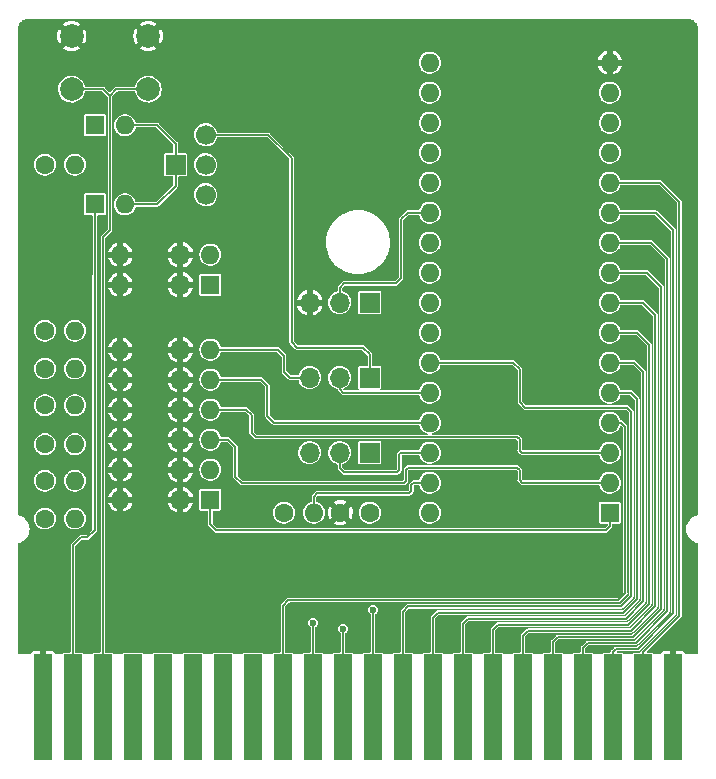
<source format=gbl>
%TF.GenerationSoftware,KiCad,Pcbnew,(6.0.2)*%
%TF.CreationDate,2022-03-08T16:49:19-05:00*%
%TF.ProjectId,MegaCart-64,4d656761-4361-4727-942d-36342e6b6963,2*%
%TF.SameCoordinates,Original*%
%TF.FileFunction,Copper,L2,Bot*%
%TF.FilePolarity,Positive*%
%FSLAX46Y46*%
G04 Gerber Fmt 4.6, Leading zero omitted, Abs format (unit mm)*
G04 Created by KiCad (PCBNEW (6.0.2)) date 2022-03-08 16:49:19*
%MOMM*%
%LPD*%
G01*
G04 APERTURE LIST*
%TA.AperFunction,ComponentPad*%
%ADD10R,1.600000X1.600000*%
%TD*%
%TA.AperFunction,ComponentPad*%
%ADD11O,1.600000X1.600000*%
%TD*%
%TA.AperFunction,ComponentPad*%
%ADD12C,1.600000*%
%TD*%
%TA.AperFunction,ComponentPad*%
%ADD13O,1.700000X1.700000*%
%TD*%
%TA.AperFunction,ComponentPad*%
%ADD14C,2.000000*%
%TD*%
%TA.AperFunction,ComponentPad*%
%ADD15R,1.700000X1.700000*%
%TD*%
%TA.AperFunction,SMDPad,CuDef*%
%ADD16R,1.500000X9.000000*%
%TD*%
%TA.AperFunction,ComponentPad*%
%ADD17C,1.700000*%
%TD*%
%TA.AperFunction,ViaPad*%
%ADD18C,0.600000*%
%TD*%
%TA.AperFunction,Conductor*%
%ADD19C,0.127000*%
%TD*%
G04 APERTURE END LIST*
D10*
X110730000Y-82200000D03*
D11*
X113270000Y-82200000D03*
D12*
X106500000Y-112300000D03*
D11*
X109040000Y-112300000D03*
D10*
X120500000Y-95700000D03*
D11*
X120500000Y-93160000D03*
D13*
X117960000Y-93160000D03*
D11*
X112880000Y-93160000D03*
X112880000Y-95700000D03*
D13*
X117960000Y-95700000D03*
D14*
X108750000Y-79150000D03*
X115250000Y-79150000D03*
X108750000Y-74650000D03*
X115250000Y-74650000D03*
D15*
X134000000Y-103570000D03*
D13*
X131460000Y-103570000D03*
X128920000Y-103570000D03*
D15*
X134000000Y-109920000D03*
D13*
X131460000Y-109920000D03*
X128920000Y-109920000D03*
D10*
X120500000Y-113898748D03*
D11*
X120500000Y-111358748D03*
X120500000Y-108818748D03*
X120500000Y-106278748D03*
X120500000Y-103738748D03*
X120500000Y-101198748D03*
X112880000Y-101198748D03*
D13*
X117960000Y-101198748D03*
X117960000Y-103738748D03*
D11*
X112880000Y-103738748D03*
X112880000Y-106278748D03*
D13*
X117960000Y-106278748D03*
D11*
X112880000Y-108818748D03*
D13*
X117960000Y-108818748D03*
X117960000Y-111358748D03*
D11*
X112880000Y-111358748D03*
D13*
X117960000Y-113898748D03*
D11*
X112880000Y-113898748D03*
D12*
X106500000Y-105900000D03*
D11*
X109040000Y-105900000D03*
D12*
X106500000Y-85550000D03*
D11*
X109040000Y-85550000D03*
D16*
X106330000Y-131481500D03*
X108870000Y-131481500D03*
X111410000Y-131481500D03*
X113950000Y-131481500D03*
X116490000Y-131481500D03*
X119030000Y-131481500D03*
X121570000Y-131481500D03*
X124110000Y-131481500D03*
X126650000Y-131481500D03*
X129190000Y-131481500D03*
X131730000Y-131481500D03*
X134270000Y-131481500D03*
X136810000Y-131481500D03*
X139350000Y-131481500D03*
X141890000Y-131481500D03*
X144430000Y-131481500D03*
X146970000Y-131481500D03*
X149510000Y-131481500D03*
X152050000Y-131481500D03*
X154590000Y-131481500D03*
X157130000Y-131481500D03*
X159670000Y-131481500D03*
D12*
X106500000Y-115500000D03*
D11*
X109040000Y-115500000D03*
D12*
X134000000Y-115000000D03*
X131500000Y-115000000D03*
X106500000Y-102800000D03*
D11*
X109040000Y-102800000D03*
D15*
X117565000Y-85550000D03*
D17*
X120105000Y-83010000D03*
X120105000Y-85550000D03*
X120105000Y-88090000D03*
D10*
X154320000Y-115000000D03*
D11*
X154320000Y-112460000D03*
X154320000Y-109920000D03*
X154320000Y-107380000D03*
X154320000Y-104840000D03*
X154320000Y-102300000D03*
X154320000Y-99760000D03*
X154320000Y-97220000D03*
X154320000Y-94680000D03*
X154320000Y-92140000D03*
X154320000Y-89600000D03*
X154320000Y-87060000D03*
X154320000Y-84520000D03*
X154320000Y-81980000D03*
X154320000Y-79440000D03*
X154320000Y-76900000D03*
X139080000Y-76900000D03*
X139080000Y-79440000D03*
X139080000Y-81980000D03*
X139080000Y-84520000D03*
X139080000Y-87060000D03*
X139080000Y-89600000D03*
X139080000Y-92140000D03*
X139080000Y-94680000D03*
X139080000Y-97220000D03*
X139080000Y-99760000D03*
X139080000Y-102300000D03*
X139080000Y-104840000D03*
X139080000Y-107380000D03*
X139080000Y-109920000D03*
X139080000Y-112460000D03*
X139080000Y-115000000D03*
D10*
X110730000Y-88900000D03*
D11*
X113270000Y-88900000D03*
D12*
X106500000Y-109200000D03*
D11*
X109040000Y-109200000D03*
D12*
X126730000Y-115000000D03*
D11*
X129270000Y-115000000D03*
D15*
X134000000Y-97220000D03*
D13*
X131460000Y-97220000D03*
X128920000Y-97220000D03*
D12*
X106500000Y-99600000D03*
D11*
X109040000Y-99600000D03*
D18*
X129190000Y-124316000D03*
X131730000Y-124824000D03*
X134270000Y-123216750D03*
D19*
X110700000Y-116500000D02*
X110700000Y-95000000D01*
X110100000Y-117100000D02*
X110700000Y-116500000D01*
X109540000Y-117100000D02*
X110100000Y-117100000D01*
X108870000Y-117770000D02*
X109540000Y-117100000D01*
X110730000Y-94970000D02*
X110730000Y-88900000D01*
X108870000Y-131481500D02*
X108870000Y-117770000D01*
X110700000Y-95000000D02*
X110730000Y-94970000D01*
X127390249Y-100589249D02*
X127830999Y-101029999D01*
X127830999Y-101029999D02*
X133418999Y-101029999D01*
X127390249Y-84990249D02*
X127390249Y-100589249D01*
X133418999Y-101029999D02*
X134000000Y-101611000D01*
X134000000Y-103570000D02*
X134000000Y-101611000D01*
X125410000Y-83010000D02*
X127390249Y-84990249D01*
X120105000Y-83010000D02*
X125410000Y-83010000D01*
X112000000Y-79700000D02*
X111450000Y-79150000D01*
X111410000Y-131481500D02*
X111410000Y-91690000D01*
X111410000Y-91690000D02*
X112000000Y-91100000D01*
X108750000Y-79150000D02*
X111450000Y-79150000D01*
X112000000Y-91100000D02*
X112000000Y-79700000D01*
X112550000Y-79150000D02*
X115250000Y-79150000D01*
X112000000Y-79700000D02*
X112550000Y-79150000D01*
X155630000Y-107730000D02*
X155280000Y-107380000D01*
X155054000Y-122411000D02*
X155630000Y-121835000D01*
X155280000Y-107380000D02*
X154320000Y-107380000D01*
X127114000Y-122411000D02*
X155054000Y-122411000D01*
X126650000Y-131481500D02*
X126650000Y-122875000D01*
X155630000Y-121835000D02*
X155630000Y-107730000D01*
X126650000Y-122875000D02*
X127114000Y-122411000D01*
X129190000Y-131481500D02*
X129190000Y-124316000D01*
X131730000Y-131481500D02*
X131730000Y-124824000D01*
X134270000Y-123216750D02*
X134270000Y-131481500D01*
X156140000Y-106440000D02*
X155809999Y-106109999D01*
X147180000Y-106109999D02*
X146699999Y-105629998D01*
X146699999Y-102835999D02*
X146164000Y-102300000D01*
X146164000Y-102300000D02*
X139080000Y-102300000D01*
X156140000Y-122070000D02*
X156140000Y-106440000D01*
X136810000Y-123383000D02*
X137253000Y-122940000D01*
X136810000Y-131481500D02*
X136810000Y-123383000D01*
X146699999Y-105629998D02*
X146699999Y-102835999D01*
X137253000Y-122940000D02*
X155270000Y-122940000D01*
X155809999Y-106109999D02*
X147180000Y-106109999D01*
X155270000Y-122940000D02*
X156140000Y-122070000D01*
X155460000Y-123470000D02*
X156650000Y-122280000D01*
X156650000Y-105380000D02*
X156110000Y-104840000D01*
X156650000Y-122280000D02*
X156650000Y-105380000D01*
X139350000Y-123891000D02*
X139771000Y-123470000D01*
X139350000Y-131481500D02*
X139350000Y-123891000D01*
X156110000Y-104840000D02*
X154320000Y-104840000D01*
X139771000Y-123470000D02*
X155460000Y-123470000D01*
X155670000Y-123980000D02*
X142309000Y-123980000D01*
X142309000Y-123980000D02*
X141890000Y-124399000D01*
X141890000Y-124399000D02*
X141890000Y-131481500D01*
X157160000Y-103060000D02*
X157160000Y-122490000D01*
X156400000Y-102300000D02*
X157160000Y-103060000D01*
X154320000Y-102300000D02*
X156400000Y-102300000D01*
X157160000Y-122490000D02*
X155670000Y-123980000D01*
X157670000Y-122700005D02*
X155880005Y-124490000D01*
X156660000Y-99760000D02*
X157670000Y-100770000D01*
X144847000Y-124490000D02*
X144430000Y-124907000D01*
X154320000Y-99760000D02*
X156660000Y-99760000D01*
X157670000Y-100770000D02*
X157670000Y-122700005D01*
X144430000Y-124907000D02*
X144430000Y-131481500D01*
X155880005Y-124490000D02*
X144847000Y-124490000D01*
X146970000Y-125415000D02*
X146970000Y-131481500D01*
X157120000Y-97220000D02*
X158180000Y-98280000D01*
X147385000Y-125000000D02*
X146970000Y-125415000D01*
X158180000Y-98280000D02*
X158180000Y-122910000D01*
X158180000Y-122910000D02*
X156090000Y-125000000D01*
X154320000Y-97220000D02*
X157120000Y-97220000D01*
X156090000Y-125000000D02*
X147385000Y-125000000D01*
X154320000Y-94680000D02*
X157480000Y-94680000D01*
X158690000Y-123120000D02*
X156300000Y-125510000D01*
X157480000Y-94680000D02*
X158690000Y-95890000D01*
X158690000Y-95890000D02*
X158690000Y-123120000D01*
X156300000Y-125510000D02*
X149923000Y-125510000D01*
X149923000Y-125510000D02*
X149510000Y-125923000D01*
X149510000Y-125923000D02*
X149510000Y-131481500D01*
X152461000Y-126020000D02*
X156510000Y-126020000D01*
X159200000Y-93500000D02*
X157840000Y-92140000D01*
X159200000Y-123330000D02*
X159200000Y-93500000D01*
X152050000Y-126431000D02*
X152461000Y-126020000D01*
X152050000Y-131481500D02*
X152050000Y-126431000D01*
X156510000Y-126020000D02*
X159200000Y-123330000D01*
X157840000Y-92140000D02*
X154320000Y-92140000D01*
X158200000Y-89600000D02*
X154320000Y-89600000D01*
X159710000Y-123540000D02*
X159710000Y-91110000D01*
X154590000Y-126812000D02*
X154872000Y-126530000D01*
X156720000Y-126530000D02*
X159710000Y-123540000D01*
X154590000Y-131481500D02*
X154590000Y-126812000D01*
X154872000Y-126530000D02*
X156720000Y-126530000D01*
X159710000Y-91110000D02*
X158200000Y-89600000D01*
X160220000Y-123750000D02*
X160220000Y-88678441D01*
X157130000Y-126840000D02*
X160220000Y-123750000D01*
X160220000Y-88678441D02*
X158601559Y-87060000D01*
X157130000Y-131481500D02*
X157130000Y-126840000D01*
X158601559Y-87060000D02*
X154320000Y-87060000D01*
X136512000Y-111362000D02*
X136512000Y-110069500D01*
X136661500Y-109920000D02*
X139080000Y-109920000D01*
X136512000Y-110069500D02*
X136661500Y-109920000D01*
X136278251Y-111595749D02*
X136512000Y-111362000D01*
X131460000Y-109920000D02*
X131460000Y-111242749D01*
X131460000Y-111242749D02*
X131813000Y-111595749D01*
X131813000Y-111595749D02*
X136278251Y-111595749D01*
X126221748Y-101198748D02*
X120500000Y-101198748D01*
X128920000Y-103570000D02*
X127228198Y-103570000D01*
X126754099Y-103095901D02*
X126754099Y-101731099D01*
X126754099Y-101731099D02*
X126221748Y-101198748D01*
X127228198Y-103570000D02*
X126754099Y-103095901D01*
X131460000Y-104560000D02*
X131460000Y-103570000D01*
X139080000Y-104840000D02*
X131740000Y-104840000D01*
X131740000Y-104840000D02*
X131460000Y-104560000D01*
X131460000Y-95940000D02*
X131800000Y-95600000D01*
X131460000Y-97220000D02*
X131460000Y-95940000D01*
X136659999Y-95140001D02*
X136659999Y-90140001D01*
X136659999Y-90140001D02*
X137200000Y-89600000D01*
X136200000Y-95600000D02*
X136659999Y-95140001D01*
X131800000Y-95600000D02*
X136200000Y-95600000D01*
X137200000Y-89600000D02*
X139080000Y-89600000D01*
X153980000Y-116500000D02*
X121000000Y-116500000D01*
X154320000Y-116160000D02*
X153980000Y-116500000D01*
X121000000Y-116500000D02*
X120500000Y-116000000D01*
X120500000Y-116000000D02*
X120500000Y-113898748D01*
X154320000Y-115000000D02*
X154320000Y-116160000D01*
X137233750Y-111189999D02*
X137061749Y-111362000D01*
X154320000Y-112460000D02*
X146885750Y-112460000D01*
X137061749Y-111362000D02*
X137061749Y-112336251D01*
X122615899Y-111943899D02*
X122615899Y-109403899D01*
X146499999Y-111189999D02*
X137233750Y-111189999D01*
X122615899Y-109403899D02*
X122030748Y-108818748D01*
X122030748Y-108818748D02*
X120500000Y-108818748D01*
X136913001Y-112484999D02*
X123156999Y-112484999D01*
X146885750Y-112460000D02*
X146699999Y-112274249D01*
X137061749Y-112336251D02*
X136913001Y-112484999D01*
X123156999Y-112484999D02*
X122615899Y-111943899D01*
X146699999Y-112274249D02*
X146699999Y-111389999D01*
X146699999Y-111389999D02*
X146499999Y-111189999D01*
X123554748Y-106278748D02*
X120500000Y-106278748D01*
X146699999Y-108800499D02*
X146499500Y-108600000D01*
X146499500Y-108600000D02*
X124352000Y-108600000D01*
X154320000Y-109920000D02*
X146870000Y-109920000D01*
X146870000Y-109920000D02*
X146699999Y-109749999D01*
X123995299Y-106719299D02*
X123554748Y-106278748D01*
X146699999Y-109749999D02*
X146699999Y-108800499D01*
X124352000Y-108600000D02*
X123995299Y-108243299D01*
X123995299Y-108243299D02*
X123995299Y-106719299D01*
X120500000Y-103738748D02*
X124824748Y-103738748D01*
X124824748Y-103738748D02*
X125336000Y-104250000D01*
X125926000Y-107380000D02*
X139080000Y-107380000D01*
X125336000Y-104250000D02*
X125336000Y-106790000D01*
X125336000Y-106790000D02*
X125926000Y-107380000D01*
X137528000Y-113140000D02*
X137528000Y-112632000D01*
X137700000Y-112460000D02*
X139080000Y-112460000D01*
X137293751Y-113374249D02*
X137528000Y-113140000D01*
X129270000Y-113654000D02*
X129549751Y-113374249D01*
X129270000Y-115000000D02*
X129270000Y-113654000D01*
X137528000Y-112632000D02*
X137700000Y-112460000D01*
X129549751Y-113374249D02*
X137293751Y-113374249D01*
X117565000Y-87335000D02*
X117565000Y-85550000D01*
X113270000Y-88900000D02*
X116000000Y-88900000D01*
X113270000Y-82200000D02*
X116000000Y-82200000D01*
X116000000Y-82200000D02*
X117565000Y-83765000D01*
X116000000Y-88900000D02*
X117565000Y-87335000D01*
X117565000Y-83765000D02*
X117565000Y-85550000D01*
%TA.AperFunction,Conductor*%
G36*
X160984189Y-73201590D02*
G01*
X160991972Y-73203379D01*
X160999641Y-73205143D01*
X161006506Y-73203589D01*
X161008502Y-73203593D01*
X161025646Y-73202526D01*
X161036449Y-73203590D01*
X161149948Y-73214769D01*
X161161957Y-73217157D01*
X161268766Y-73249558D01*
X161300258Y-73259111D01*
X161311577Y-73263800D01*
X161439027Y-73331924D01*
X161449214Y-73338731D01*
X161560926Y-73430410D01*
X161569590Y-73439074D01*
X161661269Y-73550786D01*
X161668076Y-73560973D01*
X161736200Y-73688423D01*
X161740889Y-73699742D01*
X161782842Y-73838039D01*
X161785232Y-73850056D01*
X161797431Y-73973921D01*
X161796441Y-73989400D01*
X161796435Y-73992781D01*
X161794857Y-73999643D01*
X161796410Y-74006506D01*
X161796410Y-74006508D01*
X161798459Y-74015562D01*
X161800000Y-74029355D01*
X161800000Y-115163300D01*
X161781694Y-115207494D01*
X161753676Y-115223670D01*
X161590645Y-115267354D01*
X161590641Y-115267356D01*
X161588008Y-115268061D01*
X161513120Y-115302982D01*
X161400182Y-115355646D01*
X161400179Y-115355648D01*
X161397708Y-115356800D01*
X161225708Y-115477235D01*
X161077235Y-115625708D01*
X160956800Y-115797708D01*
X160955648Y-115800179D01*
X160955646Y-115800182D01*
X160925563Y-115864696D01*
X160868061Y-115988008D01*
X160867356Y-115990641D01*
X160867354Y-115990645D01*
X160814422Y-116188190D01*
X160813716Y-116190826D01*
X160795416Y-116400000D01*
X160795654Y-116402720D01*
X160809830Y-116564752D01*
X160813716Y-116609174D01*
X160814421Y-116611807D01*
X160814422Y-116611810D01*
X160864848Y-116800000D01*
X160868061Y-116811992D01*
X160869214Y-116814464D01*
X160950889Y-116989615D01*
X160956800Y-117002292D01*
X161077235Y-117174292D01*
X161225708Y-117322765D01*
X161397708Y-117443200D01*
X161400179Y-117444352D01*
X161400182Y-117444354D01*
X161502844Y-117492226D01*
X161588008Y-117531939D01*
X161590641Y-117532644D01*
X161590645Y-117532646D01*
X161753676Y-117576330D01*
X161791627Y-117605450D01*
X161800000Y-117636700D01*
X161800000Y-126937500D01*
X161781694Y-126981694D01*
X161737500Y-127000000D01*
X160733947Y-127000000D01*
X160689753Y-126981694D01*
X160672648Y-126949692D01*
X160660464Y-126888432D01*
X160655843Y-126877276D01*
X160606543Y-126803493D01*
X160598007Y-126794957D01*
X160524225Y-126745657D01*
X160513067Y-126741036D01*
X160448030Y-126728099D01*
X160441946Y-126727500D01*
X159938431Y-126727500D01*
X159929641Y-126731141D01*
X159926000Y-126739931D01*
X159926000Y-128000000D01*
X159414000Y-128000000D01*
X159414000Y-126739932D01*
X159410359Y-126731142D01*
X159401569Y-126727501D01*
X158898055Y-126727501D01*
X158891970Y-126728100D01*
X158826932Y-126741036D01*
X158815776Y-126745657D01*
X158741993Y-126794957D01*
X158733457Y-126803493D01*
X158684157Y-126877275D01*
X158679536Y-126888433D01*
X158667351Y-126949693D01*
X158640776Y-126989467D01*
X158606052Y-127000000D01*
X158064970Y-127000000D01*
X158020776Y-126981694D01*
X158003671Y-126949694D01*
X158003671Y-126949692D01*
X158000102Y-126931752D01*
X157971922Y-126889578D01*
X157929748Y-126861398D01*
X157923715Y-126860198D01*
X157923713Y-126860197D01*
X157895569Y-126854599D01*
X157892558Y-126854000D01*
X157537003Y-126854000D01*
X157492809Y-126835694D01*
X157474503Y-126791500D01*
X157492809Y-126747306D01*
X160324487Y-123915628D01*
X160330561Y-123911323D01*
X160330105Y-123910750D01*
X160335613Y-123906369D01*
X160341958Y-123903322D01*
X160360418Y-123880239D01*
X160365035Y-123875080D01*
X160370284Y-123869831D01*
X160374057Y-123863828D01*
X160378165Y-123858047D01*
X160391987Y-123840764D01*
X160396383Y-123835267D01*
X160397960Y-123828407D01*
X160399778Y-123824647D01*
X160401156Y-123820711D01*
X160404902Y-123814752D01*
X160407225Y-123794208D01*
X160408179Y-123785764D01*
X160409371Y-123778787D01*
X160411000Y-123771703D01*
X160411000Y-123764329D01*
X160411396Y-123757308D01*
X160414691Y-123728162D01*
X160412370Y-123721517D01*
X160411586Y-123714523D01*
X160412264Y-123714447D01*
X160411000Y-123706995D01*
X160411000Y-88721673D01*
X160412250Y-88714334D01*
X160411523Y-88714251D01*
X160412320Y-88707260D01*
X160414652Y-88700619D01*
X160411383Y-88671243D01*
X160411000Y-88664331D01*
X160411000Y-88656908D01*
X160409419Y-88649976D01*
X160408243Y-88643023D01*
X160405014Y-88614012D01*
X160401281Y-88608048D01*
X160399906Y-88604100D01*
X160398097Y-88600341D01*
X160396532Y-88593482D01*
X160378351Y-88570667D01*
X160374256Y-88564882D01*
X160372280Y-88561726D01*
X160372279Y-88561724D01*
X160370404Y-88558730D01*
X160365191Y-88553517D01*
X160360506Y-88548273D01*
X160346612Y-88530837D01*
X160346611Y-88530837D01*
X160342225Y-88525332D01*
X160335886Y-88522274D01*
X160330385Y-88517883D01*
X160330811Y-88517349D01*
X160324647Y-88512973D01*
X158767187Y-86955513D01*
X158762882Y-86949439D01*
X158762309Y-86949895D01*
X158757928Y-86944387D01*
X158754881Y-86938042D01*
X158731798Y-86919582D01*
X158726639Y-86914965D01*
X158721390Y-86909716D01*
X158715387Y-86905943D01*
X158709611Y-86901838D01*
X158686826Y-86883617D01*
X158679966Y-86882040D01*
X158676206Y-86880222D01*
X158672270Y-86878844D01*
X158666311Y-86875098D01*
X158659317Y-86874307D01*
X158659316Y-86874307D01*
X158637323Y-86871821D01*
X158630346Y-86870629D01*
X158623262Y-86869000D01*
X158615888Y-86869000D01*
X158608867Y-86868604D01*
X158607186Y-86868414D01*
X158579721Y-86865309D01*
X158573076Y-86867630D01*
X158566082Y-86868414D01*
X158566006Y-86867736D01*
X158558554Y-86869000D01*
X155278580Y-86869000D01*
X155234386Y-86850694D01*
X155219139Y-86825813D01*
X155172994Y-86683790D01*
X155172992Y-86683785D01*
X155171981Y-86680674D01*
X155119631Y-86590000D01*
X155076135Y-86514662D01*
X155076132Y-86514658D01*
X155074497Y-86511826D01*
X155056576Y-86491922D01*
X154946226Y-86369367D01*
X154946225Y-86369366D01*
X154944037Y-86366936D01*
X154786305Y-86252337D01*
X154608192Y-86173036D01*
X154592941Y-86169794D01*
X154420685Y-86133180D01*
X154420681Y-86133180D01*
X154417484Y-86132500D01*
X154222516Y-86132500D01*
X154219319Y-86133180D01*
X154219315Y-86133180D01*
X154047059Y-86169794D01*
X154031808Y-86173036D01*
X153853696Y-86252337D01*
X153851051Y-86254259D01*
X153851047Y-86254261D01*
X153698612Y-86365011D01*
X153698610Y-86365013D01*
X153695963Y-86366936D01*
X153621100Y-86450079D01*
X153583425Y-86491922D01*
X153565503Y-86511826D01*
X153563868Y-86514658D01*
X153563865Y-86514662D01*
X153520369Y-86590000D01*
X153468019Y-86680674D01*
X153467008Y-86683785D01*
X153467006Y-86683790D01*
X153420861Y-86825813D01*
X153407771Y-86866100D01*
X153387391Y-87060000D01*
X153407771Y-87253900D01*
X153408784Y-87257017D01*
X153408784Y-87257018D01*
X153467006Y-87436210D01*
X153467008Y-87436215D01*
X153468019Y-87439326D01*
X153481415Y-87462528D01*
X153563865Y-87605338D01*
X153563868Y-87605342D01*
X153565503Y-87608174D01*
X153695963Y-87753064D01*
X153853695Y-87867663D01*
X154031808Y-87946964D01*
X154035012Y-87947645D01*
X154219315Y-87986820D01*
X154219319Y-87986820D01*
X154222516Y-87987500D01*
X154417484Y-87987500D01*
X154420681Y-87986820D01*
X154420685Y-87986820D01*
X154604988Y-87947645D01*
X154608192Y-87946964D01*
X154786305Y-87867663D01*
X154944037Y-87753064D01*
X155074497Y-87608174D01*
X155076132Y-87605342D01*
X155076135Y-87605338D01*
X155158585Y-87462528D01*
X155171981Y-87439326D01*
X155172992Y-87436215D01*
X155172994Y-87436210D01*
X155219139Y-87294187D01*
X155250205Y-87257812D01*
X155278580Y-87251000D01*
X158496556Y-87251000D01*
X158540750Y-87269306D01*
X160010694Y-88739249D01*
X160029000Y-88783443D01*
X160029000Y-91122847D01*
X160028095Y-91125032D01*
X160029000Y-91127624D01*
X160029000Y-123522552D01*
X160028006Y-123524951D01*
X160029000Y-123527792D01*
X160029000Y-123644997D01*
X160010694Y-123689191D01*
X159931468Y-123768417D01*
X159922109Y-123772294D01*
X159917000Y-123782885D01*
X157025513Y-126674372D01*
X157019439Y-126678677D01*
X157019895Y-126679250D01*
X157014387Y-126683632D01*
X157008042Y-126686678D01*
X157004942Y-126690554D01*
X157002816Y-126691164D01*
X157001537Y-126694812D01*
X156989582Y-126709761D01*
X156984965Y-126714920D01*
X156979716Y-126720169D01*
X156976898Y-126724652D01*
X156975943Y-126726172D01*
X156971838Y-126731948D01*
X156953617Y-126754733D01*
X156952040Y-126761593D01*
X156950222Y-126765353D01*
X156948844Y-126769289D01*
X156945098Y-126775248D01*
X156944307Y-126782242D01*
X156944307Y-126782243D01*
X156942467Y-126798521D01*
X156919313Y-126840379D01*
X156880363Y-126854000D01*
X156367442Y-126854000D01*
X156364431Y-126854599D01*
X156336287Y-126860197D01*
X156336285Y-126860198D01*
X156330252Y-126861398D01*
X156288078Y-126889578D01*
X156259898Y-126931752D01*
X156256329Y-126949692D01*
X156256329Y-126949694D01*
X156229753Y-126989467D01*
X156195030Y-127000000D01*
X155524970Y-127000000D01*
X155480776Y-126981694D01*
X155463671Y-126949694D01*
X155463671Y-126949692D01*
X155460102Y-126931752D01*
X155431922Y-126889578D01*
X155389748Y-126861398D01*
X155383715Y-126860198D01*
X155383713Y-126860197D01*
X155355569Y-126854599D01*
X155352558Y-126854000D01*
X154969002Y-126854000D01*
X154924808Y-126835694D01*
X154906502Y-126791500D01*
X154924808Y-126747306D01*
X154932808Y-126739306D01*
X154977002Y-126721000D01*
X156676768Y-126721000D01*
X156684107Y-126722250D01*
X156684190Y-126721523D01*
X156691181Y-126722320D01*
X156697822Y-126724652D01*
X156704815Y-126723874D01*
X156704816Y-126723874D01*
X156727197Y-126721383D01*
X156734110Y-126721000D01*
X156741533Y-126721000D01*
X156748465Y-126719419D01*
X156755418Y-126718243D01*
X156784429Y-126715014D01*
X156790393Y-126711281D01*
X156794341Y-126709906D01*
X156798100Y-126708097D01*
X156804959Y-126706532D01*
X156819667Y-126694812D01*
X156827773Y-126688352D01*
X156833559Y-126684256D01*
X156836715Y-126682280D01*
X156836717Y-126682279D01*
X156839711Y-126680404D01*
X156844924Y-126675191D01*
X156850168Y-126670506D01*
X156867604Y-126656612D01*
X156867604Y-126656611D01*
X156873109Y-126652225D01*
X156876167Y-126645886D01*
X156880558Y-126640385D01*
X156881092Y-126640811D01*
X156885468Y-126634647D01*
X156908532Y-126611583D01*
X156917891Y-126607706D01*
X156923000Y-126597115D01*
X159814487Y-123705628D01*
X159820561Y-123701323D01*
X159820105Y-123700750D01*
X159825613Y-123696368D01*
X159831958Y-123693322D01*
X159835058Y-123689446D01*
X159837184Y-123688836D01*
X159838463Y-123685188D01*
X159850418Y-123670239D01*
X159855035Y-123665080D01*
X159860284Y-123659831D01*
X159864057Y-123653828D01*
X159868165Y-123648047D01*
X159870605Y-123644997D01*
X159886383Y-123625267D01*
X159887960Y-123618407D01*
X159889778Y-123614647D01*
X159891156Y-123610711D01*
X159894902Y-123604752D01*
X159895695Y-123597743D01*
X159897458Y-123582143D01*
X159898180Y-123575758D01*
X159899370Y-123568792D01*
X159901000Y-123561703D01*
X159901000Y-123554329D01*
X159901396Y-123547308D01*
X159903900Y-123525155D01*
X159904691Y-123518161D01*
X159902370Y-123511516D01*
X159901586Y-123504522D01*
X159902264Y-123504446D01*
X159901000Y-123496994D01*
X159901000Y-91153231D01*
X159902250Y-91145892D01*
X159901523Y-91145809D01*
X159902320Y-91138818D01*
X159904652Y-91132177D01*
X159903870Y-91125143D01*
X159901383Y-91102803D01*
X159901000Y-91095890D01*
X159901000Y-91088467D01*
X159899423Y-91081553D01*
X159898241Y-91074567D01*
X159895792Y-91052563D01*
X159895014Y-91045571D01*
X159891281Y-91039608D01*
X159889907Y-91035662D01*
X159888097Y-91031902D01*
X159886532Y-91025041D01*
X159868344Y-91002217D01*
X159864254Y-90996441D01*
X159860403Y-90990289D01*
X159855195Y-90985081D01*
X159850510Y-90979837D01*
X159836612Y-90962396D01*
X159836611Y-90962396D01*
X159832225Y-90956891D01*
X159825886Y-90953833D01*
X159820385Y-90949442D01*
X159820811Y-90948909D01*
X159814645Y-90944531D01*
X158365628Y-89495513D01*
X158361323Y-89489439D01*
X158360750Y-89489895D01*
X158356369Y-89484387D01*
X158353322Y-89478042D01*
X158330239Y-89459582D01*
X158325080Y-89454965D01*
X158319831Y-89449716D01*
X158313828Y-89445943D01*
X158308052Y-89441838D01*
X158285267Y-89423617D01*
X158278407Y-89422040D01*
X158274647Y-89420222D01*
X158270711Y-89418844D01*
X158264752Y-89415098D01*
X158257758Y-89414307D01*
X158257757Y-89414307D01*
X158235764Y-89411821D01*
X158228787Y-89410629D01*
X158221703Y-89409000D01*
X158214329Y-89409000D01*
X158207308Y-89408604D01*
X158205627Y-89408414D01*
X158178162Y-89405309D01*
X158171517Y-89407630D01*
X158164523Y-89408414D01*
X158164447Y-89407736D01*
X158156995Y-89409000D01*
X155278580Y-89409000D01*
X155234386Y-89390694D01*
X155219139Y-89365813D01*
X155172994Y-89223790D01*
X155172992Y-89223785D01*
X155171981Y-89220674D01*
X155101047Y-89097812D01*
X155076135Y-89054662D01*
X155076132Y-89054658D01*
X155074497Y-89051826D01*
X155068527Y-89045195D01*
X154946226Y-88909367D01*
X154946225Y-88909366D01*
X154944037Y-88906936D01*
X154786305Y-88792337D01*
X154608192Y-88713036D01*
X154589204Y-88709000D01*
X154420685Y-88673180D01*
X154420681Y-88673180D01*
X154417484Y-88672500D01*
X154222516Y-88672500D01*
X154219319Y-88673180D01*
X154219315Y-88673180D01*
X154050796Y-88709000D01*
X154031808Y-88713036D01*
X153853696Y-88792337D01*
X153851051Y-88794259D01*
X153851047Y-88794261D01*
X153698612Y-88905011D01*
X153698610Y-88905013D01*
X153695963Y-88906936D01*
X153686498Y-88917448D01*
X153571474Y-89045195D01*
X153565503Y-89051826D01*
X153563868Y-89054658D01*
X153563865Y-89054662D01*
X153538953Y-89097812D01*
X153468019Y-89220674D01*
X153467008Y-89223785D01*
X153467006Y-89223790D01*
X153420861Y-89365813D01*
X153407771Y-89406100D01*
X153387391Y-89600000D01*
X153407771Y-89793900D01*
X153408784Y-89797017D01*
X153408784Y-89797018D01*
X153467006Y-89976210D01*
X153467008Y-89976215D01*
X153468019Y-89979326D01*
X153488570Y-90014921D01*
X153563865Y-90145338D01*
X153563868Y-90145342D01*
X153565503Y-90148174D01*
X153567694Y-90150608D01*
X153567696Y-90150610D01*
X153652689Y-90245004D01*
X153695963Y-90293064D01*
X153853695Y-90407663D01*
X154031808Y-90486964D01*
X154035012Y-90487645D01*
X154219315Y-90526820D01*
X154219319Y-90526820D01*
X154222516Y-90527500D01*
X154417484Y-90527500D01*
X154420681Y-90526820D01*
X154420685Y-90526820D01*
X154604988Y-90487645D01*
X154608192Y-90486964D01*
X154786305Y-90407663D01*
X154944037Y-90293064D01*
X154987311Y-90245004D01*
X155072304Y-90150610D01*
X155072306Y-90150608D01*
X155074497Y-90148174D01*
X155076132Y-90145342D01*
X155076135Y-90145338D01*
X155151430Y-90014921D01*
X155171981Y-89979326D01*
X155172992Y-89976215D01*
X155172994Y-89976210D01*
X155219139Y-89834187D01*
X155250205Y-89797812D01*
X155278580Y-89791000D01*
X158094997Y-89791000D01*
X158139191Y-89809306D01*
X159500694Y-91170809D01*
X159519000Y-91215003D01*
X159519000Y-93512847D01*
X159518095Y-93515032D01*
X159519000Y-93517624D01*
X159519000Y-123312561D01*
X159518010Y-123314952D01*
X159519000Y-123317783D01*
X159519000Y-123434997D01*
X159500694Y-123479191D01*
X159421468Y-123558417D01*
X159412109Y-123562294D01*
X159407000Y-123572885D01*
X156752847Y-126227038D01*
X156743268Y-126231006D01*
X156738051Y-126241834D01*
X156659191Y-126320694D01*
X156614997Y-126339000D01*
X156497152Y-126339000D01*
X156494967Y-126338095D01*
X156492375Y-126339000D01*
X154915232Y-126339000D01*
X154907893Y-126337750D01*
X154907810Y-126338477D01*
X154900819Y-126337680D01*
X154894178Y-126335348D01*
X154887185Y-126336126D01*
X154887184Y-126336126D01*
X154864803Y-126338617D01*
X154857890Y-126339000D01*
X154850467Y-126339000D01*
X154843535Y-126340581D01*
X154836582Y-126341757D01*
X154807571Y-126344986D01*
X154801607Y-126348719D01*
X154797659Y-126350094D01*
X154793900Y-126351903D01*
X154787041Y-126353468D01*
X154781539Y-126357853D01*
X154781538Y-126357853D01*
X154764227Y-126371648D01*
X154758441Y-126375744D01*
X154755285Y-126377720D01*
X154752289Y-126379596D01*
X154747076Y-126384809D01*
X154741832Y-126389494D01*
X154725856Y-126402225D01*
X154718891Y-126407775D01*
X154715833Y-126414114D01*
X154711442Y-126419615D01*
X154710908Y-126419189D01*
X154706532Y-126425353D01*
X154485513Y-126646372D01*
X154479439Y-126650677D01*
X154479895Y-126651250D01*
X154474387Y-126655631D01*
X154468042Y-126658678D01*
X154463646Y-126664175D01*
X154449582Y-126681761D01*
X154444965Y-126686920D01*
X154439716Y-126692169D01*
X154437847Y-126695143D01*
X154435943Y-126698172D01*
X154431838Y-126703948D01*
X154413617Y-126726733D01*
X154412040Y-126733593D01*
X154410222Y-126737353D01*
X154408844Y-126741289D01*
X154405098Y-126747248D01*
X154404307Y-126754242D01*
X154404307Y-126754243D01*
X154401821Y-126776236D01*
X154400629Y-126783213D01*
X154399000Y-126790297D01*
X154399000Y-126793832D01*
X154398601Y-126797346D01*
X154396669Y-126797127D01*
X154380694Y-126835694D01*
X154336500Y-126854000D01*
X153827442Y-126854000D01*
X153824431Y-126854599D01*
X153796287Y-126860197D01*
X153796285Y-126860198D01*
X153790252Y-126861398D01*
X153748078Y-126889578D01*
X153719898Y-126931752D01*
X153716329Y-126949692D01*
X153716329Y-126949694D01*
X153689753Y-126989467D01*
X153655030Y-127000000D01*
X152984970Y-127000000D01*
X152940776Y-126981694D01*
X152923671Y-126949694D01*
X152923671Y-126949692D01*
X152920102Y-126931752D01*
X152891922Y-126889578D01*
X152849748Y-126861398D01*
X152843715Y-126860198D01*
X152843713Y-126860197D01*
X152815569Y-126854599D01*
X152812558Y-126854000D01*
X152303500Y-126854000D01*
X152259306Y-126835694D01*
X152241000Y-126791500D01*
X152241000Y-126536003D01*
X152259306Y-126491809D01*
X152521809Y-126229306D01*
X152566003Y-126211000D01*
X154884848Y-126211000D01*
X154887033Y-126211905D01*
X154889625Y-126211000D01*
X156466768Y-126211000D01*
X156474107Y-126212250D01*
X156474190Y-126211523D01*
X156481181Y-126212320D01*
X156487822Y-126214652D01*
X156494815Y-126213874D01*
X156494816Y-126213874D01*
X156517197Y-126211383D01*
X156524110Y-126211000D01*
X156531533Y-126211000D01*
X156538465Y-126209419D01*
X156545418Y-126208243D01*
X156574429Y-126205014D01*
X156580393Y-126201281D01*
X156584341Y-126199906D01*
X156588100Y-126198097D01*
X156594959Y-126196532D01*
X156617774Y-126178351D01*
X156623559Y-126174256D01*
X156626715Y-126172280D01*
X156626717Y-126172279D01*
X156629711Y-126170404D01*
X156634924Y-126165191D01*
X156640168Y-126160506D01*
X156654907Y-126148761D01*
X156658445Y-126147743D01*
X156659320Y-126145244D01*
X156663109Y-126142225D01*
X156666167Y-126135886D01*
X156670558Y-126130385D01*
X156671092Y-126130811D01*
X156675468Y-126124647D01*
X159304487Y-123495628D01*
X159310561Y-123491323D01*
X159310105Y-123490750D01*
X159315613Y-123486368D01*
X159321958Y-123483322D01*
X159325058Y-123479446D01*
X159327184Y-123478836D01*
X159328463Y-123475188D01*
X159340418Y-123460239D01*
X159345035Y-123455080D01*
X159350283Y-123449832D01*
X159352151Y-123446860D01*
X159354055Y-123443831D01*
X159358159Y-123438056D01*
X159371988Y-123420764D01*
X159371990Y-123420760D01*
X159376383Y-123415267D01*
X159377960Y-123408410D01*
X159379778Y-123404648D01*
X159381157Y-123400710D01*
X159384902Y-123394752D01*
X159385692Y-123387761D01*
X159385694Y-123387756D01*
X159388180Y-123365763D01*
X159389373Y-123358778D01*
X159390208Y-123355146D01*
X159391000Y-123351703D01*
X159391000Y-123344323D01*
X159391396Y-123337303D01*
X159393900Y-123315155D01*
X159393900Y-123315153D01*
X159394690Y-123308162D01*
X159392370Y-123301519D01*
X159391585Y-123294522D01*
X159392264Y-123294446D01*
X159391000Y-123286997D01*
X159391000Y-93543231D01*
X159392250Y-93535892D01*
X159391523Y-93535809D01*
X159392320Y-93528818D01*
X159394652Y-93522177D01*
X159391383Y-93492802D01*
X159391000Y-93485890D01*
X159391000Y-93478467D01*
X159389423Y-93471553D01*
X159388241Y-93464567D01*
X159385792Y-93442563D01*
X159385014Y-93435571D01*
X159381281Y-93429608D01*
X159379907Y-93425662D01*
X159378097Y-93421902D01*
X159376532Y-93415041D01*
X159358344Y-93392217D01*
X159354254Y-93386441D01*
X159350403Y-93380289D01*
X159345195Y-93375081D01*
X159340510Y-93369837D01*
X159326612Y-93352396D01*
X159326611Y-93352396D01*
X159322225Y-93346891D01*
X159315886Y-93343833D01*
X159310385Y-93339442D01*
X159310811Y-93338909D01*
X159304645Y-93334531D01*
X158005628Y-92035513D01*
X158001323Y-92029439D01*
X158000750Y-92029895D01*
X157996369Y-92024387D01*
X157993322Y-92018042D01*
X157970239Y-91999582D01*
X157965080Y-91994965D01*
X157959831Y-91989716D01*
X157953828Y-91985943D01*
X157948052Y-91981838D01*
X157925267Y-91963617D01*
X157918407Y-91962040D01*
X157914647Y-91960222D01*
X157910711Y-91958844D01*
X157904752Y-91955098D01*
X157897758Y-91954307D01*
X157897757Y-91954307D01*
X157875764Y-91951821D01*
X157868787Y-91950629D01*
X157861703Y-91949000D01*
X157854329Y-91949000D01*
X157847308Y-91948604D01*
X157845627Y-91948414D01*
X157818162Y-91945309D01*
X157811517Y-91947630D01*
X157804523Y-91948414D01*
X157804447Y-91947736D01*
X157796995Y-91949000D01*
X155278580Y-91949000D01*
X155234386Y-91930694D01*
X155219139Y-91905813D01*
X155172994Y-91763790D01*
X155172992Y-91763785D01*
X155171981Y-91760674D01*
X155120688Y-91671831D01*
X155076135Y-91594662D01*
X155076132Y-91594658D01*
X155074497Y-91591826D01*
X155065608Y-91581953D01*
X154946226Y-91449367D01*
X154946225Y-91449366D01*
X154944037Y-91446936D01*
X154786305Y-91332337D01*
X154608192Y-91253036D01*
X154583676Y-91247825D01*
X154420685Y-91213180D01*
X154420681Y-91213180D01*
X154417484Y-91212500D01*
X154222516Y-91212500D01*
X154219319Y-91213180D01*
X154219315Y-91213180D01*
X154056324Y-91247825D01*
X154031808Y-91253036D01*
X153853696Y-91332337D01*
X153851051Y-91334259D01*
X153851047Y-91334261D01*
X153698612Y-91445011D01*
X153698610Y-91445013D01*
X153695963Y-91446936D01*
X153617962Y-91533565D01*
X153574393Y-91581953D01*
X153565503Y-91591826D01*
X153563868Y-91594658D01*
X153563865Y-91594662D01*
X153519312Y-91671831D01*
X153468019Y-91760674D01*
X153467008Y-91763785D01*
X153467006Y-91763790D01*
X153420861Y-91905813D01*
X153407771Y-91946100D01*
X153387391Y-92140000D01*
X153407771Y-92333900D01*
X153408784Y-92337017D01*
X153408784Y-92337018D01*
X153467006Y-92516210D01*
X153467008Y-92516215D01*
X153468019Y-92519326D01*
X153491100Y-92559303D01*
X153563865Y-92685338D01*
X153563868Y-92685342D01*
X153565503Y-92688174D01*
X153567694Y-92690608D01*
X153567696Y-92690610D01*
X153666272Y-92800089D01*
X153695963Y-92833064D01*
X153853695Y-92947663D01*
X154031808Y-93026964D01*
X154035012Y-93027645D01*
X154219315Y-93066820D01*
X154219319Y-93066820D01*
X154222516Y-93067500D01*
X154417484Y-93067500D01*
X154420681Y-93066820D01*
X154420685Y-93066820D01*
X154604988Y-93027645D01*
X154608192Y-93026964D01*
X154786305Y-92947663D01*
X154944037Y-92833064D01*
X154973728Y-92800089D01*
X155072304Y-92690610D01*
X155072306Y-92690608D01*
X155074497Y-92688174D01*
X155076132Y-92685342D01*
X155076135Y-92685338D01*
X155148900Y-92559303D01*
X155171981Y-92519326D01*
X155172992Y-92516215D01*
X155172994Y-92516210D01*
X155219139Y-92374187D01*
X155250205Y-92337812D01*
X155278580Y-92331000D01*
X157734997Y-92331000D01*
X157779191Y-92349306D01*
X158990694Y-93560809D01*
X159009000Y-93605003D01*
X159009000Y-95902847D01*
X159008095Y-95905032D01*
X159009000Y-95907624D01*
X159009000Y-123102561D01*
X159008010Y-123104952D01*
X159009000Y-123107783D01*
X159009000Y-123224998D01*
X158990694Y-123269192D01*
X158911464Y-123348422D01*
X158902111Y-123352296D01*
X158897005Y-123362881D01*
X156542847Y-125717038D01*
X156533270Y-125721005D01*
X156528053Y-125731832D01*
X156449191Y-125810694D01*
X156404997Y-125829000D01*
X156287152Y-125829000D01*
X156284967Y-125828095D01*
X156282375Y-125829000D01*
X152504234Y-125829000D01*
X152496893Y-125827747D01*
X152496810Y-125828476D01*
X152489819Y-125827679D01*
X152483178Y-125825347D01*
X152476185Y-125826125D01*
X152476184Y-125826125D01*
X152453794Y-125828617D01*
X152446881Y-125829000D01*
X152439467Y-125829000D01*
X152432544Y-125830579D01*
X152425591Y-125831755D01*
X152396571Y-125834985D01*
X152390607Y-125838719D01*
X152386670Y-125840090D01*
X152382904Y-125841903D01*
X152376041Y-125843468D01*
X152370535Y-125847855D01*
X152370536Y-125847855D01*
X152353229Y-125861646D01*
X152347446Y-125865740D01*
X152344290Y-125867716D01*
X152344284Y-125867721D01*
X152341289Y-125869596D01*
X152336076Y-125874809D01*
X152330832Y-125879494D01*
X152307891Y-125897775D01*
X152304833Y-125904114D01*
X152300442Y-125909615D01*
X152299908Y-125909189D01*
X152295532Y-125915353D01*
X151945513Y-126265372D01*
X151939439Y-126269677D01*
X151939895Y-126270250D01*
X151934387Y-126274631D01*
X151928042Y-126277678D01*
X151923646Y-126283175D01*
X151909582Y-126300761D01*
X151904965Y-126305920D01*
X151899716Y-126311169D01*
X151897847Y-126314143D01*
X151895943Y-126317172D01*
X151891835Y-126322953D01*
X151878379Y-126339779D01*
X151873617Y-126345733D01*
X151872040Y-126352593D01*
X151870222Y-126356353D01*
X151868844Y-126360289D01*
X151865098Y-126366248D01*
X151864307Y-126373242D01*
X151864307Y-126373243D01*
X151861821Y-126395236D01*
X151860629Y-126402213D01*
X151859000Y-126409297D01*
X151859000Y-126416671D01*
X151858604Y-126423692D01*
X151855309Y-126452838D01*
X151857630Y-126459483D01*
X151858414Y-126466477D01*
X151857736Y-126466553D01*
X151859000Y-126474005D01*
X151859000Y-126791500D01*
X151840694Y-126835694D01*
X151796500Y-126854000D01*
X151287442Y-126854000D01*
X151284431Y-126854599D01*
X151256287Y-126860197D01*
X151256285Y-126860198D01*
X151250252Y-126861398D01*
X151208078Y-126889578D01*
X151179898Y-126931752D01*
X151176329Y-126949692D01*
X151176329Y-126949694D01*
X151149753Y-126989467D01*
X151115030Y-127000000D01*
X150444970Y-127000000D01*
X150400776Y-126981694D01*
X150383671Y-126949694D01*
X150383671Y-126949692D01*
X150380102Y-126931752D01*
X150351922Y-126889578D01*
X150309748Y-126861398D01*
X150303715Y-126860198D01*
X150303713Y-126860197D01*
X150275569Y-126854599D01*
X150272558Y-126854000D01*
X149763500Y-126854000D01*
X149719306Y-126835694D01*
X149701000Y-126791500D01*
X149701000Y-126028003D01*
X149719306Y-125983809D01*
X149983808Y-125719306D01*
X150028002Y-125701000D01*
X152473839Y-125701000D01*
X152476032Y-125701909D01*
X152478634Y-125701000D01*
X156256768Y-125701000D01*
X156264107Y-125702250D01*
X156264190Y-125701523D01*
X156271181Y-125702320D01*
X156277822Y-125704652D01*
X156284815Y-125703874D01*
X156284816Y-125703874D01*
X156307197Y-125701383D01*
X156314110Y-125701000D01*
X156321533Y-125701000D01*
X156328465Y-125699419D01*
X156335418Y-125698243D01*
X156364429Y-125695014D01*
X156370393Y-125691281D01*
X156374341Y-125689906D01*
X156378100Y-125688097D01*
X156384959Y-125686532D01*
X156407774Y-125668351D01*
X156413559Y-125664256D01*
X156416715Y-125662280D01*
X156416717Y-125662279D01*
X156419711Y-125660404D01*
X156424924Y-125655191D01*
X156430170Y-125650505D01*
X156444910Y-125638760D01*
X156448445Y-125637743D01*
X156449320Y-125635244D01*
X156453109Y-125632225D01*
X156456167Y-125625886D01*
X156460558Y-125620385D01*
X156461092Y-125620811D01*
X156465468Y-125614647D01*
X158794487Y-123285628D01*
X158800561Y-123281323D01*
X158800105Y-123280750D01*
X158805613Y-123276369D01*
X158811958Y-123273322D01*
X158815061Y-123269442D01*
X158817182Y-123268834D01*
X158818459Y-123265193D01*
X158830418Y-123250239D01*
X158835035Y-123245080D01*
X158840283Y-123239832D01*
X158844055Y-123233831D01*
X158848159Y-123228056D01*
X158861988Y-123210764D01*
X158861990Y-123210760D01*
X158866383Y-123205267D01*
X158867960Y-123198410D01*
X158869778Y-123194648D01*
X158871157Y-123190710D01*
X158874902Y-123184752D01*
X158875692Y-123177761D01*
X158875694Y-123177756D01*
X158878180Y-123155763D01*
X158879373Y-123148778D01*
X158880208Y-123145146D01*
X158881000Y-123141703D01*
X158881000Y-123134323D01*
X158881396Y-123127303D01*
X158883900Y-123105155D01*
X158883900Y-123105153D01*
X158884690Y-123098162D01*
X158882370Y-123091519D01*
X158881585Y-123084522D01*
X158882264Y-123084446D01*
X158881000Y-123076997D01*
X158881000Y-95933231D01*
X158882250Y-95925892D01*
X158881523Y-95925809D01*
X158882320Y-95918818D01*
X158884652Y-95912177D01*
X158883769Y-95904236D01*
X158881383Y-95882803D01*
X158881000Y-95875890D01*
X158881000Y-95868467D01*
X158879423Y-95861553D01*
X158878241Y-95854567D01*
X158875792Y-95832563D01*
X158875014Y-95825571D01*
X158871281Y-95819608D01*
X158869907Y-95815662D01*
X158868097Y-95811902D01*
X158866532Y-95805041D01*
X158848344Y-95782217D01*
X158844254Y-95776441D01*
X158840403Y-95770289D01*
X158835195Y-95765081D01*
X158830510Y-95759837D01*
X158816612Y-95742396D01*
X158816611Y-95742396D01*
X158812225Y-95736891D01*
X158805886Y-95733833D01*
X158800385Y-95729442D01*
X158800811Y-95728909D01*
X158794645Y-95724531D01*
X157645628Y-94575513D01*
X157641323Y-94569439D01*
X157640750Y-94569895D01*
X157636369Y-94564387D01*
X157633322Y-94558042D01*
X157610239Y-94539582D01*
X157605080Y-94534965D01*
X157599831Y-94529716D01*
X157593828Y-94525943D01*
X157588052Y-94521838D01*
X157565267Y-94503617D01*
X157558407Y-94502040D01*
X157554647Y-94500222D01*
X157550711Y-94498844D01*
X157544752Y-94495098D01*
X157537758Y-94494307D01*
X157537757Y-94494307D01*
X157515764Y-94491821D01*
X157508787Y-94490629D01*
X157501703Y-94489000D01*
X157494329Y-94489000D01*
X157487308Y-94488604D01*
X157485627Y-94488414D01*
X157458162Y-94485309D01*
X157451517Y-94487630D01*
X157444523Y-94488414D01*
X157444447Y-94487736D01*
X157436995Y-94489000D01*
X155278580Y-94489000D01*
X155234386Y-94470694D01*
X155219139Y-94445813D01*
X155172994Y-94303790D01*
X155172992Y-94303785D01*
X155171981Y-94300674D01*
X155131010Y-94229709D01*
X155076135Y-94134662D01*
X155076132Y-94134658D01*
X155074497Y-94131826D01*
X155071980Y-94129030D01*
X154946226Y-93989367D01*
X154946225Y-93989366D01*
X154944037Y-93986936D01*
X154786305Y-93872337D01*
X154608192Y-93793036D01*
X154572700Y-93785492D01*
X154420685Y-93753180D01*
X154420681Y-93753180D01*
X154417484Y-93752500D01*
X154222516Y-93752500D01*
X154219319Y-93753180D01*
X154219315Y-93753180D01*
X154067300Y-93785492D01*
X154031808Y-93793036D01*
X153853696Y-93872337D01*
X153851051Y-93874259D01*
X153851047Y-93874261D01*
X153698612Y-93985011D01*
X153698610Y-93985013D01*
X153695963Y-93986936D01*
X153641300Y-94047645D01*
X153568021Y-94129030D01*
X153565503Y-94131826D01*
X153563868Y-94134658D01*
X153563865Y-94134662D01*
X153508990Y-94229709D01*
X153468019Y-94300674D01*
X153467008Y-94303785D01*
X153467006Y-94303790D01*
X153410681Y-94477143D01*
X153407771Y-94486100D01*
X153387391Y-94680000D01*
X153407771Y-94873900D01*
X153408784Y-94877017D01*
X153408784Y-94877018D01*
X153467006Y-95056210D01*
X153467008Y-95056215D01*
X153468019Y-95059326D01*
X153491100Y-95099303D01*
X153563865Y-95225338D01*
X153563868Y-95225342D01*
X153565503Y-95228174D01*
X153567694Y-95230608D01*
X153567696Y-95230610D01*
X153624510Y-95293708D01*
X153695963Y-95373064D01*
X153853695Y-95487663D01*
X154031808Y-95566964D01*
X154035012Y-95567645D01*
X154219315Y-95606820D01*
X154219319Y-95606820D01*
X154222516Y-95607500D01*
X154417484Y-95607500D01*
X154420681Y-95606820D01*
X154420685Y-95606820D01*
X154604988Y-95567645D01*
X154608192Y-95566964D01*
X154786305Y-95487663D01*
X154944037Y-95373064D01*
X155015490Y-95293708D01*
X155072304Y-95230610D01*
X155072306Y-95230608D01*
X155074497Y-95228174D01*
X155076132Y-95225342D01*
X155076135Y-95225338D01*
X155148900Y-95099303D01*
X155171981Y-95059326D01*
X155172992Y-95056215D01*
X155172994Y-95056210D01*
X155219139Y-94914187D01*
X155250205Y-94877812D01*
X155278580Y-94871000D01*
X157374997Y-94871000D01*
X157419191Y-94889306D01*
X158480694Y-95950809D01*
X158499000Y-95995003D01*
X158499000Y-98292847D01*
X158498095Y-98295032D01*
X158499000Y-98297624D01*
X158499000Y-122892560D01*
X158498010Y-122894951D01*
X158499000Y-122897783D01*
X158499000Y-123014998D01*
X158480694Y-123059192D01*
X158401464Y-123138422D01*
X158392111Y-123142296D01*
X158387005Y-123152881D01*
X156332847Y-125207038D01*
X156323270Y-125211005D01*
X156318053Y-125221832D01*
X156239191Y-125300694D01*
X156194997Y-125319000D01*
X156077152Y-125319000D01*
X156074967Y-125318095D01*
X156072375Y-125319000D01*
X149966232Y-125319000D01*
X149958893Y-125317750D01*
X149958810Y-125318477D01*
X149951819Y-125317680D01*
X149945178Y-125315348D01*
X149938185Y-125316126D01*
X149938184Y-125316126D01*
X149915803Y-125318617D01*
X149908890Y-125319000D01*
X149901467Y-125319000D01*
X149894535Y-125320581D01*
X149887582Y-125321757D01*
X149858571Y-125324986D01*
X149852607Y-125328719D01*
X149848659Y-125330094D01*
X149844900Y-125331903D01*
X149838041Y-125333468D01*
X149832539Y-125337853D01*
X149832538Y-125337853D01*
X149815227Y-125351648D01*
X149809441Y-125355744D01*
X149807047Y-125357243D01*
X149803289Y-125359596D01*
X149798076Y-125364809D01*
X149792832Y-125369494D01*
X149780607Y-125379236D01*
X149769891Y-125387775D01*
X149766833Y-125394114D01*
X149762442Y-125399615D01*
X149761908Y-125399189D01*
X149757532Y-125405353D01*
X149405513Y-125757372D01*
X149399439Y-125761677D01*
X149399895Y-125762250D01*
X149394387Y-125766631D01*
X149388042Y-125769678D01*
X149383646Y-125775175D01*
X149369582Y-125792761D01*
X149364965Y-125797920D01*
X149359716Y-125803169D01*
X149357847Y-125806143D01*
X149355943Y-125809172D01*
X149351835Y-125814953D01*
X149338395Y-125831759D01*
X149333617Y-125837733D01*
X149332040Y-125844593D01*
X149330222Y-125848353D01*
X149328844Y-125852289D01*
X149325098Y-125858248D01*
X149324307Y-125865242D01*
X149324307Y-125865243D01*
X149321821Y-125887236D01*
X149320629Y-125894213D01*
X149319000Y-125901297D01*
X149319000Y-125908671D01*
X149318604Y-125915692D01*
X149315309Y-125944838D01*
X149317630Y-125951483D01*
X149318414Y-125958477D01*
X149317736Y-125958553D01*
X149319000Y-125966005D01*
X149319000Y-126791500D01*
X149300694Y-126835694D01*
X149256500Y-126854000D01*
X148747442Y-126854000D01*
X148744431Y-126854599D01*
X148716287Y-126860197D01*
X148716285Y-126860198D01*
X148710252Y-126861398D01*
X148668078Y-126889578D01*
X148639898Y-126931752D01*
X148636329Y-126949692D01*
X148636329Y-126949694D01*
X148609753Y-126989467D01*
X148575030Y-127000000D01*
X147904970Y-127000000D01*
X147860776Y-126981694D01*
X147843671Y-126949694D01*
X147843671Y-126949692D01*
X147840102Y-126931752D01*
X147811922Y-126889578D01*
X147769748Y-126861398D01*
X147763715Y-126860198D01*
X147763713Y-126860197D01*
X147735569Y-126854599D01*
X147732558Y-126854000D01*
X147223500Y-126854000D01*
X147179306Y-126835694D01*
X147161000Y-126791500D01*
X147161000Y-125520003D01*
X147179306Y-125475809D01*
X147445809Y-125209306D01*
X147490003Y-125191000D01*
X149935848Y-125191000D01*
X149938033Y-125191905D01*
X149940625Y-125191000D01*
X156046768Y-125191000D01*
X156054107Y-125192250D01*
X156054190Y-125191523D01*
X156061181Y-125192320D01*
X156067822Y-125194652D01*
X156074815Y-125193874D01*
X156074816Y-125193874D01*
X156097197Y-125191383D01*
X156104110Y-125191000D01*
X156111533Y-125191000D01*
X156118465Y-125189419D01*
X156125418Y-125188243D01*
X156154429Y-125185014D01*
X156160393Y-125181281D01*
X156164341Y-125179906D01*
X156168100Y-125178097D01*
X156174959Y-125176532D01*
X156197774Y-125158351D01*
X156203559Y-125154256D01*
X156206715Y-125152280D01*
X156206717Y-125152279D01*
X156209711Y-125150404D01*
X156214924Y-125145191D01*
X156220170Y-125140505D01*
X156234910Y-125128760D01*
X156238445Y-125127743D01*
X156239320Y-125125244D01*
X156243109Y-125122225D01*
X156246167Y-125115886D01*
X156250558Y-125110385D01*
X156251092Y-125110811D01*
X156255468Y-125104647D01*
X158284487Y-123075628D01*
X158290561Y-123071323D01*
X158290105Y-123070750D01*
X158295613Y-123066369D01*
X158301958Y-123063322D01*
X158305061Y-123059442D01*
X158307182Y-123058834D01*
X158308459Y-123055193D01*
X158320418Y-123040239D01*
X158325035Y-123035080D01*
X158330283Y-123029832D01*
X158334055Y-123023831D01*
X158338159Y-123018056D01*
X158351988Y-123000764D01*
X158351990Y-123000760D01*
X158356383Y-122995267D01*
X158357960Y-122988410D01*
X158359778Y-122984648D01*
X158361157Y-122980710D01*
X158364902Y-122974752D01*
X158365692Y-122967761D01*
X158365694Y-122967756D01*
X158368180Y-122945763D01*
X158369373Y-122938778D01*
X158370208Y-122935146D01*
X158371000Y-122931703D01*
X158371000Y-122924323D01*
X158371396Y-122917303D01*
X158373899Y-122895158D01*
X158374690Y-122888162D01*
X158372369Y-122881516D01*
X158371585Y-122874522D01*
X158372264Y-122874446D01*
X158371000Y-122866996D01*
X158371000Y-98323231D01*
X158372250Y-98315892D01*
X158371523Y-98315809D01*
X158372320Y-98308818D01*
X158374652Y-98302177D01*
X158373839Y-98294865D01*
X158371383Y-98272803D01*
X158371000Y-98265890D01*
X158371000Y-98258467D01*
X158369423Y-98251553D01*
X158368241Y-98244567D01*
X158365792Y-98222563D01*
X158365014Y-98215571D01*
X158361281Y-98209608D01*
X158359907Y-98205662D01*
X158358097Y-98201902D01*
X158356532Y-98195041D01*
X158338344Y-98172217D01*
X158334254Y-98166441D01*
X158330403Y-98160289D01*
X158325195Y-98155081D01*
X158320510Y-98149837D01*
X158306612Y-98132396D01*
X158306611Y-98132396D01*
X158302225Y-98126891D01*
X158295886Y-98123833D01*
X158290385Y-98119442D01*
X158290811Y-98118909D01*
X158284645Y-98114531D01*
X157285628Y-97115513D01*
X157281323Y-97109439D01*
X157280750Y-97109895D01*
X157276369Y-97104387D01*
X157273322Y-97098042D01*
X157250239Y-97079582D01*
X157245080Y-97074965D01*
X157239831Y-97069716D01*
X157233828Y-97065943D01*
X157228052Y-97061838D01*
X157205267Y-97043617D01*
X157198407Y-97042040D01*
X157194647Y-97040222D01*
X157190711Y-97038844D01*
X157184752Y-97035098D01*
X157177758Y-97034307D01*
X157177757Y-97034307D01*
X157155764Y-97031821D01*
X157148787Y-97030629D01*
X157141703Y-97029000D01*
X157134329Y-97029000D01*
X157127308Y-97028604D01*
X157125627Y-97028414D01*
X157098162Y-97025309D01*
X157091517Y-97027630D01*
X157084523Y-97028414D01*
X157084447Y-97027736D01*
X157076995Y-97029000D01*
X155278580Y-97029000D01*
X155234386Y-97010694D01*
X155219139Y-96985813D01*
X155172994Y-96843790D01*
X155172992Y-96843785D01*
X155171981Y-96840674D01*
X155131010Y-96769709D01*
X155076135Y-96674662D01*
X155076132Y-96674658D01*
X155074497Y-96671826D01*
X155071980Y-96669030D01*
X154946226Y-96529367D01*
X154946225Y-96529366D01*
X154944037Y-96526936D01*
X154786305Y-96412337D01*
X154608192Y-96333036D01*
X154548048Y-96320252D01*
X154420685Y-96293180D01*
X154420681Y-96293180D01*
X154417484Y-96292500D01*
X154222516Y-96292500D01*
X154219319Y-96293180D01*
X154219315Y-96293180D01*
X154091952Y-96320252D01*
X154031808Y-96333036D01*
X153853696Y-96412337D01*
X153851051Y-96414259D01*
X153851047Y-96414261D01*
X153698612Y-96525011D01*
X153698610Y-96525013D01*
X153695963Y-96526936D01*
X153642057Y-96586805D01*
X153568021Y-96669030D01*
X153565503Y-96671826D01*
X153563868Y-96674658D01*
X153563865Y-96674662D01*
X153508990Y-96769709D01*
X153468019Y-96840674D01*
X153467008Y-96843785D01*
X153467006Y-96843790D01*
X153465434Y-96848629D01*
X153407771Y-97026100D01*
X153387391Y-97220000D01*
X153407771Y-97413900D01*
X153408784Y-97417017D01*
X153408784Y-97417018D01*
X153467006Y-97596210D01*
X153467008Y-97596215D01*
X153468019Y-97599326D01*
X153469656Y-97602161D01*
X153563865Y-97765338D01*
X153563868Y-97765342D01*
X153565503Y-97768174D01*
X153567694Y-97770608D01*
X153567696Y-97770610D01*
X153688069Y-97904297D01*
X153695963Y-97913064D01*
X153853695Y-98027663D01*
X154031808Y-98106964D01*
X154035012Y-98107645D01*
X154219315Y-98146820D01*
X154219319Y-98146820D01*
X154222516Y-98147500D01*
X154417484Y-98147500D01*
X154420681Y-98146820D01*
X154420685Y-98146820D01*
X154604988Y-98107645D01*
X154608192Y-98106964D01*
X154786305Y-98027663D01*
X154944037Y-97913064D01*
X154951931Y-97904297D01*
X155072304Y-97770610D01*
X155072306Y-97770608D01*
X155074497Y-97768174D01*
X155076132Y-97765342D01*
X155076135Y-97765338D01*
X155170344Y-97602161D01*
X155171981Y-97599326D01*
X155172992Y-97596215D01*
X155172994Y-97596210D01*
X155219139Y-97454187D01*
X155250205Y-97417812D01*
X155278580Y-97411000D01*
X157014997Y-97411000D01*
X157059191Y-97429306D01*
X157970694Y-98340809D01*
X157989000Y-98385003D01*
X157989000Y-100782839D01*
X157988091Y-100785032D01*
X157989000Y-100787634D01*
X157989000Y-122682565D01*
X157988010Y-122684956D01*
X157989000Y-122687788D01*
X157989000Y-122804998D01*
X157970694Y-122849192D01*
X157891484Y-122928402D01*
X157882101Y-122932288D01*
X157876980Y-122942906D01*
X156122871Y-124697014D01*
X156113265Y-124700993D01*
X156108032Y-124711853D01*
X156029191Y-124790694D01*
X155984997Y-124809000D01*
X155867157Y-124809000D01*
X155864972Y-124808095D01*
X155862380Y-124809000D01*
X147428234Y-124809000D01*
X147420893Y-124807747D01*
X147420810Y-124808476D01*
X147413819Y-124807679D01*
X147407178Y-124805347D01*
X147400186Y-124806125D01*
X147400184Y-124806125D01*
X147377795Y-124808617D01*
X147370882Y-124809000D01*
X147363467Y-124809000D01*
X147356538Y-124810580D01*
X147349595Y-124811755D01*
X147320572Y-124814985D01*
X147314606Y-124818720D01*
X147310667Y-124820092D01*
X147306904Y-124821903D01*
X147300041Y-124823468D01*
X147289159Y-124832140D01*
X147277227Y-124841648D01*
X147271441Y-124845744D01*
X147268285Y-124847720D01*
X147265289Y-124849596D01*
X147260076Y-124854809D01*
X147254832Y-124859494D01*
X147231891Y-124877775D01*
X147228833Y-124884114D01*
X147224442Y-124889615D01*
X147223908Y-124889189D01*
X147219532Y-124895353D01*
X146865513Y-125249372D01*
X146859439Y-125253677D01*
X146859895Y-125254250D01*
X146854387Y-125258631D01*
X146848042Y-125261678D01*
X146843646Y-125267175D01*
X146829582Y-125284761D01*
X146824965Y-125289920D01*
X146819716Y-125295169D01*
X146817847Y-125298143D01*
X146815943Y-125301172D01*
X146811838Y-125306948D01*
X146793617Y-125329733D01*
X146792040Y-125336593D01*
X146790222Y-125340353D01*
X146788844Y-125344289D01*
X146785098Y-125350248D01*
X146784307Y-125357242D01*
X146784307Y-125357243D01*
X146781821Y-125379236D01*
X146780629Y-125386213D01*
X146779000Y-125393297D01*
X146779000Y-125400671D01*
X146778604Y-125407692D01*
X146775309Y-125436838D01*
X146777630Y-125443483D01*
X146778414Y-125450477D01*
X146777736Y-125450553D01*
X146779000Y-125458005D01*
X146779000Y-126791500D01*
X146760694Y-126835694D01*
X146716500Y-126854000D01*
X146207442Y-126854000D01*
X146204431Y-126854599D01*
X146176287Y-126860197D01*
X146176285Y-126860198D01*
X146170252Y-126861398D01*
X146128078Y-126889578D01*
X146099898Y-126931752D01*
X146096329Y-126949692D01*
X146096329Y-126949694D01*
X146069753Y-126989467D01*
X146035030Y-127000000D01*
X145364970Y-127000000D01*
X145320776Y-126981694D01*
X145303671Y-126949694D01*
X145303671Y-126949692D01*
X145300102Y-126931752D01*
X145271922Y-126889578D01*
X145229748Y-126861398D01*
X145223715Y-126860198D01*
X145223713Y-126860197D01*
X145195569Y-126854599D01*
X145192558Y-126854000D01*
X144683500Y-126854000D01*
X144639306Y-126835694D01*
X144621000Y-126791500D01*
X144621000Y-125012003D01*
X144639306Y-124967809D01*
X144907808Y-124699306D01*
X144952002Y-124681000D01*
X147397839Y-124681000D01*
X147400032Y-124681909D01*
X147402634Y-124681000D01*
X155836773Y-124681000D01*
X155844112Y-124682250D01*
X155844195Y-124681523D01*
X155851186Y-124682320D01*
X155857827Y-124684652D01*
X155864820Y-124683874D01*
X155864821Y-124683874D01*
X155887202Y-124681383D01*
X155894115Y-124681000D01*
X155901538Y-124681000D01*
X155908470Y-124679419D01*
X155915423Y-124678243D01*
X155944434Y-124675014D01*
X155950398Y-124671281D01*
X155954346Y-124669906D01*
X155958105Y-124668097D01*
X155964964Y-124666532D01*
X155987779Y-124648351D01*
X155993564Y-124644256D01*
X155996715Y-124642283D01*
X155996716Y-124642282D01*
X155999716Y-124640404D01*
X156004927Y-124635192D01*
X156010173Y-124630505D01*
X156024889Y-124618779D01*
X156028458Y-124617752D01*
X156029341Y-124615231D01*
X156033114Y-124612225D01*
X156036170Y-124605889D01*
X156040564Y-124600385D01*
X156041097Y-124600811D01*
X156045473Y-124594647D01*
X157774485Y-122865634D01*
X157780561Y-122861326D01*
X157780106Y-122860754D01*
X157785613Y-122856374D01*
X157791958Y-122853327D01*
X157795048Y-122849463D01*
X157797190Y-122848849D01*
X157798479Y-122845173D01*
X157810422Y-122830239D01*
X157815039Y-122825080D01*
X157820283Y-122819836D01*
X157822145Y-122816873D01*
X157822151Y-122816866D01*
X157824058Y-122813831D01*
X157828163Y-122808055D01*
X157841987Y-122790769D01*
X157846383Y-122785272D01*
X157847960Y-122778414D01*
X157849780Y-122774649D01*
X157851158Y-122770713D01*
X157854902Y-122764757D01*
X157855692Y-122757766D01*
X157855694Y-122757761D01*
X157858180Y-122735768D01*
X157859373Y-122728783D01*
X157860208Y-122725151D01*
X157861000Y-122721708D01*
X157861000Y-122714328D01*
X157861396Y-122707308D01*
X157863899Y-122685163D01*
X157864690Y-122678167D01*
X157862369Y-122671521D01*
X157861585Y-122664527D01*
X157862264Y-122664451D01*
X157861000Y-122657001D01*
X157861000Y-100813234D01*
X157862253Y-100805893D01*
X157861524Y-100805810D01*
X157862321Y-100798819D01*
X157864653Y-100792178D01*
X157861383Y-100762793D01*
X157861000Y-100755881D01*
X157861000Y-100748467D01*
X157859421Y-100741544D01*
X157858245Y-100734591D01*
X157855015Y-100705571D01*
X157851281Y-100699607D01*
X157849910Y-100695670D01*
X157848097Y-100691904D01*
X157846532Y-100685041D01*
X157832353Y-100667248D01*
X157828354Y-100662229D01*
X157824260Y-100656446D01*
X157822284Y-100653290D01*
X157822279Y-100653284D01*
X157820404Y-100650289D01*
X157815191Y-100645076D01*
X157810506Y-100639832D01*
X157796612Y-100622396D01*
X157796611Y-100622396D01*
X157792225Y-100616891D01*
X157785886Y-100613833D01*
X157780385Y-100609442D01*
X157780811Y-100608908D01*
X157774647Y-100604532D01*
X156825628Y-99655513D01*
X156821323Y-99649439D01*
X156820750Y-99649895D01*
X156816369Y-99644387D01*
X156813322Y-99638042D01*
X156790239Y-99619582D01*
X156785080Y-99614965D01*
X156779831Y-99609716D01*
X156773828Y-99605943D01*
X156768052Y-99601838D01*
X156745267Y-99583617D01*
X156738407Y-99582040D01*
X156734647Y-99580222D01*
X156730711Y-99578844D01*
X156724752Y-99575098D01*
X156717758Y-99574307D01*
X156717757Y-99574307D01*
X156695764Y-99571821D01*
X156688787Y-99570629D01*
X156681703Y-99569000D01*
X156674329Y-99569000D01*
X156667308Y-99568604D01*
X156665627Y-99568414D01*
X156638162Y-99565309D01*
X156631517Y-99567630D01*
X156624523Y-99568414D01*
X156624447Y-99567736D01*
X156616995Y-99569000D01*
X155278580Y-99569000D01*
X155234386Y-99550694D01*
X155219139Y-99525813D01*
X155172994Y-99383790D01*
X155172992Y-99383785D01*
X155171981Y-99380674D01*
X155146353Y-99336285D01*
X155076135Y-99214662D01*
X155076132Y-99214658D01*
X155074497Y-99211826D01*
X154944037Y-99066936D01*
X154786305Y-98952337D01*
X154608192Y-98873036D01*
X154592941Y-98869794D01*
X154420685Y-98833180D01*
X154420681Y-98833180D01*
X154417484Y-98832500D01*
X154222516Y-98832500D01*
X154219319Y-98833180D01*
X154219315Y-98833180D01*
X154047059Y-98869794D01*
X154031808Y-98873036D01*
X153853696Y-98952337D01*
X153851051Y-98954259D01*
X153851047Y-98954261D01*
X153698612Y-99065011D01*
X153698610Y-99065013D01*
X153695963Y-99066936D01*
X153565503Y-99211826D01*
X153563868Y-99214658D01*
X153563865Y-99214662D01*
X153493647Y-99336285D01*
X153468019Y-99380674D01*
X153467008Y-99383785D01*
X153467006Y-99383790D01*
X153458699Y-99409358D01*
X153407771Y-99566100D01*
X153387391Y-99760000D01*
X153407771Y-99953900D01*
X153408784Y-99957017D01*
X153408784Y-99957018D01*
X153467006Y-100136210D01*
X153467008Y-100136215D01*
X153468019Y-100139326D01*
X153492686Y-100182051D01*
X153563865Y-100305338D01*
X153563868Y-100305342D01*
X153565503Y-100308174D01*
X153567694Y-100310608D01*
X153567696Y-100310610D01*
X153693673Y-100450521D01*
X153695963Y-100453064D01*
X153853695Y-100567663D01*
X154031808Y-100646964D01*
X154035012Y-100647645D01*
X154219315Y-100686820D01*
X154219319Y-100686820D01*
X154222516Y-100687500D01*
X154417484Y-100687500D01*
X154420681Y-100686820D01*
X154420685Y-100686820D01*
X154604988Y-100647645D01*
X154608192Y-100646964D01*
X154786305Y-100567663D01*
X154944037Y-100453064D01*
X154946327Y-100450521D01*
X155072304Y-100310610D01*
X155072306Y-100310608D01*
X155074497Y-100308174D01*
X155076132Y-100305342D01*
X155076135Y-100305338D01*
X155147314Y-100182051D01*
X155171981Y-100139326D01*
X155172992Y-100136215D01*
X155172994Y-100136210D01*
X155219139Y-99994187D01*
X155250205Y-99957812D01*
X155278580Y-99951000D01*
X156554997Y-99951000D01*
X156599191Y-99969306D01*
X157460694Y-100830809D01*
X157479000Y-100875003D01*
X157479000Y-103072847D01*
X157478095Y-103075032D01*
X157479000Y-103077624D01*
X157479000Y-122472560D01*
X157478010Y-122474951D01*
X157479000Y-122477783D01*
X157479000Y-122595002D01*
X157460694Y-122639196D01*
X157381448Y-122718442D01*
X157372118Y-122722307D01*
X157367025Y-122732865D01*
X155912827Y-124187063D01*
X155903277Y-124191019D01*
X155898076Y-124201814D01*
X155819196Y-124280694D01*
X155775002Y-124299000D01*
X155657152Y-124299000D01*
X155654967Y-124298095D01*
X155652375Y-124299000D01*
X144890232Y-124299000D01*
X144882893Y-124297750D01*
X144882810Y-124298477D01*
X144875819Y-124297680D01*
X144869178Y-124295348D01*
X144862185Y-124296126D01*
X144862184Y-124296126D01*
X144839803Y-124298617D01*
X144832890Y-124299000D01*
X144825467Y-124299000D01*
X144818535Y-124300581D01*
X144811582Y-124301757D01*
X144782571Y-124304986D01*
X144776607Y-124308719D01*
X144772659Y-124310094D01*
X144768900Y-124311903D01*
X144762041Y-124313468D01*
X144756539Y-124317853D01*
X144756538Y-124317853D01*
X144739227Y-124331648D01*
X144733441Y-124335744D01*
X144730285Y-124337720D01*
X144727289Y-124339596D01*
X144722076Y-124344809D01*
X144716832Y-124349494D01*
X144693891Y-124367775D01*
X144690833Y-124374114D01*
X144686442Y-124379615D01*
X144685908Y-124379189D01*
X144681532Y-124385353D01*
X144325513Y-124741372D01*
X144319439Y-124745677D01*
X144319895Y-124746250D01*
X144314387Y-124750631D01*
X144308042Y-124753678D01*
X144303646Y-124759175D01*
X144289582Y-124776761D01*
X144284965Y-124781920D01*
X144279716Y-124787169D01*
X144275943Y-124793172D01*
X144271838Y-124798948D01*
X144253617Y-124821733D01*
X144252040Y-124828593D01*
X144250222Y-124832353D01*
X144248844Y-124836289D01*
X144245098Y-124842248D01*
X144244307Y-124849242D01*
X144244307Y-124849243D01*
X144241821Y-124871236D01*
X144240629Y-124878213D01*
X144239000Y-124885297D01*
X144239000Y-124892671D01*
X144238604Y-124899692D01*
X144235309Y-124928838D01*
X144237630Y-124935483D01*
X144238414Y-124942477D01*
X144237736Y-124942553D01*
X144239000Y-124950005D01*
X144239000Y-126791500D01*
X144220694Y-126835694D01*
X144176500Y-126854000D01*
X143667442Y-126854000D01*
X143664431Y-126854599D01*
X143636287Y-126860197D01*
X143636285Y-126860198D01*
X143630252Y-126861398D01*
X143588078Y-126889578D01*
X143559898Y-126931752D01*
X143556329Y-126949692D01*
X143556329Y-126949694D01*
X143529753Y-126989467D01*
X143495030Y-127000000D01*
X142824970Y-127000000D01*
X142780776Y-126981694D01*
X142763671Y-126949694D01*
X142763671Y-126949692D01*
X142760102Y-126931752D01*
X142731922Y-126889578D01*
X142689748Y-126861398D01*
X142683715Y-126860198D01*
X142683713Y-126860197D01*
X142655569Y-126854599D01*
X142652558Y-126854000D01*
X142143500Y-126854000D01*
X142099306Y-126835694D01*
X142081000Y-126791500D01*
X142081000Y-124504003D01*
X142099306Y-124459809D01*
X142369809Y-124189306D01*
X142414003Y-124171000D01*
X144859848Y-124171000D01*
X144862033Y-124171905D01*
X144864625Y-124171000D01*
X155626768Y-124171000D01*
X155634107Y-124172250D01*
X155634190Y-124171523D01*
X155641181Y-124172320D01*
X155647822Y-124174652D01*
X155654815Y-124173874D01*
X155654816Y-124173874D01*
X155677197Y-124171383D01*
X155684110Y-124171000D01*
X155691533Y-124171000D01*
X155698465Y-124169419D01*
X155705418Y-124168243D01*
X155734429Y-124165014D01*
X155740393Y-124161281D01*
X155744341Y-124159906D01*
X155748100Y-124158097D01*
X155754959Y-124156532D01*
X155777774Y-124138351D01*
X155783559Y-124134256D01*
X155786715Y-124132280D01*
X155786717Y-124132279D01*
X155789711Y-124130404D01*
X155794923Y-124125192D01*
X155800166Y-124120508D01*
X155814931Y-124108742D01*
X155818437Y-124107733D01*
X155819304Y-124105257D01*
X155823109Y-124102225D01*
X155826167Y-124095886D01*
X155830558Y-124090385D01*
X155831092Y-124090811D01*
X155835468Y-124084647D01*
X157264485Y-122655629D01*
X157270560Y-122651322D01*
X157270105Y-122650750D01*
X157275613Y-122646369D01*
X157281958Y-122643322D01*
X157285071Y-122639429D01*
X157287176Y-122638825D01*
X157288443Y-122635213D01*
X157300422Y-122620234D01*
X157305039Y-122615075D01*
X157310283Y-122609831D01*
X157312145Y-122606868D01*
X157312151Y-122606861D01*
X157314058Y-122603826D01*
X157318163Y-122598050D01*
X157331987Y-122580764D01*
X157336383Y-122575267D01*
X157337960Y-122568409D01*
X157339780Y-122564644D01*
X157341158Y-122560708D01*
X157344902Y-122554752D01*
X157345692Y-122547761D01*
X157345694Y-122547756D01*
X157348180Y-122525763D01*
X157349373Y-122518778D01*
X157350208Y-122515146D01*
X157351000Y-122511703D01*
X157351000Y-122504323D01*
X157351396Y-122497303D01*
X157353899Y-122475158D01*
X157354690Y-122468162D01*
X157352369Y-122461516D01*
X157351585Y-122454522D01*
X157352264Y-122454446D01*
X157351000Y-122446996D01*
X157351000Y-103103231D01*
X157352250Y-103095892D01*
X157351523Y-103095809D01*
X157352320Y-103088818D01*
X157354652Y-103082177D01*
X157351383Y-103052802D01*
X157351000Y-103045890D01*
X157351000Y-103038467D01*
X157349423Y-103031553D01*
X157348241Y-103024567D01*
X157345792Y-103002563D01*
X157345014Y-102995571D01*
X157341281Y-102989608D01*
X157339907Y-102985662D01*
X157338097Y-102981902D01*
X157336532Y-102975041D01*
X157318351Y-102952226D01*
X157314256Y-102946441D01*
X157312280Y-102943285D01*
X157312279Y-102943283D01*
X157310404Y-102940289D01*
X157305191Y-102935076D01*
X157300506Y-102929832D01*
X157286612Y-102912396D01*
X157286611Y-102912396D01*
X157282225Y-102906891D01*
X157275886Y-102903833D01*
X157270385Y-102899442D01*
X157270811Y-102898908D01*
X157264647Y-102894532D01*
X156565628Y-102195513D01*
X156561323Y-102189439D01*
X156560750Y-102189895D01*
X156556369Y-102184387D01*
X156553322Y-102178042D01*
X156530239Y-102159582D01*
X156525080Y-102154965D01*
X156519831Y-102149716D01*
X156513828Y-102145943D01*
X156508052Y-102141838D01*
X156485267Y-102123617D01*
X156478407Y-102122040D01*
X156474647Y-102120222D01*
X156470711Y-102118844D01*
X156464752Y-102115098D01*
X156457758Y-102114307D01*
X156457757Y-102114307D01*
X156435764Y-102111821D01*
X156428787Y-102110629D01*
X156421703Y-102109000D01*
X156414329Y-102109000D01*
X156407308Y-102108604D01*
X156405627Y-102108414D01*
X156378162Y-102105309D01*
X156371517Y-102107630D01*
X156364523Y-102108414D01*
X156364447Y-102107736D01*
X156356995Y-102109000D01*
X155278580Y-102109000D01*
X155234386Y-102090694D01*
X155219139Y-102065813D01*
X155172994Y-101923790D01*
X155172992Y-101923785D01*
X155171981Y-101920674D01*
X155116305Y-101824240D01*
X155076135Y-101754662D01*
X155076132Y-101754658D01*
X155074497Y-101751826D01*
X155070082Y-101746922D01*
X154946226Y-101609367D01*
X154946225Y-101609366D01*
X154944037Y-101606936D01*
X154786305Y-101492337D01*
X154608192Y-101413036D01*
X154584753Y-101408054D01*
X154420685Y-101373180D01*
X154420681Y-101373180D01*
X154417484Y-101372500D01*
X154222516Y-101372500D01*
X154219319Y-101373180D01*
X154219315Y-101373180D01*
X154055247Y-101408054D01*
X154031808Y-101413036D01*
X153853696Y-101492337D01*
X153851051Y-101494259D01*
X153851047Y-101494261D01*
X153698612Y-101605011D01*
X153698610Y-101605013D01*
X153695963Y-101606936D01*
X153621068Y-101690115D01*
X153569919Y-101746922D01*
X153565503Y-101751826D01*
X153563868Y-101754658D01*
X153563865Y-101754662D01*
X153523695Y-101824240D01*
X153468019Y-101920674D01*
X153467008Y-101923785D01*
X153467006Y-101923790D01*
X153419527Y-102069918D01*
X153407771Y-102106100D01*
X153387391Y-102300000D01*
X153407771Y-102493900D01*
X153408784Y-102497017D01*
X153408784Y-102497018D01*
X153467006Y-102676210D01*
X153467008Y-102676215D01*
X153468019Y-102679326D01*
X153491089Y-102719284D01*
X153563865Y-102845338D01*
X153563868Y-102845342D01*
X153565503Y-102848174D01*
X153567694Y-102850608D01*
X153567696Y-102850610D01*
X153689298Y-102985662D01*
X153695963Y-102993064D01*
X153853695Y-103107663D01*
X154031808Y-103186964D01*
X154035012Y-103187645D01*
X154219315Y-103226820D01*
X154219319Y-103226820D01*
X154222516Y-103227500D01*
X154417484Y-103227500D01*
X154420681Y-103226820D01*
X154420685Y-103226820D01*
X154604988Y-103187645D01*
X154608192Y-103186964D01*
X154786305Y-103107663D01*
X154944037Y-102993064D01*
X154950702Y-102985662D01*
X155072304Y-102850610D01*
X155072306Y-102850608D01*
X155074497Y-102848174D01*
X155076132Y-102845342D01*
X155076135Y-102845338D01*
X155148911Y-102719284D01*
X155171981Y-102679326D01*
X155172992Y-102676215D01*
X155172994Y-102676210D01*
X155219139Y-102534187D01*
X155250205Y-102497812D01*
X155278580Y-102491000D01*
X156294997Y-102491000D01*
X156339191Y-102509306D01*
X156950694Y-103120808D01*
X156969000Y-103165002D01*
X156969000Y-105392847D01*
X156968095Y-105395032D01*
X156969000Y-105397624D01*
X156969000Y-122262560D01*
X156968010Y-122264951D01*
X156969000Y-122267783D01*
X156969000Y-122384997D01*
X156950694Y-122429191D01*
X156871468Y-122508417D01*
X156862109Y-122512294D01*
X156857000Y-122522885D01*
X155702847Y-123677038D01*
X155693268Y-123681006D01*
X155688051Y-123691834D01*
X155609191Y-123770694D01*
X155564997Y-123789000D01*
X155447152Y-123789000D01*
X155444967Y-123788095D01*
X155442375Y-123789000D01*
X142352231Y-123789000D01*
X142344892Y-123787750D01*
X142344809Y-123788477D01*
X142337818Y-123787680D01*
X142331177Y-123785348D01*
X142324185Y-123786126D01*
X142324183Y-123786126D01*
X142301803Y-123788617D01*
X142294890Y-123789000D01*
X142287467Y-123789000D01*
X142284043Y-123789781D01*
X142280553Y-123790577D01*
X142273567Y-123791759D01*
X142265883Y-123792614D01*
X142244571Y-123794986D01*
X142238608Y-123798719D01*
X142234662Y-123800093D01*
X142230902Y-123801903D01*
X142224041Y-123803468D01*
X142218539Y-123807853D01*
X142218538Y-123807853D01*
X142201221Y-123821653D01*
X142195441Y-123825746D01*
X142189289Y-123829597D01*
X142184081Y-123834805D01*
X142178837Y-123839490D01*
X142155891Y-123857775D01*
X142152833Y-123864114D01*
X142148442Y-123869615D01*
X142147909Y-123869189D01*
X142143531Y-123875355D01*
X141785514Y-124233372D01*
X141779440Y-124237677D01*
X141779896Y-124238251D01*
X141774391Y-124242630D01*
X141768042Y-124245678D01*
X141750465Y-124267657D01*
X141749582Y-124268761D01*
X141744965Y-124273920D01*
X141739716Y-124279169D01*
X141737847Y-124282143D01*
X141735943Y-124285172D01*
X141731838Y-124290948D01*
X141713617Y-124313733D01*
X141712040Y-124320593D01*
X141710222Y-124324353D01*
X141708844Y-124328289D01*
X141705098Y-124334248D01*
X141704307Y-124341242D01*
X141704307Y-124341243D01*
X141701821Y-124363236D01*
X141700629Y-124370213D01*
X141699000Y-124377297D01*
X141699000Y-124384671D01*
X141698604Y-124391692D01*
X141695309Y-124420838D01*
X141697630Y-124427483D01*
X141698414Y-124434477D01*
X141697736Y-124434553D01*
X141699000Y-124442005D01*
X141699000Y-126791500D01*
X141680694Y-126835694D01*
X141636500Y-126854000D01*
X141127442Y-126854000D01*
X141124431Y-126854599D01*
X141096287Y-126860197D01*
X141096285Y-126860198D01*
X141090252Y-126861398D01*
X141048078Y-126889578D01*
X141019898Y-126931752D01*
X141016329Y-126949692D01*
X141016329Y-126949694D01*
X140989753Y-126989467D01*
X140955030Y-127000000D01*
X140284970Y-127000000D01*
X140240776Y-126981694D01*
X140223671Y-126949694D01*
X140223671Y-126949692D01*
X140220102Y-126931752D01*
X140191922Y-126889578D01*
X140149748Y-126861398D01*
X140143715Y-126860198D01*
X140143713Y-126860197D01*
X140115569Y-126854599D01*
X140112558Y-126854000D01*
X139603500Y-126854000D01*
X139559306Y-126835694D01*
X139541000Y-126791500D01*
X139541000Y-123996003D01*
X139559306Y-123951809D01*
X139831809Y-123679306D01*
X139876003Y-123661000D01*
X142321847Y-123661000D01*
X142324032Y-123661905D01*
X142326624Y-123661000D01*
X155416768Y-123661000D01*
X155424107Y-123662250D01*
X155424190Y-123661523D01*
X155431181Y-123662320D01*
X155437822Y-123664652D01*
X155444815Y-123663874D01*
X155444816Y-123663874D01*
X155467197Y-123661383D01*
X155474110Y-123661000D01*
X155481533Y-123661000D01*
X155488465Y-123659419D01*
X155495418Y-123658243D01*
X155524429Y-123655014D01*
X155530393Y-123651281D01*
X155534341Y-123649906D01*
X155538100Y-123648097D01*
X155544959Y-123646532D01*
X155567774Y-123628351D01*
X155573559Y-123624256D01*
X155576715Y-123622280D01*
X155576717Y-123622279D01*
X155579711Y-123620404D01*
X155584923Y-123615192D01*
X155590167Y-123610507D01*
X155604907Y-123598761D01*
X155608445Y-123597743D01*
X155609320Y-123595244D01*
X155613109Y-123592225D01*
X155616167Y-123585886D01*
X155620558Y-123580385D01*
X155621092Y-123580811D01*
X155625468Y-123574647D01*
X156754485Y-122445629D01*
X156760560Y-122441322D01*
X156760105Y-122440750D01*
X156765613Y-122436369D01*
X156771958Y-122433322D01*
X156775058Y-122429446D01*
X156777184Y-122428836D01*
X156778463Y-122425188D01*
X156790422Y-122410234D01*
X156795039Y-122405075D01*
X156800283Y-122399831D01*
X156802145Y-122396868D01*
X156802151Y-122396861D01*
X156804058Y-122393826D01*
X156808163Y-122388050D01*
X156821987Y-122370764D01*
X156826383Y-122365267D01*
X156827960Y-122358409D01*
X156829780Y-122354644D01*
X156831158Y-122350708D01*
X156834902Y-122344752D01*
X156835692Y-122337761D01*
X156835694Y-122337756D01*
X156838180Y-122315763D01*
X156839373Y-122308778D01*
X156840208Y-122305146D01*
X156841000Y-122301703D01*
X156841000Y-122294323D01*
X156841396Y-122287303D01*
X156843602Y-122267783D01*
X156844690Y-122258162D01*
X156842369Y-122251516D01*
X156841585Y-122244522D01*
X156842264Y-122244446D01*
X156841000Y-122236996D01*
X156841000Y-105423231D01*
X156842250Y-105415892D01*
X156841523Y-105415809D01*
X156842320Y-105408818D01*
X156844652Y-105402177D01*
X156843792Y-105394443D01*
X156841383Y-105372803D01*
X156841000Y-105365890D01*
X156841000Y-105358467D01*
X156840132Y-105354662D01*
X156839423Y-105351553D01*
X156838241Y-105344567D01*
X156835792Y-105322563D01*
X156835014Y-105315571D01*
X156831281Y-105309608D01*
X156829907Y-105305662D01*
X156828097Y-105301902D01*
X156826532Y-105295041D01*
X156808351Y-105272226D01*
X156804256Y-105266441D01*
X156802280Y-105263285D01*
X156802279Y-105263283D01*
X156800404Y-105260289D01*
X156795191Y-105255076D01*
X156790506Y-105249832D01*
X156776612Y-105232396D01*
X156776611Y-105232396D01*
X156772225Y-105226891D01*
X156765886Y-105223833D01*
X156760385Y-105219442D01*
X156760811Y-105218908D01*
X156754647Y-105214532D01*
X156275628Y-104735513D01*
X156271323Y-104729439D01*
X156270750Y-104729895D01*
X156266369Y-104724387D01*
X156263322Y-104718042D01*
X156240239Y-104699582D01*
X156235080Y-104694965D01*
X156229831Y-104689716D01*
X156223828Y-104685943D01*
X156218052Y-104681838D01*
X156195267Y-104663617D01*
X156188407Y-104662040D01*
X156184647Y-104660222D01*
X156180711Y-104658844D01*
X156174752Y-104655098D01*
X156167758Y-104654307D01*
X156167757Y-104654307D01*
X156145764Y-104651821D01*
X156138787Y-104650629D01*
X156131703Y-104649000D01*
X156124329Y-104649000D01*
X156117308Y-104648604D01*
X156115627Y-104648414D01*
X156088162Y-104645309D01*
X156081517Y-104647630D01*
X156074523Y-104648414D01*
X156074447Y-104647736D01*
X156066995Y-104649000D01*
X155278580Y-104649000D01*
X155234386Y-104630694D01*
X155219139Y-104605813D01*
X155172994Y-104463790D01*
X155172992Y-104463785D01*
X155171981Y-104460674D01*
X155110972Y-104355003D01*
X155076135Y-104294662D01*
X155076132Y-104294658D01*
X155074497Y-104291826D01*
X155070082Y-104286922D01*
X154946226Y-104149367D01*
X154946225Y-104149366D01*
X154944037Y-104146936D01*
X154786305Y-104032337D01*
X154608192Y-103953036D01*
X154584753Y-103948054D01*
X154420685Y-103913180D01*
X154420681Y-103913180D01*
X154417484Y-103912500D01*
X154222516Y-103912500D01*
X154219319Y-103913180D01*
X154219315Y-103913180D01*
X154055247Y-103948054D01*
X154031808Y-103953036D01*
X153853696Y-104032337D01*
X153851051Y-104034259D01*
X153851047Y-104034261D01*
X153698612Y-104145011D01*
X153698610Y-104145013D01*
X153695963Y-104146936D01*
X153635065Y-104214570D01*
X153569919Y-104286922D01*
X153565503Y-104291826D01*
X153563868Y-104294658D01*
X153563865Y-104294662D01*
X153529028Y-104355003D01*
X153468019Y-104460674D01*
X153467008Y-104463785D01*
X153467006Y-104463790D01*
X153414828Y-104624381D01*
X153407771Y-104646100D01*
X153387391Y-104840000D01*
X153407771Y-105033900D01*
X153408784Y-105037017D01*
X153408784Y-105037018D01*
X153467006Y-105216210D01*
X153467008Y-105216215D01*
X153468019Y-105219326D01*
X153491669Y-105260289D01*
X153563865Y-105385338D01*
X153563868Y-105385342D01*
X153565503Y-105388174D01*
X153567694Y-105390608D01*
X153567696Y-105390610D01*
X153693673Y-105530521D01*
X153695963Y-105533064D01*
X153853695Y-105647663D01*
X154031808Y-105726964D01*
X154035012Y-105727645D01*
X154219315Y-105766820D01*
X154219319Y-105766820D01*
X154222516Y-105767500D01*
X154417484Y-105767500D01*
X154420681Y-105766820D01*
X154420685Y-105766820D01*
X154604988Y-105727645D01*
X154608192Y-105726964D01*
X154786305Y-105647663D01*
X154944037Y-105533064D01*
X154946327Y-105530521D01*
X155072304Y-105390610D01*
X155072306Y-105390608D01*
X155074497Y-105388174D01*
X155076132Y-105385342D01*
X155076135Y-105385338D01*
X155148331Y-105260289D01*
X155171981Y-105219326D01*
X155172992Y-105216215D01*
X155172994Y-105216210D01*
X155219139Y-105074187D01*
X155250205Y-105037812D01*
X155278580Y-105031000D01*
X156004997Y-105031000D01*
X156049191Y-105049306D01*
X156440694Y-105440808D01*
X156459000Y-105485002D01*
X156459000Y-106452849D01*
X156458095Y-106455034D01*
X156459000Y-106457626D01*
X156459000Y-122052553D01*
X156458007Y-122054951D01*
X156459000Y-122057792D01*
X156459000Y-122174997D01*
X156440694Y-122219191D01*
X156361468Y-122298417D01*
X156352109Y-122302294D01*
X156347000Y-122312885D01*
X155512847Y-123147038D01*
X155503268Y-123151006D01*
X155498051Y-123161834D01*
X155399191Y-123260694D01*
X155354997Y-123279000D01*
X139814232Y-123279000D01*
X139806893Y-123277750D01*
X139806810Y-123278477D01*
X139799819Y-123277680D01*
X139793178Y-123275348D01*
X139786185Y-123276126D01*
X139786184Y-123276126D01*
X139763800Y-123278617D01*
X139756888Y-123279000D01*
X139749467Y-123279000D01*
X139746044Y-123279781D01*
X139746043Y-123279781D01*
X139742552Y-123280577D01*
X139735569Y-123281758D01*
X139713562Y-123284207D01*
X139706571Y-123284985D01*
X139700608Y-123288718D01*
X139696675Y-123290088D01*
X139692905Y-123291902D01*
X139686041Y-123293468D01*
X139680535Y-123297855D01*
X139680536Y-123297855D01*
X139663229Y-123311646D01*
X139657446Y-123315740D01*
X139654290Y-123317716D01*
X139654284Y-123317721D01*
X139651289Y-123319596D01*
X139646076Y-123324809D01*
X139640832Y-123329494D01*
X139617891Y-123347775D01*
X139614833Y-123354114D01*
X139610442Y-123359615D01*
X139609908Y-123359189D01*
X139605532Y-123365353D01*
X139245513Y-123725372D01*
X139239439Y-123729677D01*
X139239895Y-123730250D01*
X139234387Y-123734631D01*
X139228042Y-123737678D01*
X139223646Y-123743175D01*
X139209582Y-123760761D01*
X139204965Y-123765920D01*
X139199716Y-123771169D01*
X139197847Y-123774143D01*
X139195943Y-123777172D01*
X139191838Y-123782948D01*
X139173617Y-123805733D01*
X139172040Y-123812593D01*
X139170222Y-123816353D01*
X139168844Y-123820289D01*
X139165098Y-123826248D01*
X139164307Y-123833242D01*
X139164307Y-123833243D01*
X139161821Y-123855236D01*
X139160629Y-123862213D01*
X139159000Y-123869297D01*
X139159000Y-123876671D01*
X139158604Y-123883692D01*
X139155309Y-123912838D01*
X139157630Y-123919483D01*
X139158414Y-123926477D01*
X139157736Y-123926553D01*
X139159000Y-123934005D01*
X139159000Y-126791500D01*
X139140694Y-126835694D01*
X139096500Y-126854000D01*
X138587442Y-126854000D01*
X138584431Y-126854599D01*
X138556287Y-126860197D01*
X138556285Y-126860198D01*
X138550252Y-126861398D01*
X138508078Y-126889578D01*
X138479898Y-126931752D01*
X138476329Y-126949692D01*
X138476329Y-126949694D01*
X138449753Y-126989467D01*
X138415030Y-127000000D01*
X137744970Y-127000000D01*
X137700776Y-126981694D01*
X137683671Y-126949694D01*
X137683671Y-126949692D01*
X137680102Y-126931752D01*
X137651922Y-126889578D01*
X137609748Y-126861398D01*
X137603715Y-126860198D01*
X137603713Y-126860197D01*
X137575569Y-126854599D01*
X137572558Y-126854000D01*
X137063500Y-126854000D01*
X137019306Y-126835694D01*
X137001000Y-126791500D01*
X137001000Y-123488003D01*
X137019306Y-123443809D01*
X137313809Y-123149306D01*
X137358003Y-123131000D01*
X155226768Y-123131000D01*
X155234107Y-123132250D01*
X155234190Y-123131523D01*
X155241181Y-123132320D01*
X155247822Y-123134652D01*
X155254815Y-123133874D01*
X155254816Y-123133874D01*
X155277197Y-123131383D01*
X155284110Y-123131000D01*
X155291533Y-123131000D01*
X155298465Y-123129419D01*
X155305418Y-123128243D01*
X155334429Y-123125014D01*
X155340393Y-123121281D01*
X155344341Y-123119906D01*
X155348100Y-123118097D01*
X155354959Y-123116532D01*
X155377774Y-123098351D01*
X155383559Y-123094256D01*
X155386715Y-123092280D01*
X155386717Y-123092279D01*
X155389711Y-123090404D01*
X155394924Y-123085191D01*
X155400168Y-123080506D01*
X155414907Y-123068761D01*
X155418445Y-123067743D01*
X155419320Y-123065244D01*
X155423109Y-123062225D01*
X155426167Y-123055886D01*
X155430558Y-123050385D01*
X155431092Y-123050811D01*
X155435468Y-123044647D01*
X156244487Y-122235628D01*
X156250561Y-122231323D01*
X156250105Y-122230750D01*
X156255613Y-122226368D01*
X156261958Y-122223322D01*
X156265058Y-122219446D01*
X156267184Y-122218836D01*
X156268463Y-122215188D01*
X156280418Y-122200239D01*
X156285035Y-122195080D01*
X156290284Y-122189831D01*
X156294057Y-122183828D01*
X156298165Y-122178047D01*
X156300605Y-122174997D01*
X156316383Y-122155267D01*
X156317960Y-122148407D01*
X156319778Y-122144647D01*
X156321156Y-122140711D01*
X156324902Y-122134752D01*
X156328179Y-122105763D01*
X156329371Y-122098787D01*
X156331000Y-122091703D01*
X156331000Y-122084329D01*
X156331396Y-122077308D01*
X156333900Y-122055155D01*
X156334691Y-122048162D01*
X156332370Y-122041517D01*
X156331586Y-122034523D01*
X156332264Y-122034447D01*
X156331000Y-122026995D01*
X156331000Y-106483232D01*
X156332250Y-106475893D01*
X156331523Y-106475810D01*
X156332320Y-106468819D01*
X156334652Y-106462178D01*
X156331383Y-106432800D01*
X156331000Y-106425888D01*
X156331000Y-106418467D01*
X156329423Y-106411552D01*
X156328242Y-106404569D01*
X156325793Y-106382562D01*
X156325015Y-106375571D01*
X156321282Y-106369608D01*
X156319912Y-106365675D01*
X156318098Y-106361905D01*
X156316532Y-106355041D01*
X156298354Y-106332229D01*
X156294260Y-106326446D01*
X156292284Y-106323290D01*
X156292279Y-106323284D01*
X156290404Y-106320289D01*
X156285191Y-106315076D01*
X156280506Y-106309832D01*
X156266612Y-106292396D01*
X156266611Y-106292396D01*
X156262225Y-106286891D01*
X156255886Y-106283833D01*
X156250385Y-106279442D01*
X156250811Y-106278908D01*
X156244647Y-106274532D01*
X155975627Y-106005512D01*
X155971322Y-105999438D01*
X155970749Y-105999894D01*
X155966368Y-105994386D01*
X155963321Y-105988041D01*
X155940238Y-105969581D01*
X155935079Y-105964964D01*
X155929830Y-105959715D01*
X155923827Y-105955942D01*
X155918051Y-105951837D01*
X155895266Y-105933616D01*
X155888406Y-105932039D01*
X155884646Y-105930221D01*
X155880710Y-105928843D01*
X155874751Y-105925097D01*
X155867757Y-105924306D01*
X155867756Y-105924306D01*
X155845763Y-105921820D01*
X155838786Y-105920628D01*
X155831702Y-105918999D01*
X155824328Y-105918999D01*
X155817307Y-105918603D01*
X155815626Y-105918413D01*
X155788161Y-105915308D01*
X155781516Y-105917629D01*
X155774522Y-105918413D01*
X155774446Y-105917735D01*
X155766994Y-105918999D01*
X147285003Y-105918999D01*
X147240809Y-105900693D01*
X146909305Y-105569189D01*
X146890999Y-105524995D01*
X146890999Y-102879231D01*
X146892249Y-102871892D01*
X146891522Y-102871809D01*
X146892319Y-102864818D01*
X146894651Y-102858177D01*
X146893866Y-102851117D01*
X146891382Y-102828802D01*
X146890999Y-102821889D01*
X146890999Y-102814466D01*
X146889418Y-102807534D01*
X146888242Y-102800581D01*
X146885013Y-102771570D01*
X146881280Y-102765606D01*
X146879905Y-102761658D01*
X146878096Y-102757899D01*
X146876531Y-102751040D01*
X146858350Y-102728225D01*
X146854255Y-102722440D01*
X146852279Y-102719284D01*
X146852278Y-102719282D01*
X146850403Y-102716288D01*
X146845190Y-102711075D01*
X146840505Y-102705831D01*
X146826611Y-102688395D01*
X146826610Y-102688395D01*
X146822224Y-102682890D01*
X146815885Y-102679832D01*
X146810384Y-102675441D01*
X146810810Y-102674907D01*
X146804646Y-102670531D01*
X146329628Y-102195513D01*
X146325323Y-102189439D01*
X146324750Y-102189895D01*
X146320369Y-102184387D01*
X146317322Y-102178042D01*
X146294239Y-102159582D01*
X146289080Y-102154965D01*
X146283831Y-102149716D01*
X146277828Y-102145943D01*
X146272052Y-102141838D01*
X146249267Y-102123617D01*
X146242407Y-102122040D01*
X146238647Y-102120222D01*
X146234711Y-102118844D01*
X146228752Y-102115098D01*
X146221758Y-102114307D01*
X146221757Y-102114307D01*
X146199764Y-102111821D01*
X146192787Y-102110629D01*
X146185703Y-102109000D01*
X146178329Y-102109000D01*
X146171308Y-102108604D01*
X146169627Y-102108414D01*
X146142162Y-102105309D01*
X146135517Y-102107630D01*
X146128523Y-102108414D01*
X146128447Y-102107736D01*
X146120995Y-102109000D01*
X140038580Y-102109000D01*
X139994386Y-102090694D01*
X139979139Y-102065813D01*
X139932994Y-101923790D01*
X139932992Y-101923785D01*
X139931981Y-101920674D01*
X139876305Y-101824240D01*
X139836135Y-101754662D01*
X139836132Y-101754658D01*
X139834497Y-101751826D01*
X139830082Y-101746922D01*
X139706226Y-101609367D01*
X139706225Y-101609366D01*
X139704037Y-101606936D01*
X139546305Y-101492337D01*
X139368192Y-101413036D01*
X139344753Y-101408054D01*
X139180685Y-101373180D01*
X139180681Y-101373180D01*
X139177484Y-101372500D01*
X138982516Y-101372500D01*
X138979319Y-101373180D01*
X138979315Y-101373180D01*
X138815247Y-101408054D01*
X138791808Y-101413036D01*
X138613696Y-101492337D01*
X138611051Y-101494259D01*
X138611047Y-101494261D01*
X138458612Y-101605011D01*
X138458610Y-101605013D01*
X138455963Y-101606936D01*
X138381068Y-101690115D01*
X138329919Y-101746922D01*
X138325503Y-101751826D01*
X138323868Y-101754658D01*
X138323865Y-101754662D01*
X138283695Y-101824240D01*
X138228019Y-101920674D01*
X138227008Y-101923785D01*
X138227006Y-101923790D01*
X138179527Y-102069918D01*
X138167771Y-102106100D01*
X138147391Y-102300000D01*
X138167771Y-102493900D01*
X138168784Y-102497017D01*
X138168784Y-102497018D01*
X138227006Y-102676210D01*
X138227008Y-102676215D01*
X138228019Y-102679326D01*
X138251089Y-102719284D01*
X138323865Y-102845338D01*
X138323868Y-102845342D01*
X138325503Y-102848174D01*
X138327694Y-102850608D01*
X138327696Y-102850610D01*
X138449298Y-102985662D01*
X138455963Y-102993064D01*
X138613695Y-103107663D01*
X138791808Y-103186964D01*
X138795012Y-103187645D01*
X138979315Y-103226820D01*
X138979319Y-103226820D01*
X138982516Y-103227500D01*
X139177484Y-103227500D01*
X139180681Y-103226820D01*
X139180685Y-103226820D01*
X139364988Y-103187645D01*
X139368192Y-103186964D01*
X139546305Y-103107663D01*
X139704037Y-102993064D01*
X139710702Y-102985662D01*
X139832304Y-102850610D01*
X139832306Y-102850608D01*
X139834497Y-102848174D01*
X139836132Y-102845342D01*
X139836135Y-102845338D01*
X139908911Y-102719284D01*
X139931981Y-102679326D01*
X139932992Y-102676215D01*
X139932994Y-102676210D01*
X139979139Y-102534187D01*
X140010205Y-102497812D01*
X140038580Y-102491000D01*
X146058997Y-102491000D01*
X146103191Y-102509306D01*
X146490693Y-102896807D01*
X146508999Y-102941001D01*
X146508999Y-105586766D01*
X146507749Y-105594105D01*
X146508476Y-105594188D01*
X146507679Y-105601179D01*
X146505347Y-105607820D01*
X146506125Y-105614813D01*
X146506125Y-105614814D01*
X146508616Y-105637195D01*
X146508999Y-105644108D01*
X146508999Y-105651531D01*
X146510580Y-105658463D01*
X146511756Y-105665416D01*
X146514985Y-105694427D01*
X146518718Y-105700391D01*
X146520093Y-105704339D01*
X146521902Y-105708098D01*
X146523467Y-105714957D01*
X146527852Y-105720459D01*
X146527852Y-105720460D01*
X146541647Y-105737771D01*
X146545743Y-105743557D01*
X146549595Y-105749709D01*
X146554808Y-105754922D01*
X146559493Y-105760166D01*
X146577774Y-105783107D01*
X146584113Y-105786165D01*
X146589614Y-105790556D01*
X146589188Y-105791090D01*
X146595352Y-105795466D01*
X147014372Y-106214486D01*
X147018677Y-106220560D01*
X147019250Y-106220104D01*
X147023631Y-106225612D01*
X147026678Y-106231957D01*
X147032175Y-106236353D01*
X147049761Y-106250417D01*
X147054920Y-106255034D01*
X147060169Y-106260283D01*
X147063143Y-106262152D01*
X147066172Y-106264056D01*
X147071948Y-106268161D01*
X147094733Y-106286382D01*
X147101593Y-106287959D01*
X147105353Y-106289777D01*
X147109289Y-106291155D01*
X147115248Y-106294901D01*
X147122242Y-106295692D01*
X147122243Y-106295692D01*
X147144236Y-106298178D01*
X147151213Y-106299370D01*
X147158297Y-106300999D01*
X147165671Y-106300999D01*
X147172692Y-106301395D01*
X147201838Y-106304690D01*
X147208483Y-106302369D01*
X147215477Y-106301585D01*
X147215553Y-106302263D01*
X147223005Y-106300999D01*
X155704996Y-106300999D01*
X155749190Y-106319305D01*
X155930694Y-106500809D01*
X155949000Y-106545003D01*
X155949000Y-107742839D01*
X155948091Y-107745032D01*
X155949000Y-107747634D01*
X155949000Y-121817553D01*
X155948007Y-121819951D01*
X155949000Y-121822792D01*
X155949000Y-121964997D01*
X155930694Y-122009191D01*
X155209191Y-122730694D01*
X155164997Y-122749000D01*
X137296234Y-122749000D01*
X137288893Y-122747747D01*
X137288810Y-122748476D01*
X137281819Y-122747679D01*
X137275178Y-122745347D01*
X137268186Y-122746125D01*
X137268184Y-122746125D01*
X137245795Y-122748617D01*
X137238882Y-122749000D01*
X137231467Y-122749000D01*
X137224538Y-122750580D01*
X137217595Y-122751755D01*
X137188572Y-122754985D01*
X137182606Y-122758720D01*
X137178667Y-122760092D01*
X137174904Y-122761903D01*
X137168041Y-122763468D01*
X137162537Y-122767854D01*
X137145227Y-122781648D01*
X137139441Y-122785744D01*
X137136285Y-122787720D01*
X137133289Y-122789596D01*
X137128076Y-122794809D01*
X137122832Y-122799494D01*
X137109337Y-122810248D01*
X137099891Y-122817775D01*
X137096833Y-122824114D01*
X137092442Y-122829615D01*
X137091908Y-122829189D01*
X137087532Y-122835353D01*
X136705513Y-123217372D01*
X136699439Y-123221677D01*
X136699895Y-123222250D01*
X136694387Y-123226631D01*
X136688042Y-123229678D01*
X136683646Y-123235175D01*
X136669582Y-123252761D01*
X136664965Y-123257920D01*
X136659716Y-123263169D01*
X136657847Y-123266143D01*
X136655943Y-123269172D01*
X136651838Y-123274948D01*
X136633617Y-123297733D01*
X136632040Y-123304593D01*
X136630222Y-123308353D01*
X136628844Y-123312289D01*
X136625098Y-123318248D01*
X136624307Y-123325242D01*
X136624307Y-123325243D01*
X136621821Y-123347236D01*
X136620629Y-123354213D01*
X136619000Y-123361297D01*
X136619000Y-123368671D01*
X136618604Y-123375692D01*
X136615309Y-123404838D01*
X136617630Y-123411483D01*
X136618414Y-123418477D01*
X136617736Y-123418553D01*
X136619000Y-123426005D01*
X136619000Y-126791500D01*
X136600694Y-126835694D01*
X136556500Y-126854000D01*
X136047442Y-126854000D01*
X136044431Y-126854599D01*
X136016287Y-126860197D01*
X136016285Y-126860198D01*
X136010252Y-126861398D01*
X135968078Y-126889578D01*
X135939898Y-126931752D01*
X135936329Y-126949692D01*
X135936329Y-126949694D01*
X135909753Y-126989467D01*
X135875030Y-127000000D01*
X135204970Y-127000000D01*
X135160776Y-126981694D01*
X135143671Y-126949694D01*
X135143671Y-126949692D01*
X135140102Y-126931752D01*
X135111922Y-126889578D01*
X135069748Y-126861398D01*
X135063715Y-126860198D01*
X135063713Y-126860197D01*
X135035569Y-126854599D01*
X135032558Y-126854000D01*
X134523500Y-126854000D01*
X134479306Y-126835694D01*
X134461000Y-126791500D01*
X134461000Y-123636135D01*
X134479306Y-123591941D01*
X134490797Y-123582874D01*
X134542084Y-123551384D01*
X134542092Y-123551378D01*
X134545881Y-123549051D01*
X134628058Y-123458263D01*
X134681451Y-123348061D01*
X134682238Y-123343388D01*
X134701368Y-123229674D01*
X134701368Y-123229673D01*
X134701767Y-123227302D01*
X134701896Y-123216750D01*
X134684536Y-123095531D01*
X134651936Y-123023831D01*
X134635696Y-122988112D01*
X134635695Y-122988110D01*
X134633852Y-122984057D01*
X134553918Y-122891289D01*
X134451160Y-122824685D01*
X134333838Y-122789598D01*
X134272611Y-122789224D01*
X134215838Y-122788877D01*
X134215837Y-122788877D01*
X134211385Y-122788850D01*
X134093644Y-122822501D01*
X133990080Y-122887845D01*
X133987137Y-122891177D01*
X133987135Y-122891179D01*
X133919504Y-122967756D01*
X133909018Y-122979629D01*
X133907126Y-122983659D01*
X133858868Y-123086445D01*
X133858867Y-123086448D01*
X133856976Y-123090476D01*
X133838136Y-123211474D01*
X133838713Y-123215887D01*
X133838713Y-123215888D01*
X133841235Y-123235175D01*
X133854014Y-123332895D01*
X133855807Y-123336970D01*
X133901504Y-123440823D01*
X133903333Y-123444980D01*
X133982127Y-123538718D01*
X134048462Y-123582874D01*
X134051133Y-123584652D01*
X134077778Y-123624379D01*
X134079000Y-123636679D01*
X134079000Y-126791500D01*
X134060694Y-126835694D01*
X134016500Y-126854000D01*
X133507442Y-126854000D01*
X133504431Y-126854599D01*
X133476287Y-126860197D01*
X133476285Y-126860198D01*
X133470252Y-126861398D01*
X133428078Y-126889578D01*
X133399898Y-126931752D01*
X133396329Y-126949692D01*
X133396329Y-126949694D01*
X133369753Y-126989467D01*
X133335030Y-127000000D01*
X132664970Y-127000000D01*
X132620776Y-126981694D01*
X132603671Y-126949694D01*
X132603671Y-126949692D01*
X132600102Y-126931752D01*
X132571922Y-126889578D01*
X132529748Y-126861398D01*
X132523715Y-126860198D01*
X132523713Y-126860197D01*
X132495569Y-126854599D01*
X132492558Y-126854000D01*
X131983500Y-126854000D01*
X131939306Y-126835694D01*
X131921000Y-126791500D01*
X131921000Y-125243385D01*
X131939306Y-125199191D01*
X131950797Y-125190124D01*
X132002084Y-125158634D01*
X132002092Y-125158628D01*
X132005881Y-125156301D01*
X132088058Y-125065513D01*
X132141451Y-124955311D01*
X132143598Y-124942553D01*
X132159295Y-124849243D01*
X132161767Y-124834552D01*
X132161896Y-124824000D01*
X132144536Y-124702781D01*
X132093852Y-124591307D01*
X132013918Y-124498539D01*
X131911160Y-124431935D01*
X131793838Y-124396848D01*
X131732611Y-124396474D01*
X131675838Y-124396127D01*
X131675837Y-124396127D01*
X131671385Y-124396100D01*
X131553644Y-124429751D01*
X131450080Y-124495095D01*
X131447137Y-124498427D01*
X131447135Y-124498429D01*
X131392039Y-124560813D01*
X131369018Y-124586879D01*
X131367126Y-124590909D01*
X131318868Y-124693695D01*
X131318867Y-124693698D01*
X131316976Y-124697726D01*
X131298136Y-124818724D01*
X131298713Y-124823137D01*
X131298713Y-124823138D01*
X131301134Y-124841648D01*
X131314014Y-124940145D01*
X131315807Y-124944220D01*
X131345633Y-125012003D01*
X131363333Y-125052230D01*
X131442127Y-125145968D01*
X131511133Y-125191902D01*
X131537778Y-125231629D01*
X131539000Y-125243929D01*
X131539000Y-126791500D01*
X131520694Y-126835694D01*
X131476500Y-126854000D01*
X130967442Y-126854000D01*
X130964431Y-126854599D01*
X130936287Y-126860197D01*
X130936285Y-126860198D01*
X130930252Y-126861398D01*
X130888078Y-126889578D01*
X130859898Y-126931752D01*
X130856329Y-126949692D01*
X130856329Y-126949694D01*
X130829753Y-126989467D01*
X130795030Y-127000000D01*
X130124970Y-127000000D01*
X130080776Y-126981694D01*
X130063671Y-126949694D01*
X130063671Y-126949692D01*
X130060102Y-126931752D01*
X130031922Y-126889578D01*
X129989748Y-126861398D01*
X129983715Y-126860198D01*
X129983713Y-126860197D01*
X129955569Y-126854599D01*
X129952558Y-126854000D01*
X129443500Y-126854000D01*
X129399306Y-126835694D01*
X129381000Y-126791500D01*
X129381000Y-124735385D01*
X129399306Y-124691191D01*
X129410797Y-124682124D01*
X129462084Y-124650634D01*
X129462092Y-124650628D01*
X129465881Y-124648301D01*
X129548058Y-124557513D01*
X129601451Y-124447311D01*
X129603598Y-124434553D01*
X129618276Y-124347301D01*
X129621767Y-124326552D01*
X129621896Y-124316000D01*
X129604536Y-124194781D01*
X129563204Y-124103876D01*
X129555696Y-124087362D01*
X129555695Y-124087360D01*
X129553852Y-124083307D01*
X129473918Y-123990539D01*
X129371160Y-123923935D01*
X129253838Y-123888848D01*
X129192611Y-123888474D01*
X129135838Y-123888127D01*
X129135837Y-123888127D01*
X129131385Y-123888100D01*
X129013644Y-123921751D01*
X128910080Y-123987095D01*
X128907137Y-123990427D01*
X128907135Y-123990429D01*
X128831965Y-124075542D01*
X128829018Y-124078879D01*
X128827126Y-124082909D01*
X128778868Y-124185695D01*
X128778867Y-124185698D01*
X128776976Y-124189726D01*
X128758136Y-124310724D01*
X128758713Y-124315137D01*
X128758713Y-124315138D01*
X128762127Y-124341243D01*
X128774014Y-124432145D01*
X128775807Y-124436220D01*
X128805633Y-124504003D01*
X128823333Y-124544230D01*
X128902127Y-124637968D01*
X128967559Y-124681523D01*
X128971133Y-124683902D01*
X128997778Y-124723629D01*
X128999000Y-124735929D01*
X128999000Y-126791500D01*
X128980694Y-126835694D01*
X128936500Y-126854000D01*
X128427442Y-126854000D01*
X128424431Y-126854599D01*
X128396287Y-126860197D01*
X128396285Y-126860198D01*
X128390252Y-126861398D01*
X128348078Y-126889578D01*
X128319898Y-126931752D01*
X128316329Y-126949692D01*
X128316329Y-126949694D01*
X128289753Y-126989467D01*
X128255030Y-127000000D01*
X127584970Y-127000000D01*
X127540776Y-126981694D01*
X127523671Y-126949694D01*
X127523671Y-126949692D01*
X127520102Y-126931752D01*
X127491922Y-126889578D01*
X127449748Y-126861398D01*
X127443715Y-126860198D01*
X127443713Y-126860197D01*
X127415569Y-126854599D01*
X127412558Y-126854000D01*
X126903500Y-126854000D01*
X126859306Y-126835694D01*
X126841000Y-126791500D01*
X126841000Y-122980003D01*
X126859306Y-122935809D01*
X127174808Y-122620306D01*
X127219002Y-122602000D01*
X155010768Y-122602000D01*
X155018107Y-122603250D01*
X155018190Y-122602523D01*
X155025181Y-122603320D01*
X155031822Y-122605652D01*
X155038815Y-122604874D01*
X155038816Y-122604874D01*
X155061197Y-122602383D01*
X155068110Y-122602000D01*
X155075533Y-122602000D01*
X155082465Y-122600419D01*
X155089418Y-122599243D01*
X155118429Y-122596014D01*
X155124393Y-122592281D01*
X155128341Y-122590906D01*
X155132100Y-122589097D01*
X155138959Y-122587532D01*
X155161774Y-122569351D01*
X155167559Y-122565256D01*
X155170715Y-122563280D01*
X155170717Y-122563279D01*
X155173711Y-122561404D01*
X155178924Y-122556191D01*
X155184168Y-122551506D01*
X155201604Y-122537612D01*
X155201604Y-122537611D01*
X155207109Y-122533225D01*
X155210167Y-122526886D01*
X155214558Y-122521385D01*
X155215092Y-122521811D01*
X155219468Y-122515647D01*
X155734487Y-122000628D01*
X155740561Y-121996323D01*
X155740105Y-121995750D01*
X155745613Y-121991369D01*
X155751958Y-121988322D01*
X155770418Y-121965239D01*
X155775035Y-121960080D01*
X155780284Y-121954831D01*
X155784057Y-121948828D01*
X155788165Y-121943047D01*
X155801987Y-121925764D01*
X155806383Y-121920267D01*
X155807960Y-121913407D01*
X155809778Y-121909647D01*
X155811156Y-121905711D01*
X155814902Y-121899752D01*
X155818179Y-121870763D01*
X155819371Y-121863787D01*
X155821000Y-121856703D01*
X155821000Y-121849329D01*
X155821396Y-121842308D01*
X155823900Y-121820155D01*
X155824691Y-121813162D01*
X155822370Y-121806517D01*
X155821586Y-121799523D01*
X155822264Y-121799447D01*
X155821000Y-121791995D01*
X155821000Y-107773234D01*
X155822253Y-107765893D01*
X155821524Y-107765810D01*
X155822321Y-107758819D01*
X155824653Y-107752178D01*
X155823742Y-107743987D01*
X155821383Y-107722794D01*
X155821000Y-107715881D01*
X155821000Y-107708467D01*
X155819421Y-107701544D01*
X155818245Y-107694591D01*
X155815015Y-107665571D01*
X155811281Y-107659607D01*
X155809910Y-107655670D01*
X155808097Y-107651904D01*
X155806532Y-107645041D01*
X155788354Y-107622229D01*
X155784260Y-107616446D01*
X155782284Y-107613290D01*
X155782279Y-107613284D01*
X155780404Y-107610289D01*
X155775191Y-107605076D01*
X155770506Y-107599832D01*
X155756612Y-107582396D01*
X155756611Y-107582396D01*
X155752225Y-107576891D01*
X155745886Y-107573833D01*
X155740385Y-107569442D01*
X155740811Y-107568908D01*
X155734647Y-107564532D01*
X155445628Y-107275513D01*
X155441323Y-107269439D01*
X155440750Y-107269895D01*
X155436369Y-107264387D01*
X155433322Y-107258042D01*
X155410239Y-107239582D01*
X155405080Y-107234965D01*
X155399831Y-107229716D01*
X155393828Y-107225943D01*
X155388052Y-107221838D01*
X155365267Y-107203617D01*
X155358407Y-107202040D01*
X155354647Y-107200222D01*
X155350711Y-107198844D01*
X155344752Y-107195098D01*
X155337758Y-107194307D01*
X155337757Y-107194307D01*
X155315764Y-107191821D01*
X155308787Y-107190629D01*
X155301703Y-107189000D01*
X155294329Y-107189000D01*
X155287325Y-107188606D01*
X155270957Y-107186756D01*
X155229102Y-107163603D01*
X155218539Y-107143966D01*
X155216381Y-107137323D01*
X155171981Y-107000674D01*
X155123912Y-106917416D01*
X155076135Y-106834662D01*
X155076132Y-106834658D01*
X155074497Y-106831826D01*
X155070082Y-106826922D01*
X154946226Y-106689367D01*
X154946225Y-106689366D01*
X154944037Y-106686936D01*
X154786305Y-106572337D01*
X154608192Y-106493036D01*
X154562068Y-106483232D01*
X154420685Y-106453180D01*
X154420681Y-106453180D01*
X154417484Y-106452500D01*
X154222516Y-106452500D01*
X154219319Y-106453180D01*
X154219315Y-106453180D01*
X154077932Y-106483232D01*
X154031808Y-106493036D01*
X153853696Y-106572337D01*
X153851051Y-106574259D01*
X153851047Y-106574261D01*
X153698612Y-106685011D01*
X153698610Y-106685013D01*
X153695963Y-106686936D01*
X153646854Y-106741477D01*
X153569919Y-106826922D01*
X153565503Y-106831826D01*
X153563868Y-106834658D01*
X153563865Y-106834662D01*
X153516088Y-106917416D01*
X153468019Y-107000674D01*
X153467008Y-107003785D01*
X153467006Y-107003790D01*
X153419527Y-107149918D01*
X153407771Y-107186100D01*
X153387391Y-107380000D01*
X153407771Y-107573900D01*
X153408784Y-107577017D01*
X153408784Y-107577018D01*
X153467006Y-107756210D01*
X153467008Y-107756215D01*
X153468019Y-107759326D01*
X153492686Y-107802051D01*
X153563865Y-107925338D01*
X153563868Y-107925342D01*
X153565503Y-107928174D01*
X153567694Y-107930608D01*
X153567696Y-107930610D01*
X153693673Y-108070521D01*
X153695963Y-108073064D01*
X153853695Y-108187663D01*
X154031808Y-108266964D01*
X154035012Y-108267645D01*
X154219315Y-108306820D01*
X154219319Y-108306820D01*
X154222516Y-108307500D01*
X154417484Y-108307500D01*
X154420681Y-108306820D01*
X154420685Y-108306820D01*
X154604988Y-108267645D01*
X154608192Y-108266964D01*
X154786305Y-108187663D01*
X154944037Y-108073064D01*
X154946327Y-108070521D01*
X155072304Y-107930610D01*
X155072306Y-107930608D01*
X155074497Y-107928174D01*
X155076132Y-107925342D01*
X155076135Y-107925338D01*
X155170345Y-107762160D01*
X155170346Y-107762158D01*
X155171981Y-107759326D01*
X155172991Y-107756218D01*
X155172994Y-107756211D01*
X155193737Y-107692368D01*
X155224803Y-107655993D01*
X155272491Y-107652240D01*
X155297372Y-107667487D01*
X155420694Y-107790809D01*
X155439000Y-107835003D01*
X155439000Y-121729997D01*
X155420694Y-121774191D01*
X154993191Y-122201694D01*
X154948997Y-122220000D01*
X127157232Y-122220000D01*
X127149893Y-122218750D01*
X127149810Y-122219477D01*
X127142819Y-122218680D01*
X127136178Y-122216348D01*
X127129185Y-122217126D01*
X127129184Y-122217126D01*
X127106803Y-122219617D01*
X127099890Y-122220000D01*
X127092467Y-122220000D01*
X127085535Y-122221581D01*
X127078582Y-122222757D01*
X127049571Y-122225986D01*
X127043607Y-122229719D01*
X127039659Y-122231094D01*
X127035900Y-122232903D01*
X127029041Y-122234468D01*
X127023539Y-122238853D01*
X127023538Y-122238853D01*
X127006227Y-122252648D01*
X127000441Y-122256744D01*
X126997285Y-122258720D01*
X126994289Y-122260596D01*
X126989076Y-122265809D01*
X126983832Y-122270494D01*
X126960891Y-122288775D01*
X126957833Y-122295114D01*
X126953442Y-122300615D01*
X126952908Y-122300189D01*
X126948532Y-122306353D01*
X126545513Y-122709372D01*
X126539439Y-122713677D01*
X126539895Y-122714250D01*
X126534387Y-122718631D01*
X126528042Y-122721678D01*
X126523646Y-122727175D01*
X126509582Y-122744761D01*
X126504965Y-122749920D01*
X126499716Y-122755169D01*
X126497847Y-122758143D01*
X126495943Y-122761172D01*
X126491838Y-122766948D01*
X126473617Y-122789733D01*
X126472040Y-122796593D01*
X126470222Y-122800353D01*
X126468844Y-122804289D01*
X126465098Y-122810248D01*
X126464307Y-122817242D01*
X126464307Y-122817243D01*
X126461821Y-122839236D01*
X126460629Y-122846213D01*
X126459000Y-122853297D01*
X126459000Y-122860671D01*
X126458604Y-122867692D01*
X126455309Y-122896838D01*
X126457630Y-122903483D01*
X126458414Y-122910477D01*
X126457736Y-122910553D01*
X126459000Y-122918005D01*
X126459000Y-126791500D01*
X126440694Y-126835694D01*
X126396500Y-126854000D01*
X125887442Y-126854000D01*
X125884431Y-126854599D01*
X125856287Y-126860197D01*
X125856285Y-126860198D01*
X125850252Y-126861398D01*
X125808078Y-126889578D01*
X125779898Y-126931752D01*
X125776329Y-126949692D01*
X125776329Y-126949694D01*
X125749753Y-126989467D01*
X125715030Y-127000000D01*
X125044970Y-127000000D01*
X125000776Y-126981694D01*
X124983671Y-126949694D01*
X124983671Y-126949692D01*
X124980102Y-126931752D01*
X124951922Y-126889578D01*
X124909748Y-126861398D01*
X124903715Y-126860198D01*
X124903713Y-126860197D01*
X124875569Y-126854599D01*
X124872558Y-126854000D01*
X123347442Y-126854000D01*
X123344431Y-126854599D01*
X123316287Y-126860197D01*
X123316285Y-126860198D01*
X123310252Y-126861398D01*
X123268078Y-126889578D01*
X123239898Y-126931752D01*
X123236329Y-126949692D01*
X123236329Y-126949694D01*
X123209753Y-126989467D01*
X123175030Y-127000000D01*
X122504970Y-127000000D01*
X122460776Y-126981694D01*
X122443671Y-126949694D01*
X122443671Y-126949692D01*
X122440102Y-126931752D01*
X122411922Y-126889578D01*
X122369748Y-126861398D01*
X122363715Y-126860198D01*
X122363713Y-126860197D01*
X122335569Y-126854599D01*
X122332558Y-126854000D01*
X120807442Y-126854000D01*
X120804431Y-126854599D01*
X120776287Y-126860197D01*
X120776285Y-126860198D01*
X120770252Y-126861398D01*
X120728078Y-126889578D01*
X120699898Y-126931752D01*
X120696329Y-126949692D01*
X120696329Y-126949694D01*
X120669753Y-126989467D01*
X120635030Y-127000000D01*
X119964970Y-127000000D01*
X119920776Y-126981694D01*
X119903671Y-126949694D01*
X119903671Y-126949692D01*
X119900102Y-126931752D01*
X119871922Y-126889578D01*
X119829748Y-126861398D01*
X119823715Y-126860198D01*
X119823713Y-126860197D01*
X119795569Y-126854599D01*
X119792558Y-126854000D01*
X118267442Y-126854000D01*
X118264431Y-126854599D01*
X118236287Y-126860197D01*
X118236285Y-126860198D01*
X118230252Y-126861398D01*
X118188078Y-126889578D01*
X118159898Y-126931752D01*
X118156329Y-126949692D01*
X118156329Y-126949694D01*
X118129753Y-126989467D01*
X118095030Y-127000000D01*
X117424970Y-127000000D01*
X117380776Y-126981694D01*
X117363671Y-126949694D01*
X117363671Y-126949692D01*
X117360102Y-126931752D01*
X117331922Y-126889578D01*
X117289748Y-126861398D01*
X117283715Y-126860198D01*
X117283713Y-126860197D01*
X117255569Y-126854599D01*
X117252558Y-126854000D01*
X115727442Y-126854000D01*
X115724431Y-126854599D01*
X115696287Y-126860197D01*
X115696285Y-126860198D01*
X115690252Y-126861398D01*
X115648078Y-126889578D01*
X115619898Y-126931752D01*
X115616329Y-126949692D01*
X115616329Y-126949694D01*
X115589753Y-126989467D01*
X115555030Y-127000000D01*
X114884970Y-127000000D01*
X114840776Y-126981694D01*
X114823671Y-126949694D01*
X114823671Y-126949692D01*
X114820102Y-126931752D01*
X114791922Y-126889578D01*
X114749748Y-126861398D01*
X114743715Y-126860198D01*
X114743713Y-126860197D01*
X114715569Y-126854599D01*
X114712558Y-126854000D01*
X113187442Y-126854000D01*
X113184431Y-126854599D01*
X113156287Y-126860197D01*
X113156285Y-126860198D01*
X113150252Y-126861398D01*
X113108078Y-126889578D01*
X113079898Y-126931752D01*
X113076329Y-126949692D01*
X113076329Y-126949694D01*
X113049753Y-126989467D01*
X113015030Y-127000000D01*
X112344970Y-127000000D01*
X112300776Y-126981694D01*
X112283671Y-126949694D01*
X112283671Y-126949692D01*
X112280102Y-126931752D01*
X112251922Y-126889578D01*
X112209748Y-126861398D01*
X112203715Y-126860198D01*
X112203713Y-126860197D01*
X112175569Y-126854599D01*
X112172558Y-126854000D01*
X111663500Y-126854000D01*
X111619306Y-126835694D01*
X111601000Y-126791500D01*
X111601000Y-114162094D01*
X111858990Y-114162094D01*
X111894432Y-114285693D01*
X111896669Y-114291343D01*
X111988364Y-114469762D01*
X111991649Y-114474860D01*
X112116249Y-114632066D01*
X112120477Y-114636444D01*
X112273228Y-114766445D01*
X112278224Y-114769918D01*
X112453324Y-114867778D01*
X112458895Y-114870212D01*
X112612177Y-114920017D01*
X112621662Y-114919270D01*
X112624000Y-114916533D01*
X112624000Y-114909199D01*
X113136000Y-114909199D01*
X113139641Y-114917989D01*
X113143426Y-114919557D01*
X113260053Y-114886994D01*
X113265724Y-114884795D01*
X113444774Y-114794350D01*
X113449896Y-114791100D01*
X113607969Y-114667598D01*
X113612373Y-114663405D01*
X113743439Y-114511562D01*
X113746950Y-114506585D01*
X113846024Y-114332185D01*
X113848501Y-114326621D01*
X113901752Y-114166543D01*
X113901459Y-114162454D01*
X116887844Y-114162454D01*
X116914160Y-114266076D01*
X116916063Y-114271449D01*
X116998612Y-114450509D01*
X117001468Y-114455456D01*
X117115257Y-114616465D01*
X117118970Y-114620813D01*
X117260203Y-114758395D01*
X117264636Y-114761984D01*
X117428576Y-114871526D01*
X117433598Y-114874252D01*
X117614749Y-114952081D01*
X117620178Y-114953845D01*
X117691875Y-114970068D01*
X117701252Y-114968457D01*
X117703820Y-114964823D01*
X118216000Y-114964823D01*
X118219641Y-114973613D01*
X118223562Y-114975237D01*
X118408247Y-114912544D01*
X118413460Y-114910223D01*
X118585492Y-114813881D01*
X118590194Y-114810650D01*
X118709643Y-114711306D01*
X119572500Y-114711306D01*
X119579898Y-114748496D01*
X119608078Y-114790670D01*
X119650252Y-114818850D01*
X119656285Y-114820050D01*
X119656287Y-114820051D01*
X119682384Y-114825242D01*
X119687442Y-114826248D01*
X120246500Y-114826248D01*
X120290694Y-114844554D01*
X120309000Y-114888748D01*
X120309000Y-115956768D01*
X120307750Y-115964107D01*
X120308477Y-115964190D01*
X120307680Y-115971181D01*
X120305348Y-115977822D01*
X120306126Y-115984815D01*
X120306126Y-115984816D01*
X120308617Y-116007197D01*
X120309000Y-116014110D01*
X120309000Y-116021533D01*
X120310581Y-116028465D01*
X120311757Y-116035418D01*
X120314986Y-116064429D01*
X120318719Y-116070393D01*
X120320094Y-116074341D01*
X120321903Y-116078100D01*
X120323468Y-116084959D01*
X120327853Y-116090461D01*
X120327853Y-116090462D01*
X120341648Y-116107773D01*
X120345744Y-116113559D01*
X120349596Y-116119711D01*
X120354809Y-116124924D01*
X120359494Y-116130168D01*
X120377775Y-116153109D01*
X120384114Y-116156167D01*
X120389615Y-116160558D01*
X120389189Y-116161092D01*
X120395353Y-116165468D01*
X120834372Y-116604487D01*
X120838677Y-116610561D01*
X120839250Y-116610105D01*
X120843631Y-116615613D01*
X120846678Y-116621958D01*
X120852175Y-116626354D01*
X120869761Y-116640418D01*
X120874920Y-116645035D01*
X120880169Y-116650284D01*
X120883143Y-116652153D01*
X120886172Y-116654057D01*
X120891948Y-116658162D01*
X120914733Y-116676383D01*
X120921593Y-116677960D01*
X120925353Y-116679778D01*
X120929289Y-116681156D01*
X120935248Y-116684902D01*
X120942242Y-116685693D01*
X120942243Y-116685693D01*
X120964236Y-116688179D01*
X120971213Y-116689371D01*
X120978297Y-116691000D01*
X120985671Y-116691000D01*
X120992692Y-116691396D01*
X121021838Y-116694691D01*
X121028483Y-116692370D01*
X121035477Y-116691586D01*
X121035553Y-116692264D01*
X121043005Y-116691000D01*
X153936768Y-116691000D01*
X153944107Y-116692250D01*
X153944190Y-116691523D01*
X153951181Y-116692320D01*
X153957822Y-116694652D01*
X153964815Y-116693874D01*
X153964816Y-116693874D01*
X153985939Y-116691523D01*
X153987198Y-116691383D01*
X153994110Y-116691000D01*
X154001533Y-116691000D01*
X154008465Y-116689419D01*
X154015418Y-116688243D01*
X154044429Y-116685014D01*
X154050393Y-116681281D01*
X154054341Y-116679906D01*
X154058100Y-116678097D01*
X154064959Y-116676532D01*
X154087774Y-116658351D01*
X154093559Y-116654256D01*
X154096715Y-116652280D01*
X154096717Y-116652279D01*
X154099711Y-116650404D01*
X154104924Y-116645191D01*
X154110168Y-116640506D01*
X154127604Y-116626612D01*
X154127604Y-116626611D01*
X154133109Y-116622225D01*
X154136167Y-116615886D01*
X154140558Y-116610385D01*
X154141092Y-116610811D01*
X154145468Y-116604647D01*
X154424487Y-116325628D01*
X154430561Y-116321323D01*
X154430105Y-116320750D01*
X154435613Y-116316369D01*
X154441958Y-116313322D01*
X154460418Y-116290239D01*
X154465035Y-116285080D01*
X154470284Y-116279831D01*
X154474057Y-116273828D01*
X154478165Y-116268047D01*
X154491987Y-116250764D01*
X154496383Y-116245267D01*
X154497960Y-116238407D01*
X154499778Y-116234647D01*
X154501156Y-116230711D01*
X154504902Y-116224752D01*
X154508180Y-116195758D01*
X154509370Y-116188792D01*
X154511000Y-116181703D01*
X154511000Y-116174329D01*
X154511396Y-116167308D01*
X154513001Y-116153109D01*
X154514691Y-116138161D01*
X154512370Y-116131516D01*
X154511586Y-116124522D01*
X154512264Y-116124446D01*
X154511000Y-116116994D01*
X154511000Y-115990000D01*
X154529306Y-115945806D01*
X154573500Y-115927500D01*
X155132558Y-115927500D01*
X155137616Y-115926494D01*
X155163713Y-115921303D01*
X155163715Y-115921302D01*
X155169748Y-115920102D01*
X155211922Y-115891922D01*
X155240102Y-115849748D01*
X155247500Y-115812558D01*
X155247500Y-114187442D01*
X155243343Y-114166543D01*
X155241303Y-114156287D01*
X155241302Y-114156285D01*
X155240102Y-114150252D01*
X155211922Y-114108078D01*
X155169748Y-114079898D01*
X155163715Y-114078698D01*
X155163713Y-114078697D01*
X155135569Y-114073099D01*
X155132558Y-114072500D01*
X153507442Y-114072500D01*
X153504431Y-114073099D01*
X153476287Y-114078697D01*
X153476285Y-114078698D01*
X153470252Y-114079898D01*
X153428078Y-114108078D01*
X153399898Y-114150252D01*
X153398698Y-114156285D01*
X153398697Y-114156287D01*
X153396657Y-114166543D01*
X153392500Y-114187442D01*
X153392500Y-115812558D01*
X153399898Y-115849748D01*
X153428078Y-115891922D01*
X153470252Y-115920102D01*
X153476285Y-115921302D01*
X153476287Y-115921303D01*
X153502384Y-115926494D01*
X153507442Y-115927500D01*
X154066500Y-115927500D01*
X154110694Y-115945806D01*
X154129000Y-115990000D01*
X154129000Y-116054997D01*
X154110694Y-116099191D01*
X153919191Y-116290694D01*
X153874997Y-116309000D01*
X121105003Y-116309000D01*
X121060809Y-116290694D01*
X120709306Y-115939191D01*
X120691000Y-115894997D01*
X120691000Y-115000000D01*
X125797391Y-115000000D01*
X125817771Y-115193900D01*
X125818784Y-115197017D01*
X125818784Y-115197018D01*
X125877006Y-115376210D01*
X125877008Y-115376215D01*
X125878019Y-115379326D01*
X125903074Y-115422723D01*
X125973865Y-115545338D01*
X125973868Y-115545342D01*
X125975503Y-115548174D01*
X125977694Y-115550608D01*
X125977696Y-115550610D01*
X126045315Y-115625708D01*
X126105963Y-115693064D01*
X126263695Y-115807663D01*
X126441808Y-115886964D01*
X126445012Y-115887645D01*
X126629315Y-115926820D01*
X126629319Y-115926820D01*
X126632516Y-115927500D01*
X126827484Y-115927500D01*
X126830681Y-115926820D01*
X126830685Y-115926820D01*
X127014988Y-115887645D01*
X127018192Y-115886964D01*
X127196305Y-115807663D01*
X127354037Y-115693064D01*
X127414685Y-115625708D01*
X127482304Y-115550610D01*
X127482306Y-115550608D01*
X127484497Y-115548174D01*
X127486132Y-115545342D01*
X127486135Y-115545338D01*
X127556926Y-115422723D01*
X127581981Y-115379326D01*
X127582992Y-115376215D01*
X127582994Y-115376210D01*
X127641216Y-115197018D01*
X127641216Y-115197017D01*
X127642229Y-115193900D01*
X127662609Y-115000000D01*
X128337391Y-115000000D01*
X128357771Y-115193900D01*
X128358784Y-115197017D01*
X128358784Y-115197018D01*
X128417006Y-115376210D01*
X128417008Y-115376215D01*
X128418019Y-115379326D01*
X128443074Y-115422723D01*
X128513865Y-115545338D01*
X128513868Y-115545342D01*
X128515503Y-115548174D01*
X128517694Y-115550608D01*
X128517696Y-115550610D01*
X128585315Y-115625708D01*
X128645963Y-115693064D01*
X128803695Y-115807663D01*
X128981808Y-115886964D01*
X128985012Y-115887645D01*
X129169315Y-115926820D01*
X129169319Y-115926820D01*
X129172516Y-115927500D01*
X129367484Y-115927500D01*
X129370681Y-115926820D01*
X129370685Y-115926820D01*
X129476238Y-115904384D01*
X130962804Y-115904384D01*
X130964355Y-115908129D01*
X131073318Y-115969027D01*
X131078899Y-115971465D01*
X131269661Y-116033448D01*
X131275618Y-116034757D01*
X131474785Y-116058506D01*
X131480865Y-116058634D01*
X131680863Y-116043245D01*
X131686855Y-116042188D01*
X131880058Y-115988245D01*
X131885721Y-115986048D01*
X132032941Y-115911682D01*
X132039146Y-115904468D01*
X132038879Y-115900918D01*
X131508790Y-115370829D01*
X131500000Y-115367188D01*
X131491210Y-115370829D01*
X130966445Y-115895594D01*
X130962804Y-115904384D01*
X129476238Y-115904384D01*
X129554988Y-115887645D01*
X129558192Y-115886964D01*
X129736305Y-115807663D01*
X129894037Y-115693064D01*
X129954685Y-115625708D01*
X130022304Y-115550610D01*
X130022306Y-115550608D01*
X130024497Y-115548174D01*
X130026132Y-115545342D01*
X130026135Y-115545338D01*
X130096926Y-115422723D01*
X130121981Y-115379326D01*
X130122992Y-115376215D01*
X130122994Y-115376210D01*
X130181216Y-115197018D01*
X130181216Y-115197017D01*
X130182229Y-115193900D01*
X130202609Y-115000000D01*
X130201375Y-114988260D01*
X130441259Y-114988260D01*
X130458044Y-115188147D01*
X130459140Y-115194121D01*
X130514434Y-115386950D01*
X130516667Y-115392592D01*
X130588622Y-115532601D01*
X130595878Y-115538754D01*
X130599505Y-115538456D01*
X131129171Y-115008790D01*
X131132812Y-115000000D01*
X131867188Y-115000000D01*
X131870829Y-115008790D01*
X132395448Y-115533409D01*
X132404238Y-115537050D01*
X132408063Y-115535465D01*
X132466024Y-115433437D01*
X132468501Y-115427873D01*
X132531818Y-115237537D01*
X132533164Y-115231613D01*
X132558467Y-115031314D01*
X132558711Y-115027819D01*
X132559076Y-115001738D01*
X132559003Y-115000000D01*
X133067391Y-115000000D01*
X133087771Y-115193900D01*
X133088784Y-115197017D01*
X133088784Y-115197018D01*
X133147006Y-115376210D01*
X133147008Y-115376215D01*
X133148019Y-115379326D01*
X133173074Y-115422723D01*
X133243865Y-115545338D01*
X133243868Y-115545342D01*
X133245503Y-115548174D01*
X133247694Y-115550608D01*
X133247696Y-115550610D01*
X133315315Y-115625708D01*
X133375963Y-115693064D01*
X133533695Y-115807663D01*
X133711808Y-115886964D01*
X133715012Y-115887645D01*
X133899315Y-115926820D01*
X133899319Y-115926820D01*
X133902516Y-115927500D01*
X134097484Y-115927500D01*
X134100681Y-115926820D01*
X134100685Y-115926820D01*
X134284988Y-115887645D01*
X134288192Y-115886964D01*
X134466305Y-115807663D01*
X134624037Y-115693064D01*
X134684685Y-115625708D01*
X134752304Y-115550610D01*
X134752306Y-115550608D01*
X134754497Y-115548174D01*
X134756132Y-115545342D01*
X134756135Y-115545338D01*
X134826926Y-115422723D01*
X134851981Y-115379326D01*
X134852992Y-115376215D01*
X134852994Y-115376210D01*
X134911216Y-115197018D01*
X134911216Y-115197017D01*
X134912229Y-115193900D01*
X134932609Y-115000000D01*
X138147391Y-115000000D01*
X138167771Y-115193900D01*
X138168784Y-115197017D01*
X138168784Y-115197018D01*
X138227006Y-115376210D01*
X138227008Y-115376215D01*
X138228019Y-115379326D01*
X138253074Y-115422723D01*
X138323865Y-115545338D01*
X138323868Y-115545342D01*
X138325503Y-115548174D01*
X138327694Y-115550608D01*
X138327696Y-115550610D01*
X138395315Y-115625708D01*
X138455963Y-115693064D01*
X138613695Y-115807663D01*
X138791808Y-115886964D01*
X138795012Y-115887645D01*
X138979315Y-115926820D01*
X138979319Y-115926820D01*
X138982516Y-115927500D01*
X139177484Y-115927500D01*
X139180681Y-115926820D01*
X139180685Y-115926820D01*
X139364988Y-115887645D01*
X139368192Y-115886964D01*
X139546305Y-115807663D01*
X139704037Y-115693064D01*
X139764685Y-115625708D01*
X139832304Y-115550610D01*
X139832306Y-115550608D01*
X139834497Y-115548174D01*
X139836132Y-115545342D01*
X139836135Y-115545338D01*
X139906926Y-115422723D01*
X139931981Y-115379326D01*
X139932992Y-115376215D01*
X139932994Y-115376210D01*
X139991216Y-115197018D01*
X139991216Y-115197017D01*
X139992229Y-115193900D01*
X140012609Y-115000000D01*
X139992229Y-114806100D01*
X139988411Y-114794350D01*
X139932994Y-114623790D01*
X139932992Y-114623785D01*
X139931981Y-114620674D01*
X139876305Y-114524240D01*
X139836135Y-114454662D01*
X139836132Y-114454658D01*
X139834497Y-114451826D01*
X139740107Y-114346995D01*
X139706226Y-114309367D01*
X139706225Y-114309366D01*
X139704037Y-114306936D01*
X139546305Y-114192337D01*
X139368192Y-114113036D01*
X139328781Y-114104659D01*
X139180685Y-114073180D01*
X139180681Y-114073180D01*
X139177484Y-114072500D01*
X138982516Y-114072500D01*
X138979319Y-114073180D01*
X138979315Y-114073180D01*
X138831219Y-114104659D01*
X138791808Y-114113036D01*
X138613696Y-114192337D01*
X138611051Y-114194259D01*
X138611047Y-114194261D01*
X138458612Y-114305011D01*
X138458610Y-114305013D01*
X138455963Y-114306936D01*
X138325503Y-114451826D01*
X138323868Y-114454658D01*
X138323865Y-114454662D01*
X138283695Y-114524240D01*
X138228019Y-114620674D01*
X138227008Y-114623785D01*
X138227006Y-114623790D01*
X138171589Y-114794350D01*
X138167771Y-114806100D01*
X138147391Y-115000000D01*
X134932609Y-115000000D01*
X134912229Y-114806100D01*
X134908411Y-114794350D01*
X134852994Y-114623790D01*
X134852992Y-114623785D01*
X134851981Y-114620674D01*
X134796305Y-114524240D01*
X134756135Y-114454662D01*
X134756132Y-114454658D01*
X134754497Y-114451826D01*
X134660107Y-114346995D01*
X134626226Y-114309367D01*
X134626225Y-114309366D01*
X134624037Y-114306936D01*
X134466305Y-114192337D01*
X134288192Y-114113036D01*
X134248781Y-114104659D01*
X134100685Y-114073180D01*
X134100681Y-114073180D01*
X134097484Y-114072500D01*
X133902516Y-114072500D01*
X133899319Y-114073180D01*
X133899315Y-114073180D01*
X133751219Y-114104659D01*
X133711808Y-114113036D01*
X133533696Y-114192337D01*
X133531051Y-114194259D01*
X133531047Y-114194261D01*
X133378612Y-114305011D01*
X133378610Y-114305013D01*
X133375963Y-114306936D01*
X133245503Y-114451826D01*
X133243868Y-114454658D01*
X133243865Y-114454662D01*
X133203695Y-114524240D01*
X133148019Y-114620674D01*
X133147008Y-114623785D01*
X133147006Y-114623790D01*
X133091589Y-114794350D01*
X133087771Y-114806100D01*
X133067391Y-115000000D01*
X132559003Y-115000000D01*
X132558931Y-114998272D01*
X132539228Y-114797326D01*
X132538046Y-114791358D01*
X132480071Y-114599336D01*
X132477751Y-114593708D01*
X132410891Y-114467963D01*
X132403548Y-114461910D01*
X132399765Y-114462274D01*
X131870829Y-114991210D01*
X131867188Y-115000000D01*
X131132812Y-115000000D01*
X131129171Y-114991210D01*
X130604221Y-114466260D01*
X130595431Y-114462619D01*
X130591765Y-114464138D01*
X130528018Y-114580095D01*
X130525619Y-114585693D01*
X130464969Y-114776886D01*
X130463703Y-114782840D01*
X130441344Y-114982171D01*
X130441259Y-114988260D01*
X130201375Y-114988260D01*
X130182229Y-114806100D01*
X130178411Y-114794350D01*
X130122994Y-114623790D01*
X130122992Y-114623785D01*
X130121981Y-114620674D01*
X130066305Y-114524240D01*
X130026135Y-114454662D01*
X130026132Y-114454658D01*
X130024497Y-114451826D01*
X129930107Y-114346995D01*
X129896226Y-114309367D01*
X129896225Y-114309366D01*
X129894037Y-114306936D01*
X129736305Y-114192337D01*
X129558192Y-114113036D01*
X129510506Y-114102900D01*
X129500734Y-114096184D01*
X130961598Y-114096184D01*
X130961929Y-114099890D01*
X131491210Y-114629171D01*
X131500000Y-114632812D01*
X131508790Y-114629171D01*
X132033963Y-114103998D01*
X132037604Y-114095208D01*
X132036118Y-114091620D01*
X131913112Y-114025112D01*
X131907494Y-114022750D01*
X131715877Y-113963434D01*
X131709928Y-113962213D01*
X131510426Y-113941245D01*
X131504357Y-113941202D01*
X131304582Y-113959384D01*
X131298615Y-113960522D01*
X131106190Y-114017156D01*
X131100544Y-114019437D01*
X130967700Y-114088886D01*
X130961598Y-114096184D01*
X129500734Y-114096184D01*
X129471083Y-114075806D01*
X129461000Y-114041766D01*
X129461000Y-113759003D01*
X129479306Y-113714809D01*
X129610560Y-113583555D01*
X129654754Y-113565249D01*
X137250519Y-113565249D01*
X137257858Y-113566499D01*
X137257941Y-113565772D01*
X137264932Y-113566569D01*
X137271573Y-113568901D01*
X137278566Y-113568123D01*
X137278567Y-113568123D01*
X137300948Y-113565632D01*
X137307861Y-113565249D01*
X137315284Y-113565249D01*
X137322216Y-113563668D01*
X137329169Y-113562492D01*
X137358180Y-113559263D01*
X137364144Y-113555530D01*
X137368092Y-113554155D01*
X137371851Y-113552346D01*
X137378710Y-113550781D01*
X137401525Y-113532600D01*
X137407310Y-113528505D01*
X137410466Y-113526529D01*
X137410468Y-113526528D01*
X137413462Y-113524653D01*
X137418674Y-113519441D01*
X137423918Y-113514756D01*
X137441355Y-113500861D01*
X137441355Y-113500860D01*
X137446860Y-113496474D01*
X137449918Y-113490135D01*
X137454309Y-113484634D01*
X137454843Y-113485060D01*
X137459219Y-113478896D01*
X137632485Y-113305629D01*
X137638560Y-113301322D01*
X137638105Y-113300750D01*
X137643613Y-113296369D01*
X137649958Y-113293322D01*
X137668422Y-113270234D01*
X137673039Y-113265075D01*
X137678283Y-113259831D01*
X137680145Y-113256868D01*
X137680151Y-113256861D01*
X137682058Y-113253826D01*
X137686163Y-113248050D01*
X137699987Y-113230764D01*
X137704383Y-113225267D01*
X137705960Y-113218409D01*
X137707780Y-113214644D01*
X137709158Y-113210708D01*
X137712902Y-113204752D01*
X137713692Y-113197761D01*
X137713694Y-113197756D01*
X137716180Y-113175763D01*
X137717373Y-113168778D01*
X137718208Y-113165146D01*
X137719000Y-113161703D01*
X137719000Y-113154323D01*
X137719396Y-113147303D01*
X137721899Y-113125158D01*
X137722690Y-113118162D01*
X137720369Y-113111516D01*
X137719585Y-113104522D01*
X137720264Y-113104446D01*
X137719000Y-113096996D01*
X137719000Y-112737003D01*
X137737306Y-112692809D01*
X137760809Y-112669306D01*
X137805003Y-112651000D01*
X138121420Y-112651000D01*
X138165614Y-112669306D01*
X138180861Y-112694187D01*
X138227006Y-112836210D01*
X138227008Y-112836215D01*
X138228019Y-112839326D01*
X138252686Y-112882051D01*
X138323865Y-113005338D01*
X138323868Y-113005342D01*
X138325503Y-113008174D01*
X138327694Y-113010608D01*
X138327696Y-113010610D01*
X138450776Y-113147303D01*
X138455963Y-113153064D01*
X138613695Y-113267663D01*
X138791808Y-113346964D01*
X138795012Y-113347645D01*
X138979315Y-113386820D01*
X138979319Y-113386820D01*
X138982516Y-113387500D01*
X139177484Y-113387500D01*
X139180681Y-113386820D01*
X139180685Y-113386820D01*
X139364988Y-113347645D01*
X139368192Y-113346964D01*
X139546305Y-113267663D01*
X139704037Y-113153064D01*
X139709224Y-113147303D01*
X139832304Y-113010610D01*
X139832306Y-113010608D01*
X139834497Y-113008174D01*
X139836132Y-113005342D01*
X139836135Y-113005338D01*
X139907314Y-112882051D01*
X139931981Y-112839326D01*
X139932992Y-112836215D01*
X139932994Y-112836210D01*
X139991216Y-112657018D01*
X139991216Y-112657017D01*
X139992229Y-112653900D01*
X140012609Y-112460000D01*
X139992229Y-112266100D01*
X139984292Y-112241672D01*
X139932994Y-112083790D01*
X139932992Y-112083785D01*
X139931981Y-112080674D01*
X139890212Y-112008328D01*
X139836135Y-111914662D01*
X139836132Y-111914658D01*
X139834497Y-111911826D01*
X139831133Y-111908089D01*
X139706226Y-111769367D01*
X139706225Y-111769366D01*
X139704037Y-111766936D01*
X139546305Y-111652337D01*
X139368192Y-111573036D01*
X139286943Y-111555766D01*
X139180685Y-111533180D01*
X139180681Y-111533180D01*
X139177484Y-111532500D01*
X138982516Y-111532500D01*
X138979319Y-111533180D01*
X138979315Y-111533180D01*
X138873057Y-111555766D01*
X138791808Y-111573036D01*
X138613696Y-111652337D01*
X138611051Y-111654259D01*
X138611047Y-111654261D01*
X138458612Y-111765011D01*
X138458610Y-111765013D01*
X138455963Y-111766936D01*
X138435513Y-111789648D01*
X138328868Y-111908089D01*
X138325503Y-111911826D01*
X138323868Y-111914658D01*
X138323865Y-111914662D01*
X138269788Y-112008328D01*
X138228019Y-112080674D01*
X138227008Y-112083785D01*
X138227006Y-112083790D01*
X138180861Y-112225813D01*
X138149795Y-112262188D01*
X138121420Y-112269000D01*
X137743234Y-112269000D01*
X137735893Y-112267747D01*
X137735810Y-112268476D01*
X137728819Y-112267679D01*
X137722178Y-112265347D01*
X137715185Y-112266125D01*
X137715184Y-112266125D01*
X137692794Y-112268617D01*
X137685881Y-112269000D01*
X137678467Y-112269000D01*
X137671544Y-112270579D01*
X137664591Y-112271755D01*
X137635571Y-112274985D01*
X137629607Y-112278719D01*
X137625670Y-112280090D01*
X137621904Y-112281903D01*
X137615041Y-112283468D01*
X137599588Y-112295782D01*
X137592229Y-112301646D01*
X137586446Y-112305740D01*
X137583290Y-112307716D01*
X137583284Y-112307721D01*
X137580289Y-112309596D01*
X137575076Y-112314809D01*
X137569832Y-112319494D01*
X137546891Y-112337775D01*
X137543833Y-112344114D01*
X137539442Y-112349615D01*
X137538908Y-112349189D01*
X137534532Y-112355353D01*
X137423513Y-112466372D01*
X137417439Y-112470677D01*
X137417895Y-112471250D01*
X137412387Y-112475631D01*
X137406042Y-112478678D01*
X137401646Y-112484175D01*
X137387582Y-112501761D01*
X137382965Y-112506920D01*
X137377716Y-112512169D01*
X137375847Y-112515143D01*
X137373943Y-112518172D01*
X137369838Y-112523948D01*
X137351617Y-112546733D01*
X137350040Y-112553593D01*
X137348222Y-112557353D01*
X137346844Y-112561289D01*
X137343098Y-112567248D01*
X137342307Y-112574242D01*
X137342307Y-112574243D01*
X137339821Y-112596236D01*
X137338629Y-112603213D01*
X137337000Y-112610297D01*
X137337000Y-112617671D01*
X137336604Y-112624692D01*
X137333309Y-112653838D01*
X137335630Y-112660483D01*
X137336414Y-112667477D01*
X137335736Y-112667553D01*
X137337000Y-112675005D01*
X137337000Y-113034997D01*
X137318694Y-113079191D01*
X137232942Y-113164943D01*
X137188748Y-113183249D01*
X129592985Y-113183249D01*
X129585644Y-113181996D01*
X129585561Y-113182725D01*
X129578570Y-113181928D01*
X129571929Y-113179596D01*
X129564937Y-113180374D01*
X129564935Y-113180374D01*
X129542546Y-113182866D01*
X129535633Y-113183249D01*
X129528218Y-113183249D01*
X129521289Y-113184829D01*
X129514346Y-113186004D01*
X129485323Y-113189234D01*
X129479357Y-113192969D01*
X129475418Y-113194341D01*
X129471655Y-113196152D01*
X129464792Y-113197717D01*
X129443995Y-113214290D01*
X129441978Y-113215897D01*
X129436192Y-113219993D01*
X129433036Y-113221969D01*
X129430040Y-113223845D01*
X129424827Y-113229058D01*
X129419583Y-113233743D01*
X129396642Y-113252024D01*
X129393584Y-113258363D01*
X129389193Y-113263864D01*
X129388659Y-113263438D01*
X129384283Y-113269602D01*
X129165513Y-113488372D01*
X129159439Y-113492677D01*
X129159895Y-113493250D01*
X129154387Y-113497631D01*
X129148042Y-113500678D01*
X129143646Y-113506175D01*
X129129582Y-113523761D01*
X129124965Y-113528920D01*
X129119716Y-113534169D01*
X129117847Y-113537143D01*
X129115943Y-113540172D01*
X129111838Y-113545948D01*
X129093617Y-113568733D01*
X129092040Y-113575593D01*
X129090222Y-113579353D01*
X129088844Y-113583289D01*
X129085098Y-113589248D01*
X129084307Y-113596242D01*
X129084307Y-113596243D01*
X129081821Y-113618236D01*
X129080629Y-113625213D01*
X129079000Y-113632297D01*
X129079000Y-113639671D01*
X129078604Y-113646692D01*
X129075309Y-113675838D01*
X129077630Y-113682483D01*
X129078414Y-113689477D01*
X129077736Y-113689553D01*
X129079000Y-113697005D01*
X129079000Y-114041766D01*
X129060694Y-114085960D01*
X129029494Y-114102900D01*
X128981808Y-114113036D01*
X128803696Y-114192337D01*
X128801051Y-114194259D01*
X128801047Y-114194261D01*
X128648612Y-114305011D01*
X128648610Y-114305013D01*
X128645963Y-114306936D01*
X128515503Y-114451826D01*
X128513868Y-114454658D01*
X128513865Y-114454662D01*
X128473695Y-114524240D01*
X128418019Y-114620674D01*
X128417008Y-114623785D01*
X128417006Y-114623790D01*
X128361589Y-114794350D01*
X128357771Y-114806100D01*
X128337391Y-115000000D01*
X127662609Y-115000000D01*
X127642229Y-114806100D01*
X127638411Y-114794350D01*
X127582994Y-114623790D01*
X127582992Y-114623785D01*
X127581981Y-114620674D01*
X127526305Y-114524240D01*
X127486135Y-114454662D01*
X127486132Y-114454658D01*
X127484497Y-114451826D01*
X127390107Y-114346995D01*
X127356226Y-114309367D01*
X127356225Y-114309366D01*
X127354037Y-114306936D01*
X127196305Y-114192337D01*
X127018192Y-114113036D01*
X126978781Y-114104659D01*
X126830685Y-114073180D01*
X126830681Y-114073180D01*
X126827484Y-114072500D01*
X126632516Y-114072500D01*
X126629319Y-114073180D01*
X126629315Y-114073180D01*
X126481219Y-114104659D01*
X126441808Y-114113036D01*
X126263696Y-114192337D01*
X126261051Y-114194259D01*
X126261047Y-114194261D01*
X126108612Y-114305011D01*
X126108610Y-114305013D01*
X126105963Y-114306936D01*
X125975503Y-114451826D01*
X125973868Y-114454658D01*
X125973865Y-114454662D01*
X125933695Y-114524240D01*
X125878019Y-114620674D01*
X125877008Y-114623785D01*
X125877006Y-114623790D01*
X125821589Y-114794350D01*
X125817771Y-114806100D01*
X125797391Y-115000000D01*
X120691000Y-115000000D01*
X120691000Y-114888748D01*
X120709306Y-114844554D01*
X120753500Y-114826248D01*
X121312558Y-114826248D01*
X121317616Y-114825242D01*
X121343713Y-114820051D01*
X121343715Y-114820050D01*
X121349748Y-114818850D01*
X121391922Y-114790670D01*
X121420102Y-114748496D01*
X121427500Y-114711306D01*
X121427500Y-113086190D01*
X121426108Y-113079191D01*
X121421303Y-113055035D01*
X121421302Y-113055033D01*
X121420102Y-113049000D01*
X121391922Y-113006826D01*
X121349748Y-112978646D01*
X121343715Y-112977446D01*
X121343713Y-112977445D01*
X121315569Y-112971847D01*
X121312558Y-112971248D01*
X119687442Y-112971248D01*
X119684431Y-112971847D01*
X119656287Y-112977445D01*
X119656285Y-112977446D01*
X119650252Y-112978646D01*
X119608078Y-113006826D01*
X119579898Y-113049000D01*
X119578698Y-113055033D01*
X119578697Y-113055035D01*
X119573892Y-113079191D01*
X119572500Y-113086190D01*
X119572500Y-114711306D01*
X118709643Y-114711306D01*
X118741793Y-114684567D01*
X118745819Y-114680541D01*
X118871902Y-114528942D01*
X118875133Y-114524240D01*
X118971475Y-114352208D01*
X118973796Y-114346995D01*
X119035933Y-114163947D01*
X119034380Y-114157829D01*
X119029200Y-114154748D01*
X118228431Y-114154748D01*
X118219641Y-114158389D01*
X118216000Y-114167179D01*
X118216000Y-114964823D01*
X117703820Y-114964823D01*
X117704000Y-114964569D01*
X117704000Y-114167179D01*
X117700359Y-114158389D01*
X117691569Y-114154748D01*
X116898318Y-114154748D01*
X116889528Y-114158389D01*
X116887844Y-114162454D01*
X113901459Y-114162454D01*
X113901072Y-114157054D01*
X113898410Y-114154748D01*
X113148431Y-114154748D01*
X113139641Y-114158389D01*
X113136000Y-114167179D01*
X113136000Y-114909199D01*
X112624000Y-114909199D01*
X112624000Y-114167179D01*
X112620359Y-114158389D01*
X112611569Y-114154748D01*
X111869315Y-114154748D01*
X111860525Y-114158389D01*
X111858990Y-114162094D01*
X111601000Y-114162094D01*
X111601000Y-113630896D01*
X111859161Y-113630896D01*
X111859974Y-113640379D01*
X111862787Y-113642748D01*
X112611569Y-113642748D01*
X112620359Y-113639107D01*
X112624000Y-113630317D01*
X113136000Y-113630317D01*
X113139641Y-113639107D01*
X113148431Y-113642748D01*
X113891317Y-113642748D01*
X113900107Y-113639107D01*
X113901577Y-113635558D01*
X113900163Y-113630875D01*
X116887097Y-113630875D01*
X116887967Y-113640350D01*
X116890850Y-113642748D01*
X117691569Y-113642748D01*
X117700359Y-113639107D01*
X117704000Y-113630317D01*
X118216000Y-113630317D01*
X118219641Y-113639107D01*
X118228431Y-113642748D01*
X119022518Y-113642748D01*
X119031308Y-113639107D01*
X119032863Y-113635352D01*
X118995867Y-113504172D01*
X118993824Y-113498850D01*
X118906616Y-113322009D01*
X118903630Y-113317137D01*
X118785664Y-113159162D01*
X118781841Y-113154917D01*
X118637060Y-113021082D01*
X118632525Y-113017602D01*
X118465774Y-112912390D01*
X118460696Y-112909802D01*
X118277553Y-112836736D01*
X118272087Y-112835117D01*
X118228193Y-112826386D01*
X118218861Y-112828242D01*
X118216000Y-112832525D01*
X118216000Y-113630317D01*
X117704000Y-113630317D01*
X117704000Y-112834908D01*
X117700359Y-112826118D01*
X117695214Y-112823987D01*
X117675861Y-112827312D01*
X117670355Y-112828787D01*
X117485367Y-112897033D01*
X117480218Y-112899489D01*
X117310770Y-113000300D01*
X117306148Y-113003659D01*
X117157910Y-113133660D01*
X117153983Y-113137798D01*
X117031913Y-113292643D01*
X117028809Y-113297422D01*
X116936998Y-113471925D01*
X116934819Y-113477185D01*
X116887097Y-113630875D01*
X113900163Y-113630875D01*
X113860071Y-113498084D01*
X113857751Y-113492456D01*
X113763582Y-113315349D01*
X113760216Y-113310284D01*
X113633438Y-113154839D01*
X113629149Y-113150521D01*
X113474598Y-113022664D01*
X113469549Y-113019259D01*
X113293112Y-112923860D01*
X113287494Y-112921498D01*
X113147877Y-112878279D01*
X113138402Y-112879159D01*
X113136000Y-112882051D01*
X113136000Y-113630317D01*
X112624000Y-113630317D01*
X112624000Y-112887775D01*
X112620359Y-112878985D01*
X112616732Y-112877483D01*
X112486190Y-112915904D01*
X112480544Y-112918185D01*
X112302781Y-113011117D01*
X112297698Y-113014443D01*
X112141369Y-113140135D01*
X112137021Y-113144393D01*
X112008086Y-113298051D01*
X112004649Y-113303071D01*
X111908018Y-113478843D01*
X111905619Y-113484441D01*
X111859161Y-113630896D01*
X111601000Y-113630896D01*
X111601000Y-111622094D01*
X111858990Y-111622094D01*
X111894432Y-111745693D01*
X111896669Y-111751343D01*
X111988364Y-111929762D01*
X111991649Y-111934860D01*
X112116249Y-112092066D01*
X112120477Y-112096444D01*
X112273228Y-112226445D01*
X112278224Y-112229918D01*
X112453324Y-112327778D01*
X112458895Y-112330212D01*
X112612177Y-112380017D01*
X112621662Y-112379270D01*
X112624000Y-112376533D01*
X112624000Y-112369199D01*
X113136000Y-112369199D01*
X113139641Y-112377989D01*
X113143426Y-112379557D01*
X113260053Y-112346994D01*
X113265724Y-112344795D01*
X113444774Y-112254350D01*
X113449896Y-112251100D01*
X113607969Y-112127598D01*
X113612373Y-112123405D01*
X113743439Y-111971562D01*
X113746950Y-111966585D01*
X113846024Y-111792185D01*
X113848501Y-111786621D01*
X113901752Y-111626543D01*
X113901459Y-111622454D01*
X116887844Y-111622454D01*
X116914160Y-111726076D01*
X116916063Y-111731449D01*
X116998612Y-111910509D01*
X117001468Y-111915456D01*
X117115257Y-112076465D01*
X117118970Y-112080813D01*
X117260203Y-112218395D01*
X117264636Y-112221984D01*
X117428576Y-112331526D01*
X117433598Y-112334252D01*
X117614749Y-112412081D01*
X117620178Y-112413845D01*
X117691875Y-112430068D01*
X117701252Y-112428457D01*
X117703820Y-112424823D01*
X118216000Y-112424823D01*
X118219641Y-112433613D01*
X118223562Y-112435237D01*
X118408247Y-112372544D01*
X118413460Y-112370223D01*
X118585492Y-112273881D01*
X118590194Y-112270650D01*
X118741793Y-112144567D01*
X118745819Y-112140541D01*
X118871902Y-111988942D01*
X118875133Y-111984240D01*
X118971475Y-111812208D01*
X118973796Y-111806995D01*
X119035933Y-111623947D01*
X119034380Y-111617829D01*
X119029200Y-111614748D01*
X118228431Y-111614748D01*
X118219641Y-111618389D01*
X118216000Y-111627179D01*
X118216000Y-112424823D01*
X117703820Y-112424823D01*
X117704000Y-112424569D01*
X117704000Y-111627179D01*
X117700359Y-111618389D01*
X117691569Y-111614748D01*
X116898318Y-111614748D01*
X116889528Y-111618389D01*
X116887844Y-111622454D01*
X113901459Y-111622454D01*
X113901072Y-111617054D01*
X113898410Y-111614748D01*
X113148431Y-111614748D01*
X113139641Y-111618389D01*
X113136000Y-111627179D01*
X113136000Y-112369199D01*
X112624000Y-112369199D01*
X112624000Y-111627179D01*
X112620359Y-111618389D01*
X112611569Y-111614748D01*
X111869315Y-111614748D01*
X111860525Y-111618389D01*
X111858990Y-111622094D01*
X111601000Y-111622094D01*
X111601000Y-111358748D01*
X119567391Y-111358748D01*
X119587771Y-111552648D01*
X119588784Y-111555765D01*
X119588784Y-111555766D01*
X119647006Y-111734958D01*
X119647008Y-111734963D01*
X119648019Y-111738074D01*
X119655959Y-111751826D01*
X119743865Y-111904086D01*
X119743868Y-111904090D01*
X119745503Y-111906922D01*
X119747694Y-111909356D01*
X119747696Y-111909358D01*
X119855295Y-112028858D01*
X119875963Y-112051812D01*
X120033695Y-112166411D01*
X120211808Y-112245712D01*
X120215012Y-112246393D01*
X120399315Y-112285568D01*
X120399319Y-112285568D01*
X120402516Y-112286248D01*
X120597484Y-112286248D01*
X120600681Y-112285568D01*
X120600685Y-112285568D01*
X120784988Y-112246393D01*
X120788192Y-112245712D01*
X120966305Y-112166411D01*
X121124037Y-112051812D01*
X121144705Y-112028858D01*
X121252304Y-111909358D01*
X121252306Y-111909356D01*
X121254497Y-111906922D01*
X121256132Y-111904090D01*
X121256135Y-111904086D01*
X121344041Y-111751826D01*
X121351981Y-111738074D01*
X121352992Y-111734963D01*
X121352994Y-111734958D01*
X121411216Y-111555766D01*
X121411216Y-111555765D01*
X121412229Y-111552648D01*
X121432609Y-111358748D01*
X121412229Y-111164848D01*
X121388013Y-111090317D01*
X121352994Y-110982538D01*
X121352992Y-110982533D01*
X121351981Y-110979422D01*
X121301106Y-110891303D01*
X121256135Y-110813410D01*
X121256132Y-110813406D01*
X121254497Y-110810574D01*
X121231983Y-110785569D01*
X121126226Y-110668115D01*
X121126225Y-110668114D01*
X121124037Y-110665684D01*
X120966305Y-110551085D01*
X120788192Y-110471784D01*
X120706764Y-110454476D01*
X120600685Y-110431928D01*
X120600681Y-110431928D01*
X120597484Y-110431248D01*
X120402516Y-110431248D01*
X120399319Y-110431928D01*
X120399315Y-110431928D01*
X120293236Y-110454476D01*
X120211808Y-110471784D01*
X120033696Y-110551085D01*
X120031051Y-110553007D01*
X120031047Y-110553009D01*
X119878612Y-110663759D01*
X119878610Y-110663761D01*
X119875963Y-110665684D01*
X119822937Y-110724575D01*
X119768018Y-110785569D01*
X119745503Y-110810574D01*
X119743868Y-110813406D01*
X119743865Y-110813410D01*
X119698894Y-110891303D01*
X119648019Y-110979422D01*
X119647008Y-110982533D01*
X119647006Y-110982538D01*
X119611987Y-111090317D01*
X119587771Y-111164848D01*
X119567391Y-111358748D01*
X111601000Y-111358748D01*
X111601000Y-111090896D01*
X111859161Y-111090896D01*
X111859974Y-111100379D01*
X111862787Y-111102748D01*
X112611569Y-111102748D01*
X112620359Y-111099107D01*
X112624000Y-111090317D01*
X113136000Y-111090317D01*
X113139641Y-111099107D01*
X113148431Y-111102748D01*
X113891317Y-111102748D01*
X113900107Y-111099107D01*
X113901577Y-111095558D01*
X113900163Y-111090875D01*
X116887097Y-111090875D01*
X116887967Y-111100350D01*
X116890850Y-111102748D01*
X117691569Y-111102748D01*
X117700359Y-111099107D01*
X117704000Y-111090317D01*
X118216000Y-111090317D01*
X118219641Y-111099107D01*
X118228431Y-111102748D01*
X119022518Y-111102748D01*
X119031308Y-111099107D01*
X119032863Y-111095352D01*
X118995867Y-110964172D01*
X118993824Y-110958850D01*
X118906616Y-110782009D01*
X118903630Y-110777137D01*
X118785664Y-110619162D01*
X118781841Y-110614917D01*
X118637060Y-110481082D01*
X118632525Y-110477602D01*
X118465774Y-110372390D01*
X118460696Y-110369802D01*
X118277553Y-110296736D01*
X118272087Y-110295117D01*
X118228193Y-110286386D01*
X118218861Y-110288242D01*
X118216000Y-110292525D01*
X118216000Y-111090317D01*
X117704000Y-111090317D01*
X117704000Y-110294908D01*
X117700359Y-110286118D01*
X117695214Y-110283987D01*
X117675861Y-110287312D01*
X117670355Y-110288787D01*
X117485367Y-110357033D01*
X117480218Y-110359489D01*
X117310770Y-110460300D01*
X117306148Y-110463659D01*
X117157910Y-110593660D01*
X117153983Y-110597798D01*
X117031913Y-110752643D01*
X117028809Y-110757422D01*
X116936998Y-110931925D01*
X116934819Y-110937185D01*
X116887097Y-111090875D01*
X113900163Y-111090875D01*
X113860071Y-110958084D01*
X113857751Y-110952456D01*
X113763582Y-110775349D01*
X113760216Y-110770284D01*
X113633438Y-110614839D01*
X113629149Y-110610521D01*
X113474598Y-110482664D01*
X113469549Y-110479259D01*
X113293112Y-110383860D01*
X113287494Y-110381498D01*
X113147877Y-110338279D01*
X113138402Y-110339159D01*
X113136000Y-110342051D01*
X113136000Y-111090317D01*
X112624000Y-111090317D01*
X112624000Y-110347775D01*
X112620359Y-110338985D01*
X112616732Y-110337483D01*
X112486190Y-110375904D01*
X112480544Y-110378185D01*
X112302781Y-110471117D01*
X112297698Y-110474443D01*
X112141369Y-110600135D01*
X112137021Y-110604393D01*
X112008086Y-110758051D01*
X112004649Y-110763071D01*
X111908018Y-110938843D01*
X111905619Y-110944441D01*
X111859161Y-111090896D01*
X111601000Y-111090896D01*
X111601000Y-109082094D01*
X111858990Y-109082094D01*
X111894432Y-109205693D01*
X111896669Y-109211343D01*
X111988364Y-109389762D01*
X111991649Y-109394860D01*
X112116249Y-109552066D01*
X112120477Y-109556444D01*
X112273228Y-109686445D01*
X112278224Y-109689918D01*
X112453324Y-109787778D01*
X112458895Y-109790212D01*
X112612177Y-109840017D01*
X112621662Y-109839270D01*
X112624000Y-109836533D01*
X112624000Y-109829199D01*
X113136000Y-109829199D01*
X113139641Y-109837989D01*
X113143426Y-109839557D01*
X113260053Y-109806994D01*
X113265724Y-109804795D01*
X113444774Y-109714350D01*
X113449896Y-109711100D01*
X113607969Y-109587598D01*
X113612373Y-109583405D01*
X113743439Y-109431562D01*
X113746950Y-109426585D01*
X113846024Y-109252185D01*
X113848501Y-109246621D01*
X113901752Y-109086543D01*
X113901459Y-109082454D01*
X116887844Y-109082454D01*
X116914160Y-109186076D01*
X116916063Y-109191449D01*
X116998612Y-109370509D01*
X117001468Y-109375456D01*
X117115257Y-109536465D01*
X117118970Y-109540813D01*
X117260203Y-109678395D01*
X117264636Y-109681984D01*
X117428576Y-109791526D01*
X117433598Y-109794252D01*
X117614749Y-109872081D01*
X117620178Y-109873845D01*
X117691875Y-109890068D01*
X117701252Y-109888457D01*
X117703820Y-109884823D01*
X118216000Y-109884823D01*
X118219641Y-109893613D01*
X118223562Y-109895237D01*
X118408247Y-109832544D01*
X118413460Y-109830223D01*
X118585492Y-109733881D01*
X118590194Y-109730650D01*
X118741793Y-109604567D01*
X118745819Y-109600541D01*
X118871902Y-109448942D01*
X118875133Y-109444240D01*
X118971475Y-109272208D01*
X118973796Y-109266995D01*
X119035933Y-109083947D01*
X119034380Y-109077829D01*
X119029200Y-109074748D01*
X118228431Y-109074748D01*
X118219641Y-109078389D01*
X118216000Y-109087179D01*
X118216000Y-109884823D01*
X117703820Y-109884823D01*
X117704000Y-109884569D01*
X117704000Y-109087179D01*
X117700359Y-109078389D01*
X117691569Y-109074748D01*
X116898318Y-109074748D01*
X116889528Y-109078389D01*
X116887844Y-109082454D01*
X113901459Y-109082454D01*
X113901072Y-109077054D01*
X113898410Y-109074748D01*
X113148431Y-109074748D01*
X113139641Y-109078389D01*
X113136000Y-109087179D01*
X113136000Y-109829199D01*
X112624000Y-109829199D01*
X112624000Y-109087179D01*
X112620359Y-109078389D01*
X112611569Y-109074748D01*
X111869315Y-109074748D01*
X111860525Y-109078389D01*
X111858990Y-109082094D01*
X111601000Y-109082094D01*
X111601000Y-108818748D01*
X119567391Y-108818748D01*
X119587771Y-109012648D01*
X119588784Y-109015765D01*
X119588784Y-109015766D01*
X119647006Y-109194958D01*
X119647008Y-109194963D01*
X119648019Y-109198074D01*
X119666086Y-109229367D01*
X119743865Y-109364086D01*
X119743868Y-109364090D01*
X119745503Y-109366922D01*
X119747694Y-109369356D01*
X119747696Y-109369358D01*
X119817723Y-109447130D01*
X119875963Y-109511812D01*
X120033695Y-109626411D01*
X120211808Y-109705712D01*
X120227059Y-109708954D01*
X120399315Y-109745568D01*
X120399319Y-109745568D01*
X120402516Y-109746248D01*
X120597484Y-109746248D01*
X120600681Y-109745568D01*
X120600685Y-109745568D01*
X120772941Y-109708954D01*
X120788192Y-109705712D01*
X120966305Y-109626411D01*
X121124037Y-109511812D01*
X121182277Y-109447130D01*
X121252304Y-109369358D01*
X121252306Y-109369356D01*
X121254497Y-109366922D01*
X121256132Y-109364090D01*
X121256135Y-109364086D01*
X121333914Y-109229367D01*
X121351981Y-109198074D01*
X121352992Y-109194963D01*
X121352994Y-109194958D01*
X121399139Y-109052935D01*
X121430205Y-109016560D01*
X121458580Y-109009748D01*
X121925745Y-109009748D01*
X121969939Y-109028054D01*
X122406593Y-109464708D01*
X122424899Y-109508902D01*
X122424899Y-111900667D01*
X122423649Y-111908006D01*
X122424376Y-111908089D01*
X122423579Y-111915080D01*
X122421247Y-111921721D01*
X122422025Y-111928714D01*
X122422025Y-111928715D01*
X122424516Y-111951096D01*
X122424899Y-111958009D01*
X122424899Y-111965432D01*
X122426480Y-111972364D01*
X122427656Y-111979317D01*
X122430885Y-112008328D01*
X122434618Y-112014292D01*
X122435993Y-112018240D01*
X122437802Y-112021999D01*
X122439367Y-112028858D01*
X122443752Y-112034360D01*
X122443752Y-112034361D01*
X122457547Y-112051672D01*
X122461643Y-112057458D01*
X122465495Y-112063610D01*
X122470708Y-112068823D01*
X122475393Y-112074067D01*
X122493674Y-112097008D01*
X122500013Y-112100066D01*
X122505514Y-112104457D01*
X122505088Y-112104991D01*
X122511252Y-112109367D01*
X122991371Y-112589486D01*
X122995676Y-112595560D01*
X122996249Y-112595104D01*
X123000630Y-112600612D01*
X123003677Y-112606957D01*
X123012555Y-112614057D01*
X123026760Y-112625417D01*
X123031919Y-112630034D01*
X123037168Y-112635283D01*
X123040142Y-112637152D01*
X123043171Y-112639056D01*
X123048947Y-112643161D01*
X123071732Y-112661382D01*
X123078592Y-112662959D01*
X123082352Y-112664777D01*
X123086288Y-112666155D01*
X123092247Y-112669901D01*
X123099241Y-112670692D01*
X123099242Y-112670692D01*
X123121235Y-112673178D01*
X123128212Y-112674370D01*
X123135296Y-112675999D01*
X123142670Y-112675999D01*
X123149691Y-112676395D01*
X123178837Y-112679690D01*
X123185482Y-112677369D01*
X123192476Y-112676585D01*
X123192552Y-112677263D01*
X123200004Y-112675999D01*
X136869769Y-112675999D01*
X136877108Y-112677249D01*
X136877191Y-112676522D01*
X136884182Y-112677319D01*
X136890823Y-112679651D01*
X136897816Y-112678873D01*
X136897817Y-112678873D01*
X136918940Y-112676522D01*
X136920199Y-112676382D01*
X136927111Y-112675999D01*
X136934534Y-112675999D01*
X136941466Y-112674418D01*
X136948419Y-112673242D01*
X136977430Y-112670013D01*
X136983394Y-112666280D01*
X136987342Y-112664905D01*
X136991101Y-112663096D01*
X136997960Y-112661531D01*
X137003624Y-112657018D01*
X137014715Y-112648179D01*
X137020775Y-112643350D01*
X137026560Y-112639255D01*
X137029716Y-112637279D01*
X137029718Y-112637278D01*
X137032712Y-112635403D01*
X137037925Y-112630190D01*
X137043169Y-112625505D01*
X137060605Y-112611611D01*
X137060605Y-112611610D01*
X137066110Y-112607224D01*
X137069168Y-112600885D01*
X137073559Y-112595384D01*
X137074093Y-112595810D01*
X137078469Y-112589646D01*
X137166236Y-112501879D01*
X137172310Y-112497574D01*
X137171854Y-112497001D01*
X137177362Y-112492620D01*
X137183707Y-112489573D01*
X137202167Y-112466490D01*
X137206784Y-112461331D01*
X137212032Y-112456083D01*
X137215804Y-112450082D01*
X137219908Y-112444307D01*
X137233737Y-112427015D01*
X137233739Y-112427011D01*
X137238132Y-112421518D01*
X137239709Y-112414661D01*
X137241527Y-112410899D01*
X137242906Y-112406961D01*
X137246651Y-112401003D01*
X137247441Y-112394012D01*
X137247443Y-112394007D01*
X137249929Y-112372014D01*
X137251122Y-112365029D01*
X137251957Y-112361397D01*
X137252749Y-112357954D01*
X137252749Y-112350574D01*
X137253145Y-112343554D01*
X137254294Y-112333388D01*
X137256439Y-112314413D01*
X137254119Y-112307769D01*
X137253334Y-112300773D01*
X137254013Y-112300697D01*
X137252749Y-112293248D01*
X137252749Y-111467004D01*
X137271054Y-111422811D01*
X137294558Y-111399306D01*
X137338753Y-111380999D01*
X146394996Y-111380999D01*
X146439190Y-111399305D01*
X146490693Y-111450808D01*
X146508999Y-111495002D01*
X146508999Y-112231017D01*
X146507749Y-112238356D01*
X146508476Y-112238439D01*
X146507679Y-112245430D01*
X146505347Y-112252071D01*
X146506125Y-112259064D01*
X146506125Y-112259065D01*
X146508616Y-112281446D01*
X146508999Y-112288359D01*
X146508999Y-112295782D01*
X146510580Y-112302714D01*
X146511756Y-112309667D01*
X146514985Y-112338678D01*
X146518718Y-112344642D01*
X146520093Y-112348590D01*
X146521902Y-112352349D01*
X146523467Y-112359208D01*
X146527852Y-112364710D01*
X146527852Y-112364711D01*
X146541647Y-112382022D01*
X146545743Y-112387808D01*
X146549595Y-112393960D01*
X146554808Y-112399173D01*
X146559493Y-112404417D01*
X146577774Y-112427358D01*
X146584113Y-112430416D01*
X146589614Y-112434807D01*
X146589188Y-112435341D01*
X146595352Y-112439717D01*
X146720122Y-112564487D01*
X146724427Y-112570561D01*
X146725000Y-112570105D01*
X146729381Y-112575613D01*
X146732428Y-112581958D01*
X146737925Y-112586354D01*
X146755511Y-112600418D01*
X146760670Y-112605035D01*
X146765919Y-112610284D01*
X146768893Y-112612153D01*
X146771922Y-112614057D01*
X146777698Y-112618162D01*
X146800483Y-112636383D01*
X146807343Y-112637960D01*
X146811103Y-112639778D01*
X146815039Y-112641156D01*
X146820998Y-112644902D01*
X146827992Y-112645693D01*
X146827993Y-112645693D01*
X146837470Y-112646764D01*
X146849992Y-112648180D01*
X146856958Y-112649370D01*
X146864047Y-112651000D01*
X146871421Y-112651000D01*
X146878442Y-112651396D01*
X146907589Y-112654691D01*
X146914234Y-112652370D01*
X146921228Y-112651586D01*
X146921304Y-112652264D01*
X146928756Y-112651000D01*
X153361420Y-112651000D01*
X153405614Y-112669306D01*
X153420861Y-112694187D01*
X153467006Y-112836210D01*
X153467008Y-112836215D01*
X153468019Y-112839326D01*
X153492686Y-112882051D01*
X153563865Y-113005338D01*
X153563868Y-113005342D01*
X153565503Y-113008174D01*
X153567694Y-113010608D01*
X153567696Y-113010610D01*
X153690776Y-113147303D01*
X153695963Y-113153064D01*
X153853695Y-113267663D01*
X154031808Y-113346964D01*
X154035012Y-113347645D01*
X154219315Y-113386820D01*
X154219319Y-113386820D01*
X154222516Y-113387500D01*
X154417484Y-113387500D01*
X154420681Y-113386820D01*
X154420685Y-113386820D01*
X154604988Y-113347645D01*
X154608192Y-113346964D01*
X154786305Y-113267663D01*
X154944037Y-113153064D01*
X154949224Y-113147303D01*
X155072304Y-113010610D01*
X155072306Y-113010608D01*
X155074497Y-113008174D01*
X155076132Y-113005342D01*
X155076135Y-113005338D01*
X155147314Y-112882051D01*
X155171981Y-112839326D01*
X155172992Y-112836215D01*
X155172994Y-112836210D01*
X155231216Y-112657018D01*
X155231216Y-112657017D01*
X155232229Y-112653900D01*
X155252609Y-112460000D01*
X155232229Y-112266100D01*
X155224292Y-112241672D01*
X155172994Y-112083790D01*
X155172992Y-112083785D01*
X155171981Y-112080674D01*
X155130212Y-112008328D01*
X155076135Y-111914662D01*
X155076132Y-111914658D01*
X155074497Y-111911826D01*
X155071133Y-111908089D01*
X154946226Y-111769367D01*
X154946225Y-111769366D01*
X154944037Y-111766936D01*
X154786305Y-111652337D01*
X154608192Y-111573036D01*
X154526943Y-111555766D01*
X154420685Y-111533180D01*
X154420681Y-111533180D01*
X154417484Y-111532500D01*
X154222516Y-111532500D01*
X154219319Y-111533180D01*
X154219315Y-111533180D01*
X154113057Y-111555766D01*
X154031808Y-111573036D01*
X153853696Y-111652337D01*
X153851051Y-111654259D01*
X153851047Y-111654261D01*
X153698612Y-111765011D01*
X153698610Y-111765013D01*
X153695963Y-111766936D01*
X153675513Y-111789648D01*
X153568868Y-111908089D01*
X153565503Y-111911826D01*
X153563868Y-111914658D01*
X153563865Y-111914662D01*
X153509788Y-112008328D01*
X153468019Y-112080674D01*
X153467008Y-112083785D01*
X153467006Y-112083790D01*
X153420861Y-112225813D01*
X153389795Y-112262188D01*
X153361420Y-112269000D01*
X146990753Y-112269000D01*
X146946559Y-112250694D01*
X146909305Y-112213440D01*
X146890999Y-112169246D01*
X146890999Y-111433233D01*
X146892252Y-111425892D01*
X146891523Y-111425809D01*
X146892320Y-111418818D01*
X146894652Y-111412177D01*
X146893826Y-111404749D01*
X146891382Y-111382793D01*
X146890999Y-111375880D01*
X146890999Y-111368466D01*
X146889420Y-111361543D01*
X146888244Y-111354590D01*
X146885014Y-111325570D01*
X146881280Y-111319606D01*
X146879909Y-111315669D01*
X146878096Y-111311903D01*
X146876531Y-111305040D01*
X146862352Y-111287247D01*
X146858353Y-111282228D01*
X146854259Y-111276445D01*
X146852283Y-111273289D01*
X146852278Y-111273283D01*
X146850403Y-111270288D01*
X146845190Y-111265075D01*
X146840505Y-111259831D01*
X146826611Y-111242395D01*
X146826610Y-111242395D01*
X146822224Y-111236890D01*
X146815885Y-111233832D01*
X146810384Y-111229441D01*
X146810810Y-111228907D01*
X146804646Y-111224531D01*
X146665627Y-111085512D01*
X146661322Y-111079438D01*
X146660749Y-111079894D01*
X146656368Y-111074386D01*
X146653321Y-111068041D01*
X146630238Y-111049581D01*
X146625079Y-111044964D01*
X146619830Y-111039715D01*
X146613827Y-111035942D01*
X146608051Y-111031837D01*
X146585266Y-111013616D01*
X146578406Y-111012039D01*
X146574646Y-111010221D01*
X146570710Y-111008843D01*
X146564751Y-111005097D01*
X146557757Y-111004306D01*
X146557756Y-111004306D01*
X146535763Y-111001820D01*
X146528786Y-111000628D01*
X146521702Y-110998999D01*
X146514328Y-110998999D01*
X146507307Y-110998603D01*
X146478161Y-110995308D01*
X146471516Y-110997629D01*
X146464522Y-110998413D01*
X146464446Y-110997735D01*
X146456994Y-110998999D01*
X137276982Y-110998999D01*
X137269643Y-110997749D01*
X137269560Y-110998476D01*
X137262569Y-110997679D01*
X137255928Y-110995347D01*
X137248935Y-110996125D01*
X137248934Y-110996125D01*
X137228981Y-110998346D01*
X137226670Y-110998603D01*
X137226553Y-110998616D01*
X137219640Y-110998999D01*
X137212217Y-110998999D01*
X137205285Y-111000580D01*
X137198332Y-111001756D01*
X137169321Y-111004985D01*
X137163357Y-111008718D01*
X137159409Y-111010093D01*
X137155650Y-111011902D01*
X137148791Y-111013467D01*
X137143289Y-111017852D01*
X137143288Y-111017852D01*
X137125977Y-111031647D01*
X137120191Y-111035743D01*
X137117035Y-111037719D01*
X137114039Y-111039595D01*
X137108826Y-111044808D01*
X137103582Y-111049493D01*
X137080641Y-111067774D01*
X137077583Y-111074113D01*
X137073192Y-111079614D01*
X137072658Y-111079188D01*
X137068282Y-111085352D01*
X136957262Y-111196372D01*
X136951188Y-111200677D01*
X136951644Y-111201250D01*
X136946136Y-111205631D01*
X136939791Y-111208678D01*
X136935395Y-111214175D01*
X136921331Y-111231761D01*
X136916714Y-111236920D01*
X136911465Y-111242169D01*
X136909596Y-111245143D01*
X136907692Y-111248172D01*
X136903587Y-111253948D01*
X136885366Y-111276733D01*
X136883789Y-111283593D01*
X136881971Y-111287353D01*
X136880593Y-111291289D01*
X136876847Y-111297248D01*
X136876056Y-111304242D01*
X136876056Y-111304243D01*
X136873570Y-111326236D01*
X136872378Y-111333213D01*
X136870749Y-111340297D01*
X136870749Y-111347671D01*
X136870353Y-111354692D01*
X136867058Y-111383838D01*
X136869379Y-111390483D01*
X136870163Y-111397477D01*
X136869485Y-111397553D01*
X136870749Y-111405005D01*
X136870749Y-112231248D01*
X136852355Y-112275530D01*
X136852103Y-112275781D01*
X136807997Y-112293999D01*
X123262002Y-112293999D01*
X123217808Y-112275693D01*
X122825205Y-111883090D01*
X122806899Y-111838896D01*
X122806899Y-109906286D01*
X127937866Y-109906286D01*
X127945123Y-109992712D01*
X127953460Y-110091987D01*
X127953907Y-110097311D01*
X128006746Y-110281583D01*
X128094370Y-110452082D01*
X128213443Y-110602314D01*
X128359428Y-110726557D01*
X128362092Y-110728046D01*
X128362095Y-110728048D01*
X128454136Y-110779488D01*
X128526765Y-110820079D01*
X128529669Y-110821023D01*
X128529670Y-110821023D01*
X128706168Y-110878371D01*
X128706173Y-110878372D01*
X128709081Y-110879317D01*
X128899430Y-110902015D01*
X128902472Y-110901781D01*
X128902475Y-110901781D01*
X129087514Y-110887543D01*
X129087519Y-110887542D01*
X129090562Y-110887308D01*
X129110676Y-110881692D01*
X129272260Y-110836577D01*
X129272264Y-110836576D01*
X129275199Y-110835756D01*
X129446305Y-110749324D01*
X129448703Y-110747451D01*
X129448707Y-110747448D01*
X129555823Y-110663759D01*
X129597365Y-110631303D01*
X129607845Y-110619162D01*
X129720630Y-110488500D01*
X129720634Y-110488495D01*
X129722624Y-110486189D01*
X129724132Y-110483535D01*
X129815801Y-110322170D01*
X129815803Y-110322165D01*
X129817312Y-110319509D01*
X129877821Y-110137612D01*
X129878871Y-110129306D01*
X129901627Y-109949167D01*
X129901627Y-109949166D01*
X129901847Y-109947425D01*
X129901924Y-109941967D01*
X129902206Y-109921738D01*
X129902206Y-109921733D01*
X129902230Y-109920000D01*
X129901856Y-109916178D01*
X129900886Y-109906286D01*
X130477866Y-109906286D01*
X130485123Y-109992712D01*
X130493460Y-110091987D01*
X130493907Y-110097311D01*
X130546746Y-110281583D01*
X130634370Y-110452082D01*
X130753443Y-110602314D01*
X130899428Y-110726557D01*
X130902092Y-110728046D01*
X130902095Y-110728048D01*
X130994136Y-110779488D01*
X131066765Y-110820079D01*
X131069669Y-110821023D01*
X131069670Y-110821023D01*
X131110779Y-110834380D01*
X131216849Y-110868844D01*
X131225814Y-110871757D01*
X131262188Y-110902824D01*
X131269000Y-110931198D01*
X131269000Y-111199517D01*
X131267750Y-111206856D01*
X131268477Y-111206939D01*
X131267680Y-111213930D01*
X131265348Y-111220571D01*
X131266126Y-111227564D01*
X131266126Y-111227565D01*
X131268617Y-111249946D01*
X131269000Y-111256859D01*
X131269000Y-111264282D01*
X131270581Y-111271214D01*
X131271757Y-111278167D01*
X131274986Y-111307178D01*
X131278719Y-111313142D01*
X131280094Y-111317090D01*
X131281903Y-111320849D01*
X131283468Y-111327708D01*
X131287853Y-111333210D01*
X131287853Y-111333211D01*
X131301648Y-111350522D01*
X131305744Y-111356308D01*
X131309596Y-111362460D01*
X131314809Y-111367673D01*
X131319494Y-111372917D01*
X131328197Y-111383838D01*
X131337775Y-111395858D01*
X131344114Y-111398916D01*
X131349615Y-111403307D01*
X131349189Y-111403841D01*
X131355353Y-111408217D01*
X131647372Y-111700236D01*
X131651677Y-111706310D01*
X131652250Y-111705854D01*
X131656631Y-111711362D01*
X131659678Y-111717707D01*
X131665175Y-111722103D01*
X131682761Y-111736167D01*
X131687920Y-111740784D01*
X131693168Y-111746032D01*
X131696139Y-111747899D01*
X131696140Y-111747900D01*
X131699169Y-111749804D01*
X131704944Y-111753908D01*
X131722236Y-111767737D01*
X131722240Y-111767739D01*
X131727733Y-111772132D01*
X131734590Y-111773709D01*
X131738352Y-111775527D01*
X131742290Y-111776906D01*
X131748248Y-111780651D01*
X131755239Y-111781441D01*
X131755244Y-111781443D01*
X131777237Y-111783929D01*
X131784223Y-111785122D01*
X131791297Y-111786749D01*
X131798677Y-111786749D01*
X131805698Y-111787145D01*
X131834838Y-111790439D01*
X131841484Y-111788118D01*
X131848478Y-111787334D01*
X131848554Y-111788013D01*
X131856004Y-111786749D01*
X136235019Y-111786749D01*
X136242358Y-111787999D01*
X136242441Y-111787272D01*
X136249432Y-111788069D01*
X136256073Y-111790401D01*
X136263066Y-111789623D01*
X136263067Y-111789623D01*
X136284190Y-111787272D01*
X136285449Y-111787132D01*
X136292361Y-111786749D01*
X136299784Y-111786749D01*
X136306716Y-111785168D01*
X136313669Y-111783992D01*
X136342680Y-111780763D01*
X136348644Y-111777030D01*
X136352592Y-111775655D01*
X136356351Y-111773846D01*
X136363210Y-111772281D01*
X136368913Y-111767737D01*
X136386024Y-111754101D01*
X136391810Y-111750005D01*
X136394966Y-111748029D01*
X136394968Y-111748028D01*
X136397962Y-111746153D01*
X136403175Y-111740940D01*
X136408419Y-111736255D01*
X136425855Y-111722361D01*
X136425855Y-111722360D01*
X136431360Y-111717974D01*
X136434418Y-111711635D01*
X136438809Y-111706134D01*
X136439343Y-111706560D01*
X136443719Y-111700396D01*
X136616487Y-111527628D01*
X136622561Y-111523323D01*
X136622105Y-111522750D01*
X136627613Y-111518369D01*
X136633958Y-111515322D01*
X136652418Y-111492239D01*
X136657035Y-111487080D01*
X136662284Y-111481831D01*
X136666057Y-111475828D01*
X136670165Y-111470047D01*
X136670912Y-111469114D01*
X136688383Y-111447267D01*
X136689960Y-111440407D01*
X136691778Y-111436647D01*
X136693156Y-111432711D01*
X136696902Y-111426752D01*
X136699361Y-111405005D01*
X136700179Y-111397764D01*
X136701371Y-111390787D01*
X136703000Y-111383703D01*
X136703000Y-111376329D01*
X136703396Y-111369308D01*
X136704222Y-111362002D01*
X136706691Y-111340162D01*
X136704370Y-111333517D01*
X136703586Y-111326523D01*
X136704264Y-111326447D01*
X136703000Y-111318995D01*
X136703000Y-110174503D01*
X136721306Y-110130309D01*
X136722309Y-110129306D01*
X136766503Y-110111000D01*
X138121420Y-110111000D01*
X138165614Y-110129306D01*
X138180861Y-110154187D01*
X138227006Y-110296210D01*
X138227008Y-110296215D01*
X138228019Y-110299326D01*
X138252686Y-110342051D01*
X138323865Y-110465338D01*
X138323868Y-110465342D01*
X138325503Y-110468174D01*
X138327694Y-110470608D01*
X138327696Y-110470610D01*
X138453673Y-110610521D01*
X138455963Y-110613064D01*
X138613695Y-110727663D01*
X138791808Y-110806964D01*
X138795012Y-110807645D01*
X138979315Y-110846820D01*
X138979319Y-110846820D01*
X138982516Y-110847500D01*
X139177484Y-110847500D01*
X139180681Y-110846820D01*
X139180685Y-110846820D01*
X139364988Y-110807645D01*
X139368192Y-110806964D01*
X139546305Y-110727663D01*
X139704037Y-110613064D01*
X139706327Y-110610521D01*
X139832304Y-110470610D01*
X139832306Y-110470608D01*
X139834497Y-110468174D01*
X139836132Y-110465342D01*
X139836135Y-110465338D01*
X139907314Y-110342051D01*
X139931981Y-110299326D01*
X139932992Y-110296215D01*
X139932994Y-110296210D01*
X139991216Y-110117018D01*
X139991216Y-110117017D01*
X139992229Y-110113900D01*
X140012609Y-109920000D01*
X139992229Y-109726100D01*
X139987223Y-109710694D01*
X139932994Y-109543790D01*
X139932992Y-109543785D01*
X139931981Y-109540674D01*
X139876305Y-109444240D01*
X139836135Y-109374662D01*
X139836132Y-109374658D01*
X139834497Y-109371826D01*
X139830833Y-109367756D01*
X139706226Y-109229367D01*
X139706225Y-109229366D01*
X139704037Y-109226936D01*
X139546305Y-109112337D01*
X139368192Y-109033036D01*
X139308048Y-109020252D01*
X139180685Y-108993180D01*
X139180681Y-108993180D01*
X139177484Y-108992500D01*
X138982516Y-108992500D01*
X138979319Y-108993180D01*
X138979315Y-108993180D01*
X138851952Y-109020252D01*
X138791808Y-109033036D01*
X138613696Y-109112337D01*
X138611051Y-109114259D01*
X138611047Y-109114261D01*
X138458612Y-109225011D01*
X138458610Y-109225013D01*
X138455963Y-109226936D01*
X138398881Y-109290332D01*
X138329168Y-109367756D01*
X138325503Y-109371826D01*
X138323868Y-109374658D01*
X138323865Y-109374662D01*
X138283695Y-109444240D01*
X138228019Y-109540674D01*
X138227008Y-109543785D01*
X138227006Y-109543790D01*
X138180861Y-109685813D01*
X138149795Y-109722188D01*
X138121420Y-109729000D01*
X136704732Y-109729000D01*
X136697393Y-109727750D01*
X136697310Y-109728477D01*
X136690319Y-109727680D01*
X136683678Y-109725348D01*
X136676685Y-109726126D01*
X136676684Y-109726126D01*
X136654300Y-109728617D01*
X136647388Y-109729000D01*
X136639967Y-109729000D01*
X136636544Y-109729781D01*
X136636543Y-109729781D01*
X136633052Y-109730577D01*
X136626069Y-109731758D01*
X136604062Y-109734207D01*
X136597071Y-109734985D01*
X136591108Y-109738718D01*
X136587175Y-109740088D01*
X136583405Y-109741902D01*
X136576541Y-109743468D01*
X136559314Y-109757196D01*
X136553729Y-109761646D01*
X136547946Y-109765740D01*
X136544790Y-109767716D01*
X136544784Y-109767721D01*
X136541789Y-109769596D01*
X136536576Y-109774809D01*
X136531332Y-109779494D01*
X136523872Y-109785439D01*
X136508391Y-109797775D01*
X136505333Y-109804114D01*
X136500942Y-109809615D01*
X136500408Y-109809189D01*
X136496032Y-109815353D01*
X136407513Y-109903872D01*
X136401439Y-109908177D01*
X136401895Y-109908750D01*
X136396387Y-109913131D01*
X136390042Y-109916178D01*
X136385646Y-109921675D01*
X136371582Y-109939261D01*
X136366965Y-109944420D01*
X136361716Y-109949669D01*
X136359847Y-109952643D01*
X136357943Y-109955672D01*
X136353838Y-109961448D01*
X136335617Y-109984233D01*
X136334040Y-109991093D01*
X136332222Y-109994853D01*
X136330844Y-109998789D01*
X136327098Y-110004748D01*
X136326307Y-110011742D01*
X136326307Y-110011743D01*
X136323821Y-110033736D01*
X136322629Y-110040713D01*
X136321000Y-110047797D01*
X136321000Y-110055171D01*
X136320604Y-110062192D01*
X136317309Y-110091338D01*
X136319630Y-110097983D01*
X136320414Y-110104977D01*
X136319736Y-110105053D01*
X136321000Y-110112505D01*
X136321000Y-111256997D01*
X136302694Y-111301191D01*
X136217442Y-111386443D01*
X136173248Y-111404749D01*
X131918002Y-111404749D01*
X131873808Y-111386443D01*
X131669306Y-111181940D01*
X131651000Y-111137746D01*
X131651000Y-110929042D01*
X131669306Y-110884848D01*
X131696691Y-110868845D01*
X131749442Y-110854116D01*
X131812260Y-110836577D01*
X131812264Y-110836576D01*
X131815199Y-110835756D01*
X131920513Y-110782558D01*
X133022500Y-110782558D01*
X133029898Y-110819748D01*
X133058078Y-110861922D01*
X133100252Y-110890102D01*
X133106285Y-110891302D01*
X133106287Y-110891303D01*
X133132384Y-110896494D01*
X133137442Y-110897500D01*
X134862558Y-110897500D01*
X134867616Y-110896494D01*
X134893713Y-110891303D01*
X134893715Y-110891302D01*
X134899748Y-110890102D01*
X134941922Y-110861922D01*
X134970102Y-110819748D01*
X134977500Y-110782558D01*
X134977500Y-109057442D01*
X134970102Y-109020252D01*
X134941922Y-108978078D01*
X134899748Y-108949898D01*
X134893715Y-108948698D01*
X134893713Y-108948697D01*
X134865569Y-108943099D01*
X134862558Y-108942500D01*
X133137442Y-108942500D01*
X133134431Y-108943099D01*
X133106287Y-108948697D01*
X133106285Y-108948698D01*
X133100252Y-108949898D01*
X133058078Y-108978078D01*
X133029898Y-109020252D01*
X133022500Y-109057442D01*
X133022500Y-110782558D01*
X131920513Y-110782558D01*
X131986305Y-110749324D01*
X131988703Y-110747451D01*
X131988707Y-110747448D01*
X132095823Y-110663759D01*
X132137365Y-110631303D01*
X132147845Y-110619162D01*
X132260630Y-110488500D01*
X132260634Y-110488495D01*
X132262624Y-110486189D01*
X132264132Y-110483535D01*
X132355801Y-110322170D01*
X132355803Y-110322165D01*
X132357312Y-110319509D01*
X132417821Y-110137612D01*
X132418871Y-110129306D01*
X132441627Y-109949167D01*
X132441627Y-109949166D01*
X132441847Y-109947425D01*
X132441924Y-109941967D01*
X132442206Y-109921738D01*
X132442206Y-109921733D01*
X132442230Y-109920000D01*
X132441856Y-109916178D01*
X132424590Y-109740088D01*
X132423524Y-109729217D01*
X132410420Y-109685813D01*
X132384674Y-109600541D01*
X132368117Y-109545701D01*
X132314169Y-109444240D01*
X132279555Y-109379140D01*
X132279553Y-109379137D01*
X132278120Y-109376442D01*
X132156962Y-109227887D01*
X132009256Y-109105694D01*
X131840629Y-109014518D01*
X131769500Y-108992500D01*
X131660420Y-108958734D01*
X131660417Y-108958733D01*
X131657505Y-108957832D01*
X131654472Y-108957513D01*
X131654471Y-108957513D01*
X131582018Y-108949898D01*
X131466857Y-108937794D01*
X131463824Y-108938070D01*
X131463820Y-108938070D01*
X131381118Y-108945597D01*
X131275948Y-108955168D01*
X131092050Y-109009292D01*
X130922167Y-109098105D01*
X130772770Y-109218223D01*
X130649549Y-109365072D01*
X130631987Y-109397018D01*
X130570215Y-109509381D01*
X130557198Y-109533058D01*
X130542521Y-109579326D01*
X130500720Y-109711100D01*
X130499234Y-109715783D01*
X130497099Y-109734815D01*
X130479134Y-109894985D01*
X130477866Y-109906286D01*
X129900886Y-109906286D01*
X129884590Y-109740088D01*
X129883524Y-109729217D01*
X129870420Y-109685813D01*
X129844674Y-109600541D01*
X129828117Y-109545701D01*
X129774169Y-109444240D01*
X129739555Y-109379140D01*
X129739553Y-109379137D01*
X129738120Y-109376442D01*
X129616962Y-109227887D01*
X129469256Y-109105694D01*
X129300629Y-109014518D01*
X129229500Y-108992500D01*
X129120420Y-108958734D01*
X129120417Y-108958733D01*
X129117505Y-108957832D01*
X129114472Y-108957513D01*
X129114471Y-108957513D01*
X129042018Y-108949898D01*
X128926857Y-108937794D01*
X128923824Y-108938070D01*
X128923820Y-108938070D01*
X128841118Y-108945597D01*
X128735948Y-108955168D01*
X128552050Y-109009292D01*
X128382167Y-109098105D01*
X128232770Y-109218223D01*
X128109549Y-109365072D01*
X128091987Y-109397018D01*
X128030215Y-109509381D01*
X128017198Y-109533058D01*
X128002521Y-109579326D01*
X127960720Y-109711100D01*
X127959234Y-109715783D01*
X127957099Y-109734815D01*
X127939134Y-109894985D01*
X127937866Y-109906286D01*
X122806899Y-109906286D01*
X122806899Y-109447130D01*
X122808149Y-109439791D01*
X122807422Y-109439708D01*
X122808219Y-109432717D01*
X122810551Y-109426076D01*
X122807282Y-109396701D01*
X122806899Y-109389789D01*
X122806899Y-109382366D01*
X122805322Y-109375452D01*
X122804140Y-109368466D01*
X122801691Y-109346462D01*
X122800913Y-109339470D01*
X122797180Y-109333507D01*
X122795806Y-109329561D01*
X122793996Y-109325801D01*
X122792431Y-109318940D01*
X122774243Y-109296116D01*
X122770153Y-109290340D01*
X122766302Y-109284188D01*
X122761094Y-109278980D01*
X122756409Y-109273736D01*
X122742511Y-109256295D01*
X122742510Y-109256295D01*
X122738124Y-109250790D01*
X122731785Y-109247732D01*
X122726284Y-109243341D01*
X122726710Y-109242808D01*
X122720544Y-109238430D01*
X122196376Y-108714261D01*
X122192071Y-108708187D01*
X122191498Y-108708643D01*
X122187117Y-108703135D01*
X122184070Y-108696790D01*
X122160987Y-108678330D01*
X122155828Y-108673713D01*
X122150579Y-108668464D01*
X122144576Y-108664691D01*
X122138800Y-108660586D01*
X122123396Y-108648268D01*
X122121512Y-108646761D01*
X122116015Y-108642365D01*
X122109155Y-108640788D01*
X122105395Y-108638970D01*
X122101459Y-108637592D01*
X122095500Y-108633846D01*
X122088506Y-108633055D01*
X122088505Y-108633055D01*
X122066512Y-108630569D01*
X122059535Y-108629377D01*
X122052451Y-108627748D01*
X122045077Y-108627748D01*
X122038056Y-108627352D01*
X122036375Y-108627162D01*
X122008910Y-108624057D01*
X122002265Y-108626378D01*
X121995271Y-108627162D01*
X121995195Y-108626484D01*
X121987743Y-108627748D01*
X121458580Y-108627748D01*
X121414386Y-108609442D01*
X121399139Y-108584561D01*
X121352994Y-108442538D01*
X121352992Y-108442533D01*
X121351981Y-108439422D01*
X121312313Y-108370715D01*
X121256135Y-108273410D01*
X121256132Y-108273406D01*
X121254497Y-108270574D01*
X121242644Y-108257409D01*
X121126226Y-108128115D01*
X121126225Y-108128114D01*
X121124037Y-108125684D01*
X120966305Y-108011085D01*
X120788192Y-107931784D01*
X120734164Y-107920300D01*
X120600685Y-107891928D01*
X120600681Y-107891928D01*
X120597484Y-107891248D01*
X120402516Y-107891248D01*
X120399319Y-107891928D01*
X120399315Y-107891928D01*
X120265836Y-107920300D01*
X120211808Y-107931784D01*
X120033696Y-108011085D01*
X120031051Y-108013007D01*
X120031047Y-108013009D01*
X119878612Y-108123759D01*
X119878610Y-108123761D01*
X119875963Y-108125684D01*
X119745503Y-108270574D01*
X119743868Y-108273406D01*
X119743865Y-108273410D01*
X119687687Y-108370715D01*
X119648019Y-108439422D01*
X119647008Y-108442533D01*
X119647006Y-108442538D01*
X119611987Y-108550317D01*
X119587771Y-108624848D01*
X119567391Y-108818748D01*
X111601000Y-108818748D01*
X111601000Y-108550896D01*
X111859161Y-108550896D01*
X111859974Y-108560379D01*
X111862787Y-108562748D01*
X112611569Y-108562748D01*
X112620359Y-108559107D01*
X112624000Y-108550317D01*
X113136000Y-108550317D01*
X113139641Y-108559107D01*
X113148431Y-108562748D01*
X113891317Y-108562748D01*
X113900107Y-108559107D01*
X113901577Y-108555558D01*
X113900163Y-108550875D01*
X116887097Y-108550875D01*
X116887967Y-108560350D01*
X116890850Y-108562748D01*
X117691569Y-108562748D01*
X117700359Y-108559107D01*
X117704000Y-108550317D01*
X118216000Y-108550317D01*
X118219641Y-108559107D01*
X118228431Y-108562748D01*
X119022518Y-108562748D01*
X119031308Y-108559107D01*
X119032863Y-108555352D01*
X118995867Y-108424172D01*
X118993824Y-108418850D01*
X118906616Y-108242009D01*
X118903630Y-108237137D01*
X118785664Y-108079162D01*
X118781841Y-108074917D01*
X118637060Y-107941082D01*
X118632525Y-107937602D01*
X118465774Y-107832390D01*
X118460696Y-107829802D01*
X118277553Y-107756736D01*
X118272087Y-107755117D01*
X118228193Y-107746386D01*
X118218861Y-107748242D01*
X118216000Y-107752525D01*
X118216000Y-108550317D01*
X117704000Y-108550317D01*
X117704000Y-107754908D01*
X117700359Y-107746118D01*
X117695214Y-107743987D01*
X117675861Y-107747312D01*
X117670355Y-107748787D01*
X117485367Y-107817033D01*
X117480218Y-107819489D01*
X117310770Y-107920300D01*
X117306148Y-107923659D01*
X117157910Y-108053660D01*
X117153983Y-108057798D01*
X117031913Y-108212643D01*
X117028809Y-108217422D01*
X116936998Y-108391925D01*
X116934819Y-108397185D01*
X116887097Y-108550875D01*
X113900163Y-108550875D01*
X113860071Y-108418084D01*
X113857751Y-108412456D01*
X113763582Y-108235349D01*
X113760216Y-108230284D01*
X113633438Y-108074839D01*
X113629149Y-108070521D01*
X113474598Y-107942664D01*
X113469549Y-107939259D01*
X113293112Y-107843860D01*
X113287494Y-107841498D01*
X113147877Y-107798279D01*
X113138402Y-107799159D01*
X113136000Y-107802051D01*
X113136000Y-108550317D01*
X112624000Y-108550317D01*
X112624000Y-107807775D01*
X112620359Y-107798985D01*
X112616732Y-107797483D01*
X112486190Y-107835904D01*
X112480544Y-107838185D01*
X112302781Y-107931117D01*
X112297698Y-107934443D01*
X112141369Y-108060135D01*
X112137021Y-108064393D01*
X112008086Y-108218051D01*
X112004649Y-108223071D01*
X111908018Y-108398843D01*
X111905619Y-108404441D01*
X111859161Y-108550896D01*
X111601000Y-108550896D01*
X111601000Y-106542094D01*
X111858990Y-106542094D01*
X111894432Y-106665693D01*
X111896669Y-106671343D01*
X111988364Y-106849762D01*
X111991649Y-106854860D01*
X112116249Y-107012066D01*
X112120477Y-107016444D01*
X112273228Y-107146445D01*
X112278224Y-107149918D01*
X112453324Y-107247778D01*
X112458895Y-107250212D01*
X112612177Y-107300017D01*
X112621662Y-107299270D01*
X112624000Y-107296533D01*
X112624000Y-107289199D01*
X113136000Y-107289199D01*
X113139641Y-107297989D01*
X113143426Y-107299557D01*
X113260053Y-107266994D01*
X113265724Y-107264795D01*
X113444774Y-107174350D01*
X113449896Y-107171100D01*
X113607969Y-107047598D01*
X113612373Y-107043405D01*
X113743439Y-106891562D01*
X113746950Y-106886585D01*
X113846024Y-106712185D01*
X113848501Y-106706621D01*
X113901752Y-106546543D01*
X113901459Y-106542454D01*
X116887844Y-106542454D01*
X116914160Y-106646076D01*
X116916063Y-106651449D01*
X116998612Y-106830509D01*
X117001468Y-106835456D01*
X117115257Y-106996465D01*
X117118970Y-107000813D01*
X117260203Y-107138395D01*
X117264636Y-107141984D01*
X117428576Y-107251526D01*
X117433598Y-107254252D01*
X117614749Y-107332081D01*
X117620178Y-107333845D01*
X117691875Y-107350068D01*
X117701252Y-107348457D01*
X117703820Y-107344823D01*
X118216000Y-107344823D01*
X118219641Y-107353613D01*
X118223562Y-107355237D01*
X118408247Y-107292544D01*
X118413460Y-107290223D01*
X118585492Y-107193881D01*
X118590194Y-107190650D01*
X118741793Y-107064567D01*
X118745819Y-107060541D01*
X118871902Y-106908942D01*
X118875133Y-106904240D01*
X118971475Y-106732208D01*
X118973796Y-106726995D01*
X119035933Y-106543947D01*
X119034380Y-106537829D01*
X119029200Y-106534748D01*
X118228431Y-106534748D01*
X118219641Y-106538389D01*
X118216000Y-106547179D01*
X118216000Y-107344823D01*
X117703820Y-107344823D01*
X117704000Y-107344569D01*
X117704000Y-106547179D01*
X117700359Y-106538389D01*
X117691569Y-106534748D01*
X116898318Y-106534748D01*
X116889528Y-106538389D01*
X116887844Y-106542454D01*
X113901459Y-106542454D01*
X113901072Y-106537054D01*
X113898410Y-106534748D01*
X113148431Y-106534748D01*
X113139641Y-106538389D01*
X113136000Y-106547179D01*
X113136000Y-107289199D01*
X112624000Y-107289199D01*
X112624000Y-106547179D01*
X112620359Y-106538389D01*
X112611569Y-106534748D01*
X111869315Y-106534748D01*
X111860525Y-106538389D01*
X111858990Y-106542094D01*
X111601000Y-106542094D01*
X111601000Y-106278748D01*
X119567391Y-106278748D01*
X119587771Y-106472648D01*
X119588784Y-106475765D01*
X119588784Y-106475766D01*
X119647006Y-106654958D01*
X119647008Y-106654963D01*
X119648019Y-106658074D01*
X119649656Y-106660909D01*
X119743865Y-106824086D01*
X119743868Y-106824090D01*
X119745503Y-106826922D01*
X119747694Y-106829356D01*
X119747696Y-106829358D01*
X119861247Y-106955468D01*
X119875963Y-106971812D01*
X120033695Y-107086411D01*
X120211808Y-107165712D01*
X120215012Y-107166393D01*
X120399315Y-107205568D01*
X120399319Y-107205568D01*
X120402516Y-107206248D01*
X120597484Y-107206248D01*
X120600681Y-107205568D01*
X120600685Y-107205568D01*
X120784988Y-107166393D01*
X120788192Y-107165712D01*
X120966305Y-107086411D01*
X121124037Y-106971812D01*
X121138753Y-106955468D01*
X121252304Y-106829358D01*
X121252306Y-106829356D01*
X121254497Y-106826922D01*
X121256132Y-106824090D01*
X121256135Y-106824086D01*
X121350344Y-106660909D01*
X121351981Y-106658074D01*
X121352992Y-106654963D01*
X121352994Y-106654958D01*
X121399139Y-106512935D01*
X121430205Y-106476560D01*
X121458580Y-106469748D01*
X123449745Y-106469748D01*
X123493939Y-106488054D01*
X123785993Y-106780107D01*
X123804299Y-106824301D01*
X123804299Y-108200067D01*
X123803049Y-108207406D01*
X123803776Y-108207489D01*
X123802979Y-108214480D01*
X123800647Y-108221121D01*
X123801425Y-108228114D01*
X123801425Y-108228115D01*
X123803916Y-108250496D01*
X123804299Y-108257409D01*
X123804299Y-108264832D01*
X123805880Y-108271764D01*
X123807056Y-108278717D01*
X123810285Y-108307728D01*
X123814018Y-108313692D01*
X123815393Y-108317640D01*
X123817202Y-108321399D01*
X123818767Y-108328258D01*
X123823152Y-108333760D01*
X123823152Y-108333761D01*
X123836947Y-108351072D01*
X123841043Y-108356858D01*
X123843019Y-108360014D01*
X123844895Y-108363010D01*
X123850108Y-108368223D01*
X123854793Y-108373467D01*
X123868521Y-108390694D01*
X123873074Y-108396408D01*
X123879413Y-108399466D01*
X123884914Y-108403857D01*
X123884488Y-108404391D01*
X123890652Y-108408767D01*
X124186372Y-108704487D01*
X124190677Y-108710561D01*
X124191250Y-108710105D01*
X124195631Y-108715613D01*
X124198678Y-108721958D01*
X124214632Y-108734717D01*
X124221761Y-108740418D01*
X124226920Y-108745035D01*
X124232168Y-108750283D01*
X124235139Y-108752150D01*
X124235140Y-108752151D01*
X124238169Y-108754055D01*
X124243944Y-108758159D01*
X124261236Y-108771988D01*
X124261240Y-108771990D01*
X124266733Y-108776383D01*
X124273590Y-108777960D01*
X124277352Y-108779778D01*
X124281290Y-108781157D01*
X124287248Y-108784902D01*
X124294239Y-108785692D01*
X124294244Y-108785694D01*
X124316237Y-108788180D01*
X124323223Y-108789373D01*
X124330297Y-108791000D01*
X124337677Y-108791000D01*
X124344698Y-108791396D01*
X124373838Y-108794690D01*
X124380484Y-108792369D01*
X124387478Y-108791585D01*
X124387554Y-108792264D01*
X124395004Y-108791000D01*
X146394497Y-108791000D01*
X146438691Y-108809306D01*
X146490693Y-108861308D01*
X146508999Y-108905502D01*
X146508999Y-109706767D01*
X146507749Y-109714106D01*
X146508476Y-109714189D01*
X146507679Y-109721180D01*
X146505347Y-109727821D01*
X146506125Y-109734814D01*
X146506125Y-109734815D01*
X146508616Y-109757196D01*
X146508999Y-109764109D01*
X146508999Y-109771532D01*
X146510580Y-109778464D01*
X146511756Y-109785417D01*
X146514985Y-109814428D01*
X146518718Y-109820392D01*
X146520093Y-109824340D01*
X146521902Y-109828099D01*
X146523467Y-109834958D01*
X146527852Y-109840460D01*
X146527852Y-109840461D01*
X146541647Y-109857772D01*
X146545743Y-109863558D01*
X146549595Y-109869710D01*
X146554808Y-109874923D01*
X146559493Y-109880167D01*
X146577774Y-109903108D01*
X146584113Y-109906166D01*
X146589614Y-109910557D01*
X146589188Y-109911091D01*
X146595352Y-109915467D01*
X146704372Y-110024487D01*
X146708677Y-110030561D01*
X146709250Y-110030105D01*
X146713631Y-110035613D01*
X146716678Y-110041958D01*
X146722175Y-110046354D01*
X146739761Y-110060418D01*
X146744920Y-110065035D01*
X146750169Y-110070284D01*
X146753143Y-110072153D01*
X146756172Y-110074057D01*
X146761948Y-110078162D01*
X146769680Y-110084345D01*
X146778425Y-110091338D01*
X146784733Y-110096383D01*
X146791593Y-110097960D01*
X146795353Y-110099778D01*
X146799289Y-110101156D01*
X146805248Y-110104902D01*
X146812242Y-110105693D01*
X146812243Y-110105693D01*
X146834236Y-110108179D01*
X146841213Y-110109371D01*
X146848297Y-110111000D01*
X146855671Y-110111000D01*
X146862692Y-110111396D01*
X146891838Y-110114691D01*
X146898483Y-110112370D01*
X146905477Y-110111586D01*
X146905553Y-110112264D01*
X146913005Y-110111000D01*
X153361420Y-110111000D01*
X153405614Y-110129306D01*
X153420861Y-110154187D01*
X153467006Y-110296210D01*
X153467008Y-110296215D01*
X153468019Y-110299326D01*
X153492686Y-110342051D01*
X153563865Y-110465338D01*
X153563868Y-110465342D01*
X153565503Y-110468174D01*
X153567694Y-110470608D01*
X153567696Y-110470610D01*
X153693673Y-110610521D01*
X153695963Y-110613064D01*
X153853695Y-110727663D01*
X154031808Y-110806964D01*
X154035012Y-110807645D01*
X154219315Y-110846820D01*
X154219319Y-110846820D01*
X154222516Y-110847500D01*
X154417484Y-110847500D01*
X154420681Y-110846820D01*
X154420685Y-110846820D01*
X154604988Y-110807645D01*
X154608192Y-110806964D01*
X154786305Y-110727663D01*
X154944037Y-110613064D01*
X154946327Y-110610521D01*
X155072304Y-110470610D01*
X155072306Y-110470608D01*
X155074497Y-110468174D01*
X155076132Y-110465342D01*
X155076135Y-110465338D01*
X155147314Y-110342051D01*
X155171981Y-110299326D01*
X155172992Y-110296215D01*
X155172994Y-110296210D01*
X155231216Y-110117018D01*
X155231216Y-110117017D01*
X155232229Y-110113900D01*
X155252609Y-109920000D01*
X155232229Y-109726100D01*
X155227223Y-109710694D01*
X155172994Y-109543790D01*
X155172992Y-109543785D01*
X155171981Y-109540674D01*
X155116305Y-109444240D01*
X155076135Y-109374662D01*
X155076132Y-109374658D01*
X155074497Y-109371826D01*
X155070833Y-109367756D01*
X154946226Y-109229367D01*
X154946225Y-109229366D01*
X154944037Y-109226936D01*
X154786305Y-109112337D01*
X154608192Y-109033036D01*
X154548048Y-109020252D01*
X154420685Y-108993180D01*
X154420681Y-108993180D01*
X154417484Y-108992500D01*
X154222516Y-108992500D01*
X154219319Y-108993180D01*
X154219315Y-108993180D01*
X154091952Y-109020252D01*
X154031808Y-109033036D01*
X153853696Y-109112337D01*
X153851051Y-109114259D01*
X153851047Y-109114261D01*
X153698612Y-109225011D01*
X153698610Y-109225013D01*
X153695963Y-109226936D01*
X153638881Y-109290332D01*
X153569168Y-109367756D01*
X153565503Y-109371826D01*
X153563868Y-109374658D01*
X153563865Y-109374662D01*
X153523695Y-109444240D01*
X153468019Y-109540674D01*
X153467008Y-109543785D01*
X153467006Y-109543790D01*
X153420861Y-109685813D01*
X153389795Y-109722188D01*
X153361420Y-109729000D01*
X146975003Y-109729000D01*
X146930809Y-109710694D01*
X146909305Y-109689190D01*
X146890999Y-109644996D01*
X146890999Y-108843730D01*
X146892249Y-108836391D01*
X146891522Y-108836308D01*
X146892319Y-108829317D01*
X146894651Y-108822676D01*
X146891382Y-108793301D01*
X146890999Y-108786389D01*
X146890999Y-108778966D01*
X146889422Y-108772052D01*
X146888240Y-108765066D01*
X146887225Y-108755945D01*
X146885013Y-108736070D01*
X146881280Y-108730107D01*
X146879906Y-108726161D01*
X146878096Y-108722401D01*
X146876531Y-108715540D01*
X146858343Y-108692716D01*
X146854253Y-108686940D01*
X146850402Y-108680788D01*
X146845194Y-108675580D01*
X146840509Y-108670336D01*
X146826611Y-108652895D01*
X146826610Y-108652895D01*
X146822224Y-108647390D01*
X146815885Y-108644332D01*
X146810384Y-108639941D01*
X146810810Y-108639408D01*
X146804644Y-108635030D01*
X146665128Y-108495513D01*
X146660822Y-108489438D01*
X146660249Y-108489894D01*
X146655870Y-108484389D01*
X146652822Y-108478042D01*
X146629739Y-108459582D01*
X146624580Y-108454965D01*
X146619331Y-108449716D01*
X146613328Y-108445943D01*
X146607552Y-108441838D01*
X146584767Y-108423617D01*
X146577907Y-108422040D01*
X146574147Y-108420222D01*
X146570211Y-108418844D01*
X146564252Y-108415098D01*
X146557258Y-108414307D01*
X146557257Y-108414307D01*
X146535264Y-108411821D01*
X146528287Y-108410629D01*
X146521203Y-108409000D01*
X146513829Y-108409000D01*
X146506808Y-108408604D01*
X146505127Y-108408414D01*
X146477662Y-108405309D01*
X146471017Y-108407630D01*
X146464023Y-108408414D01*
X146463947Y-108407736D01*
X146456495Y-108409000D01*
X139294611Y-108409000D01*
X139250417Y-108390694D01*
X139232111Y-108346500D01*
X139250417Y-108302306D01*
X139281617Y-108285366D01*
X139364988Y-108267645D01*
X139368192Y-108266964D01*
X139546305Y-108187663D01*
X139704037Y-108073064D01*
X139706327Y-108070521D01*
X139832304Y-107930610D01*
X139832306Y-107930608D01*
X139834497Y-107928174D01*
X139836132Y-107925342D01*
X139836135Y-107925338D01*
X139907314Y-107802051D01*
X139931981Y-107759326D01*
X139932992Y-107756215D01*
X139932994Y-107756210D01*
X139991216Y-107577018D01*
X139991216Y-107577017D01*
X139992229Y-107573900D01*
X140012609Y-107380000D01*
X139992229Y-107186100D01*
X139980473Y-107149918D01*
X139932994Y-107003790D01*
X139932992Y-107003785D01*
X139931981Y-107000674D01*
X139883912Y-106917416D01*
X139836135Y-106834662D01*
X139836132Y-106834658D01*
X139834497Y-106831826D01*
X139830082Y-106826922D01*
X139706226Y-106689367D01*
X139706225Y-106689366D01*
X139704037Y-106686936D01*
X139546305Y-106572337D01*
X139368192Y-106493036D01*
X139322068Y-106483232D01*
X139180685Y-106453180D01*
X139180681Y-106453180D01*
X139177484Y-106452500D01*
X138982516Y-106452500D01*
X138979319Y-106453180D01*
X138979315Y-106453180D01*
X138837932Y-106483232D01*
X138791808Y-106493036D01*
X138613696Y-106572337D01*
X138611051Y-106574259D01*
X138611047Y-106574261D01*
X138458612Y-106685011D01*
X138458610Y-106685013D01*
X138455963Y-106686936D01*
X138406854Y-106741477D01*
X138329919Y-106826922D01*
X138325503Y-106831826D01*
X138323868Y-106834658D01*
X138323865Y-106834662D01*
X138276088Y-106917416D01*
X138228019Y-107000674D01*
X138227008Y-107003785D01*
X138227006Y-107003790D01*
X138180861Y-107145813D01*
X138149795Y-107182188D01*
X138121420Y-107189000D01*
X126031003Y-107189000D01*
X125986809Y-107170694D01*
X125545306Y-106729191D01*
X125527000Y-106684997D01*
X125527000Y-104293234D01*
X125528253Y-104285893D01*
X125527524Y-104285810D01*
X125528321Y-104278819D01*
X125530653Y-104272178D01*
X125528443Y-104252314D01*
X125527383Y-104242795D01*
X125527000Y-104235882D01*
X125527000Y-104228467D01*
X125525420Y-104221538D01*
X125524245Y-104214595D01*
X125521015Y-104185572D01*
X125517280Y-104179606D01*
X125515908Y-104175667D01*
X125514097Y-104171904D01*
X125512532Y-104165041D01*
X125494351Y-104142226D01*
X125490256Y-104136441D01*
X125488280Y-104133285D01*
X125488279Y-104133283D01*
X125486404Y-104130289D01*
X125481191Y-104125076D01*
X125476506Y-104119832D01*
X125462612Y-104102396D01*
X125462611Y-104102396D01*
X125458225Y-104096891D01*
X125451886Y-104093833D01*
X125446385Y-104089442D01*
X125446811Y-104088908D01*
X125440647Y-104084532D01*
X124990376Y-103634261D01*
X124986071Y-103628187D01*
X124985498Y-103628643D01*
X124981117Y-103623135D01*
X124978070Y-103616790D01*
X124954987Y-103598330D01*
X124949828Y-103593713D01*
X124944579Y-103588464D01*
X124938576Y-103584691D01*
X124932800Y-103580586D01*
X124910015Y-103562365D01*
X124903155Y-103560788D01*
X124899395Y-103558970D01*
X124895459Y-103557592D01*
X124889500Y-103553846D01*
X124882506Y-103553055D01*
X124882505Y-103553055D01*
X124860512Y-103550569D01*
X124853535Y-103549377D01*
X124846451Y-103547748D01*
X124839077Y-103547748D01*
X124832056Y-103547352D01*
X124830375Y-103547162D01*
X124802910Y-103544057D01*
X124796265Y-103546378D01*
X124789271Y-103547162D01*
X124789195Y-103546484D01*
X124781743Y-103547748D01*
X121458580Y-103547748D01*
X121414386Y-103529442D01*
X121399139Y-103504561D01*
X121395404Y-103493064D01*
X121388013Y-103470317D01*
X121352994Y-103362538D01*
X121352992Y-103362533D01*
X121351981Y-103359422D01*
X121324559Y-103311925D01*
X121256135Y-103193410D01*
X121256132Y-103193406D01*
X121254497Y-103190574D01*
X121250706Y-103186363D01*
X121126226Y-103048115D01*
X121126225Y-103048114D01*
X121124037Y-103045684D01*
X120966305Y-102931085D01*
X120788192Y-102851784D01*
X120734164Y-102840300D01*
X120600685Y-102811928D01*
X120600681Y-102811928D01*
X120597484Y-102811248D01*
X120402516Y-102811248D01*
X120399319Y-102811928D01*
X120399315Y-102811928D01*
X120265836Y-102840300D01*
X120211808Y-102851784D01*
X120033696Y-102931085D01*
X120031051Y-102933007D01*
X120031047Y-102933009D01*
X119878612Y-103043759D01*
X119878610Y-103043761D01*
X119875963Y-103045684D01*
X119824267Y-103103098D01*
X119749295Y-103186363D01*
X119745503Y-103190574D01*
X119743868Y-103193406D01*
X119743865Y-103193410D01*
X119675441Y-103311925D01*
X119648019Y-103359422D01*
X119647008Y-103362533D01*
X119647006Y-103362538D01*
X119611987Y-103470317D01*
X119587771Y-103544848D01*
X119567391Y-103738748D01*
X119587771Y-103932648D01*
X119588784Y-103935765D01*
X119588784Y-103935766D01*
X119647006Y-104114958D01*
X119647008Y-104114963D01*
X119648019Y-104118074D01*
X119658478Y-104136189D01*
X119743865Y-104284086D01*
X119743868Y-104284090D01*
X119745503Y-104286922D01*
X119747694Y-104289356D01*
X119747696Y-104289358D01*
X119847948Y-104400698D01*
X119875963Y-104431812D01*
X120033695Y-104546411D01*
X120211808Y-104625712D01*
X120215012Y-104626393D01*
X120399315Y-104665568D01*
X120399319Y-104665568D01*
X120402516Y-104666248D01*
X120597484Y-104666248D01*
X120600681Y-104665568D01*
X120600685Y-104665568D01*
X120784988Y-104626393D01*
X120788192Y-104625712D01*
X120966305Y-104546411D01*
X121124037Y-104431812D01*
X121152052Y-104400698D01*
X121252304Y-104289358D01*
X121252306Y-104289356D01*
X121254497Y-104286922D01*
X121256132Y-104284090D01*
X121256135Y-104284086D01*
X121341522Y-104136189D01*
X121351981Y-104118074D01*
X121352992Y-104114963D01*
X121352994Y-104114958D01*
X121399139Y-103972935D01*
X121430205Y-103936560D01*
X121458580Y-103929748D01*
X124719745Y-103929748D01*
X124763939Y-103948054D01*
X125126694Y-104310809D01*
X125145000Y-104355003D01*
X125145000Y-106746768D01*
X125143750Y-106754107D01*
X125144477Y-106754190D01*
X125143680Y-106761181D01*
X125141348Y-106767822D01*
X125142126Y-106774815D01*
X125142126Y-106774816D01*
X125144617Y-106797197D01*
X125145000Y-106804110D01*
X125145000Y-106811533D01*
X125146581Y-106818465D01*
X125147757Y-106825418D01*
X125150986Y-106854429D01*
X125154719Y-106860393D01*
X125156094Y-106864341D01*
X125157903Y-106868100D01*
X125159468Y-106874959D01*
X125172699Y-106891562D01*
X125177648Y-106897773D01*
X125181744Y-106903559D01*
X125183720Y-106906715D01*
X125185596Y-106909711D01*
X125190809Y-106914924D01*
X125195494Y-106920168D01*
X125213775Y-106943109D01*
X125220114Y-106946167D01*
X125225615Y-106950558D01*
X125225189Y-106951092D01*
X125231353Y-106955468D01*
X125760372Y-107484487D01*
X125764677Y-107490561D01*
X125765250Y-107490105D01*
X125769631Y-107495613D01*
X125772678Y-107501958D01*
X125778175Y-107506354D01*
X125795761Y-107520418D01*
X125800920Y-107525035D01*
X125806169Y-107530284D01*
X125809143Y-107532153D01*
X125812172Y-107534057D01*
X125817948Y-107538162D01*
X125840733Y-107556383D01*
X125847593Y-107557960D01*
X125851353Y-107559778D01*
X125855289Y-107561156D01*
X125861248Y-107564902D01*
X125868242Y-107565693D01*
X125868243Y-107565693D01*
X125890236Y-107568179D01*
X125897213Y-107569371D01*
X125904297Y-107571000D01*
X125911671Y-107571000D01*
X125918692Y-107571396D01*
X125947838Y-107574691D01*
X125954483Y-107572370D01*
X125961477Y-107571586D01*
X125961553Y-107572264D01*
X125969005Y-107571000D01*
X138121420Y-107571000D01*
X138165614Y-107589306D01*
X138180861Y-107614187D01*
X138227006Y-107756210D01*
X138227008Y-107756215D01*
X138228019Y-107759326D01*
X138252686Y-107802051D01*
X138323865Y-107925338D01*
X138323868Y-107925342D01*
X138325503Y-107928174D01*
X138327694Y-107930608D01*
X138327696Y-107930610D01*
X138453673Y-108070521D01*
X138455963Y-108073064D01*
X138613695Y-108187663D01*
X138791808Y-108266964D01*
X138795012Y-108267645D01*
X1388783
... [162399 chars truncated]
</source>
